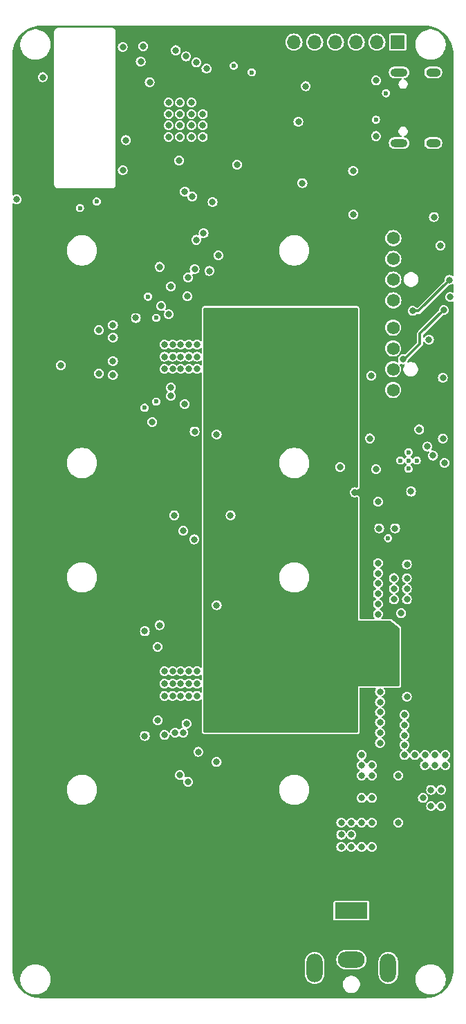
<source format=gbr>
%TF.GenerationSoftware,KiCad,Pcbnew,8.0.4*%
%TF.CreationDate,2024-09-12T18:41:13+02:00*%
%TF.ProjectId,BitForgeNano,42697446-6f72-4676-954e-616e6f2e6b69,rev?*%
%TF.SameCoordinates,Original*%
%TF.FileFunction,Copper,L3,Inr*%
%TF.FilePolarity,Positive*%
%FSLAX46Y46*%
G04 Gerber Fmt 4.6, Leading zero omitted, Abs format (unit mm)*
G04 Created by KiCad (PCBNEW 8.0.4) date 2024-09-12 18:41:13*
%MOMM*%
%LPD*%
G01*
G04 APERTURE LIST*
%TA.AperFunction,ComponentPad*%
%ADD10O,2.100000X1.000000*%
%TD*%
%TA.AperFunction,ComponentPad*%
%ADD11O,1.800000X1.000000*%
%TD*%
%TA.AperFunction,ComponentPad*%
%ADD12R,4.000000X2.000000*%
%TD*%
%TA.AperFunction,ComponentPad*%
%ADD13O,2.000000X3.500000*%
%TD*%
%TA.AperFunction,ComponentPad*%
%ADD14O,3.300000X2.000000*%
%TD*%
%TA.AperFunction,ComponentPad*%
%ADD15C,1.574800*%
%TD*%
%TA.AperFunction,ComponentPad*%
%ADD16R,1.700000X1.700000*%
%TD*%
%TA.AperFunction,ComponentPad*%
%ADD17O,1.700000X1.700000*%
%TD*%
%TA.AperFunction,ViaPad*%
%ADD18C,0.800000*%
%TD*%
%TA.AperFunction,ViaPad*%
%ADD19C,0.600000*%
%TD*%
%TA.AperFunction,Conductor*%
%ADD20C,0.350000*%
%TD*%
G04 APERTURE END LIST*
D10*
%TO.N,GND*%
%TO.C,J5*%
X92830000Y-60845000D03*
D11*
X97010000Y-60845000D03*
D10*
X92830000Y-52205000D03*
D11*
X97010000Y-52205000D03*
%TD*%
D12*
%TO.N,+5V*%
%TO.C,J1*%
X87000000Y-154800000D03*
D13*
%TO.N,GND*%
X82500000Y-161800000D03*
D14*
X87000000Y-160800000D03*
D13*
X91500000Y-161800000D03*
%TD*%
D15*
%TO.N,GND*%
%TO.C,J8*%
X92100000Y-83460000D03*
%TO.N,/5V*%
X92100000Y-86000000D03*
%TO.N,/Fan/FAN2_TACH*%
X92100000Y-88540000D03*
%TO.N,/Fan/FAN2_PWM*%
X92100000Y-91080000D03*
%TD*%
D16*
%TO.N,/5V*%
%TO.C,J7*%
X92660000Y-48500000D03*
D17*
%TO.N,GND*%
X90120000Y-48500000D03*
%TO.N,Net-(J7-Pin_3)*%
X87580000Y-48500000D03*
%TO.N,Net-(J7-Pin_4)*%
X85040000Y-48500000D03*
%TO.N,Net-(J7-Pin_5)*%
X82500000Y-48500000D03*
%TO.N,Net-(J7-Pin_6)*%
X79960000Y-48500000D03*
%TD*%
D15*
%TO.N,GND*%
%TO.C,J6*%
X92138851Y-72479400D03*
%TO.N,/5V*%
X92138851Y-75019400D03*
%TO.N,/Fan/FAN1_TACH*%
X92138851Y-77559400D03*
%TO.N,/Fan/FAN1_PWM*%
X92138851Y-80099400D03*
%TD*%
D18*
%TO.N,+5V*%
X85750000Y-144000000D03*
X85750000Y-145500000D03*
X85750000Y-147000000D03*
X89500000Y-144000000D03*
X88250000Y-144000000D03*
X87000000Y-144000000D03*
X87000000Y-145500000D03*
X87000000Y-147000000D03*
X88250000Y-147000000D03*
X89500000Y-147000000D03*
%TO.N,/5V*%
X88250000Y-135750000D03*
X88250000Y-137000000D03*
X89500000Y-137000000D03*
X89500000Y-138250000D03*
X88250000Y-138250000D03*
X89500000Y-141000000D03*
X88250000Y-141000000D03*
%TO.N,3V3*%
X94000000Y-141750000D03*
%TO.N,GND*%
X95750000Y-141000000D03*
X65100000Y-125500000D03*
X64600000Y-58700000D03*
X66000000Y-60100000D03*
X70500000Y-136600000D03*
X67800000Y-96142500D03*
X65100000Y-85500000D03*
D19*
X93000000Y-99700000D03*
D18*
X64100000Y-87000000D03*
X65100000Y-88500000D03*
X66100000Y-85500000D03*
X90250000Y-113500000D03*
X68100000Y-127000000D03*
X90250000Y-114750000D03*
D19*
X94000000Y-99700000D03*
D18*
X69600000Y-76500000D03*
X90500000Y-133000000D03*
X93800000Y-115400000D03*
X90500000Y-129250000D03*
X65100000Y-127000000D03*
X64100000Y-85500000D03*
X66100000Y-127000000D03*
X67400000Y-55900000D03*
X66400000Y-108300000D03*
X67100000Y-88500000D03*
X64100000Y-88500000D03*
X59400000Y-60500000D03*
X68800000Y-60100000D03*
X64600000Y-81800000D03*
X90250000Y-118500000D03*
X96500000Y-84900000D03*
X59000000Y-64200000D03*
X68100000Y-85500000D03*
X64900000Y-78400000D03*
X90500000Y-130500000D03*
X59000000Y-49100000D03*
X57800000Y-84650000D03*
X66100000Y-125500000D03*
X90000000Y-60000000D03*
X64600000Y-57300000D03*
X64100000Y-125500000D03*
X68100000Y-125500000D03*
X70700000Y-74600000D03*
X98000000Y-140000000D03*
X46000000Y-67750000D03*
X90250000Y-117250000D03*
X97900000Y-73400000D03*
X64600000Y-55900000D03*
D19*
X94000000Y-98700000D03*
D18*
X89250000Y-97000000D03*
X57800000Y-89250000D03*
X90500000Y-134250000D03*
X67100000Y-125500000D03*
X67100000Y-87000000D03*
X66100000Y-128500000D03*
X63700000Y-80800000D03*
X66000000Y-58700000D03*
X96750000Y-140000000D03*
X63500000Y-76000000D03*
X68800000Y-58700000D03*
X81000000Y-65750000D03*
X98200000Y-97000000D03*
X93800000Y-114100000D03*
X68100000Y-128500000D03*
X70500000Y-96500000D03*
X66100000Y-88500000D03*
X67100000Y-128500000D03*
X64100000Y-127000000D03*
X65100000Y-128500000D03*
X68250000Y-135350000D03*
X57800000Y-83150000D03*
X93800000Y-116700000D03*
X98000000Y-142000000D03*
X65100000Y-87000000D03*
X64600000Y-60100000D03*
X93800000Y-112400000D03*
X68100000Y-87000000D03*
X92200000Y-115400000D03*
X81400000Y-53900000D03*
X90500000Y-128000000D03*
X90500000Y-131750000D03*
X67400000Y-58700000D03*
X90250000Y-116000000D03*
X66000000Y-57300000D03*
X68800000Y-57300000D03*
X61200000Y-50900000D03*
X57800000Y-87550000D03*
X92200000Y-116700000D03*
X63500000Y-119850000D03*
X70000000Y-68100000D03*
X64100000Y-128500000D03*
X66000000Y-55900000D03*
X67400000Y-60100000D03*
X90250000Y-104750000D03*
X67400000Y-57300000D03*
X90000000Y-53200000D03*
X90250000Y-112250000D03*
X67100000Y-127000000D03*
D19*
X94000000Y-100700000D03*
X95000000Y-99700000D03*
D18*
X68100000Y-88500000D03*
X96750000Y-142000000D03*
X66100000Y-87000000D03*
X67100000Y-85500000D03*
X70500000Y-117400000D03*
X92200000Y-114100000D03*
X97100000Y-69900000D03*
%TO.N,/5V*%
X94750000Y-135750000D03*
X80500000Y-58250000D03*
X56075000Y-83750000D03*
X97250000Y-137000000D03*
X93500000Y-133325000D03*
X56075000Y-89050000D03*
X98500000Y-135750000D03*
X93500000Y-135750000D03*
X96000000Y-137000000D03*
X96000000Y-135750000D03*
X97250000Y-135750000D03*
X98500000Y-137000000D03*
X93500000Y-132075000D03*
X93500000Y-134500000D03*
X93500000Y-130825000D03*
%TO.N,VDD*%
X87250000Y-121325000D03*
X92250000Y-120575000D03*
X87250000Y-125825000D03*
X87250000Y-124325000D03*
X87200000Y-115900000D03*
X91250000Y-119825000D03*
X92250000Y-122075000D03*
X89250000Y-119825000D03*
X70600000Y-128500000D03*
X87250000Y-122825000D03*
X69600000Y-127000000D03*
X88250000Y-122075000D03*
X87200000Y-114650000D03*
X91250000Y-121325000D03*
X70600000Y-85500000D03*
X87250000Y-88500000D03*
X70600000Y-88500000D03*
X87200000Y-113400000D03*
X92250000Y-123575000D03*
X70600000Y-87000000D03*
X88250000Y-126825000D03*
X69600000Y-128500000D03*
X87250000Y-119810000D03*
X90250000Y-120575000D03*
X70600000Y-125500000D03*
X87250000Y-69600000D03*
X69600000Y-85500000D03*
X70600000Y-127000000D03*
X69600000Y-88500000D03*
X90250000Y-122075000D03*
X69600000Y-87000000D03*
X90250000Y-126825000D03*
X87200000Y-117150000D03*
X69600000Y-125500000D03*
X92250000Y-126825000D03*
X90250000Y-125075000D03*
X91250000Y-125825000D03*
X88250000Y-125075000D03*
X87200000Y-118400000D03*
X89250000Y-121325000D03*
X92250000Y-125075000D03*
X88250000Y-120575000D03*
X89250000Y-125825000D03*
D19*
%TO.N,/Domain/0V8*%
X63100000Y-92500000D03*
D18*
X63260000Y-122500000D03*
X60600000Y-82250000D03*
X63280000Y-131500000D03*
X62600000Y-95000000D03*
X51400000Y-88050000D03*
D19*
X63100000Y-82250000D03*
%TO.N,Net-(J5-CC1)*%
X90000000Y-58000000D03*
%TO.N,Net-(J5-CC2)*%
X91250000Y-54750000D03*
D18*
%TO.N,/ESP32/IO0*%
X49200000Y-52800000D03*
X62300000Y-53400000D03*
%TO.N,/Domain/1V2*%
X61700000Y-120600000D03*
X61700000Y-133400000D03*
X66583806Y-92800188D03*
D19*
X61670000Y-93250000D03*
X62100000Y-79650000D03*
D18*
%TO.N,/ESP32/PGOOD*%
X90000000Y-100775001D03*
X89419669Y-89330331D03*
%TO.N,Net-(U9-A1)*%
X68000000Y-72700000D03*
%TO.N,Net-(U3-RI)*%
X66000000Y-138200000D03*
%TO.N,Net-(U1-FB)*%
X95300000Y-95900000D03*
D19*
X91500000Y-109200000D03*
D18*
%TO.N,Net-(U1-CS+)*%
X96300000Y-98000000D03*
X92350000Y-108000000D03*
%TO.N,Net-(U1-CS-)*%
X97000000Y-99100000D03*
X90400000Y-108000000D03*
%TO.N,/Domain/I_RO*%
X67000000Y-77300000D03*
%TO.N,/Domain/CLKI*%
X66900000Y-79600000D03*
%TO.N,/TX*%
X66600000Y-66800000D03*
%TO.N,/RX*%
X67500000Y-67400000D03*
%TO.N,/RST*%
X65900000Y-63000000D03*
%TO.N,/Domain/I_CI*%
X67800000Y-76300000D03*
%TO.N,/Domain/I_NRSTI*%
X68900000Y-71900000D03*
%TO.N,/ESP32/VDD_SAMPLE_0*%
X61500000Y-49000000D03*
%TO.N,Net-(J7-Pin_6)*%
X65500000Y-49500000D03*
%TO.N,Net-(J7-Pin_4)*%
X68000000Y-51000000D03*
%TO.N,Net-(J7-Pin_3)*%
X69250000Y-51750000D03*
%TO.N,Net-(J7-Pin_5)*%
X66750000Y-50250000D03*
%TO.N,/Fan/FAN1_TACH*%
X99100000Y-79700000D03*
%TO.N,/Fan/FAN2_TACH*%
X98200000Y-89600000D03*
D19*
%TO.N,/SCL*%
X53750000Y-68800000D03*
D18*
X72200000Y-106400000D03*
X65300000Y-106400000D03*
X85600000Y-100500000D03*
X92750000Y-138250000D03*
D19*
X72600000Y-51400000D03*
%TO.N,/SDA*%
X55800000Y-68000000D03*
X74800000Y-52200000D03*
D18*
X92750000Y-144000000D03*
X67750000Y-109350000D03*
%TO.N,/PWR_EN*%
X73000000Y-63500000D03*
X87200000Y-64250000D03*
%TO.N,Net-(U3-CO)*%
X67000000Y-139000000D03*
%TO.N,Net-(U3-CLKO)*%
X66800000Y-131900000D03*
%TO.N,/Fan/PWM2*%
X93300000Y-87325000D03*
X98300000Y-81300000D03*
%TO.N,/Fan/PWM1*%
X94500000Y-81400000D03*
X99000000Y-77600000D03*
%TO.N,Net-(U3-BO)*%
X66400000Y-133000000D03*
%TO.N,Net-(U3-TEMP_N)*%
X65400000Y-133000000D03*
D19*
%TO.N,3V3*%
X71400000Y-53000000D03*
D18*
X82000000Y-62500000D03*
X48750000Y-58000000D03*
X97000000Y-87900000D03*
X97600000Y-77600000D03*
D19*
X60250000Y-63750000D03*
D18*
X67600000Y-108300000D03*
X87400000Y-103600000D03*
X69600000Y-75200000D03*
X80500000Y-61000000D03*
X47750000Y-68000000D03*
X79000000Y-62500000D03*
X80500000Y-62500000D03*
X82000000Y-61000000D03*
X99000000Y-71700000D03*
%TO.N,Net-(U3-TEMP_P)*%
X64100000Y-133300000D03*
%TO.N,Net-(U13-TEMP_N)*%
X64900000Y-91800000D03*
%TO.N,Net-(U13-TEMP_P)*%
X64900000Y-90800000D03*
%TO.N,unconnected-(U1-HG-Pad14)*%
X93800000Y-128600000D03*
X98400000Y-100000000D03*
%TO.N,unconnected-(U1-LG-Pad11)*%
X93100000Y-118400000D03*
X94300000Y-103500000D03*
%TD*%
D20*
%TO.N,/Fan/PWM2*%
X95400000Y-85400000D02*
X95400000Y-84200000D01*
X95400000Y-84200000D02*
X98300000Y-81300000D01*
X93475000Y-87325000D02*
X95400000Y-85400000D01*
X93300000Y-87325000D02*
X93475000Y-87325000D01*
%TO.N,/Fan/PWM1*%
X94500000Y-81400000D02*
X95200000Y-81400000D01*
X95200000Y-81400000D02*
X99000000Y-77600000D01*
%TD*%
%TA.AperFunction,Conductor*%
%TO.N,3V3*%
G36*
X95914419Y-46500519D02*
G01*
X95914423Y-46500521D01*
X95934111Y-46500521D01*
X95997567Y-46500521D01*
X96002424Y-46500640D01*
X96031046Y-46502046D01*
X96338175Y-46517134D01*
X96347817Y-46518084D01*
X96677915Y-46567050D01*
X96687421Y-46568940D01*
X97011143Y-46650029D01*
X97020414Y-46652842D01*
X97334623Y-46765267D01*
X97343592Y-46768982D01*
X97645259Y-46911662D01*
X97653819Y-46916238D01*
X97940007Y-47087773D01*
X97940044Y-47087795D01*
X97948122Y-47093193D01*
X98216144Y-47291973D01*
X98223654Y-47298136D01*
X98470914Y-47522240D01*
X98477764Y-47529089D01*
X98701880Y-47776365D01*
X98708034Y-47783864D01*
X98906822Y-48051901D01*
X98912219Y-48059979D01*
X99041766Y-48276117D01*
X99083769Y-48346194D01*
X99088346Y-48354757D01*
X99225802Y-48645384D01*
X99231023Y-48656423D01*
X99234741Y-48665399D01*
X99347159Y-48979592D01*
X99349979Y-48988889D01*
X99431057Y-49312578D01*
X99432953Y-49322107D01*
X99481916Y-49652199D01*
X99482868Y-49661868D01*
X99489793Y-49802838D01*
X99499381Y-49998033D01*
X99499500Y-50002869D01*
X99499500Y-77025613D01*
X99480593Y-77083804D01*
X99431093Y-77119768D01*
X99369907Y-77119768D01*
X99340234Y-77104156D01*
X99302838Y-77075462D01*
X99156766Y-77014957D01*
X99156758Y-77014955D01*
X99000001Y-76994318D01*
X98999999Y-76994318D01*
X98843241Y-77014955D01*
X98843233Y-77014957D01*
X98697161Y-77075462D01*
X98697160Y-77075462D01*
X98571723Y-77171713D01*
X98571713Y-77171723D01*
X98475462Y-77297160D01*
X98475462Y-77297161D01*
X98414957Y-77443233D01*
X98414955Y-77443241D01*
X98394318Y-77599999D01*
X98394318Y-77600001D01*
X98396629Y-77617556D01*
X98385478Y-77677716D01*
X98368480Y-77700481D01*
X95081465Y-80987497D01*
X95026948Y-81015274D01*
X94966516Y-81005703D01*
X94932921Y-80977763D01*
X94928286Y-80971723D01*
X94928285Y-80971722D01*
X94928282Y-80971718D01*
X94928277Y-80971714D01*
X94928276Y-80971713D01*
X94857104Y-80917101D01*
X94802841Y-80875464D01*
X94802840Y-80875463D01*
X94802838Y-80875462D01*
X94656766Y-80814957D01*
X94656758Y-80814955D01*
X94500001Y-80794318D01*
X94499999Y-80794318D01*
X94343241Y-80814955D01*
X94343233Y-80814957D01*
X94197161Y-80875462D01*
X94197160Y-80875462D01*
X94071723Y-80971713D01*
X94071713Y-80971723D01*
X93975462Y-81097160D01*
X93975462Y-81097161D01*
X93914957Y-81243233D01*
X93914955Y-81243241D01*
X93894318Y-81399999D01*
X93894318Y-81400000D01*
X93914955Y-81556758D01*
X93914957Y-81556766D01*
X93975462Y-81702838D01*
X93975462Y-81702839D01*
X94068844Y-81824537D01*
X94071718Y-81828282D01*
X94197159Y-81924536D01*
X94197160Y-81924536D01*
X94197161Y-81924537D01*
X94322920Y-81976628D01*
X94343238Y-81985044D01*
X94460809Y-82000522D01*
X94499999Y-82005682D01*
X94500000Y-82005682D01*
X94500001Y-82005682D01*
X94531352Y-82001554D01*
X94656762Y-81985044D01*
X94802841Y-81924536D01*
X94928282Y-81828282D01*
X94939061Y-81814233D01*
X94989485Y-81779577D01*
X95017604Y-81775500D01*
X95249436Y-81775500D01*
X95297186Y-81762705D01*
X95297187Y-81762705D01*
X95344934Y-81749911D01*
X95344933Y-81749911D01*
X95344938Y-81749910D01*
X95430562Y-81700475D01*
X95500475Y-81630562D01*
X98899518Y-78231517D01*
X98954033Y-78203742D01*
X98982438Y-78203370D01*
X99000000Y-78205682D01*
X99156762Y-78185044D01*
X99302841Y-78124536D01*
X99340233Y-78095843D01*
X99397909Y-78075420D01*
X99456574Y-78092798D01*
X99493822Y-78141339D01*
X99499500Y-78174386D01*
X99499500Y-79067337D01*
X99480593Y-79125528D01*
X99431093Y-79161492D01*
X99369907Y-79161492D01*
X99362615Y-79158801D01*
X99256767Y-79114957D01*
X99256758Y-79114955D01*
X99100001Y-79094318D01*
X99099999Y-79094318D01*
X98943241Y-79114955D01*
X98943233Y-79114957D01*
X98797161Y-79175462D01*
X98797160Y-79175462D01*
X98671723Y-79271713D01*
X98671713Y-79271723D01*
X98575462Y-79397160D01*
X98575462Y-79397161D01*
X98514957Y-79543233D01*
X98514955Y-79543241D01*
X98494318Y-79699999D01*
X98494318Y-79700000D01*
X98514955Y-79856758D01*
X98514957Y-79856766D01*
X98575462Y-80002838D01*
X98575462Y-80002839D01*
X98668844Y-80124537D01*
X98671718Y-80128282D01*
X98797159Y-80224536D01*
X98797160Y-80224536D01*
X98797161Y-80224537D01*
X98902974Y-80268366D01*
X98943238Y-80285044D01*
X99060809Y-80300522D01*
X99099999Y-80305682D01*
X99100000Y-80305682D01*
X99100001Y-80305682D01*
X99131352Y-80301554D01*
X99256762Y-80285044D01*
X99362615Y-80241197D01*
X99423611Y-80236397D01*
X99475780Y-80268366D01*
X99499195Y-80324894D01*
X99499500Y-80332662D01*
X99499500Y-161997554D01*
X99499381Y-162002413D01*
X99482882Y-162338150D01*
X99481929Y-162347818D01*
X99432963Y-162677894D01*
X99431068Y-162687423D01*
X99349983Y-163011119D01*
X99347163Y-163020416D01*
X99234740Y-163334608D01*
X99231022Y-163343584D01*
X99088345Y-163645244D01*
X99083765Y-163653812D01*
X98912209Y-163940033D01*
X98906811Y-163948111D01*
X98708026Y-164216139D01*
X98701863Y-164223648D01*
X98477769Y-164470899D01*
X98470899Y-164477769D01*
X98223648Y-164701863D01*
X98216139Y-164708026D01*
X97948111Y-164906811D01*
X97940033Y-164912209D01*
X97653812Y-165083765D01*
X97645244Y-165088345D01*
X97343584Y-165231022D01*
X97334608Y-165234740D01*
X97020416Y-165347163D01*
X97011119Y-165349983D01*
X96687423Y-165431068D01*
X96677894Y-165432963D01*
X96347818Y-165481929D01*
X96338150Y-165482882D01*
X96002412Y-165499381D01*
X95997555Y-165499500D01*
X95934100Y-165499501D01*
X95934098Y-165499501D01*
X49072449Y-165499529D01*
X49071981Y-165499500D01*
X49065892Y-165499500D01*
X49002436Y-165499500D01*
X48997578Y-165499381D01*
X48661838Y-165482887D01*
X48652170Y-165481934D01*
X48322096Y-165432972D01*
X48312567Y-165431077D01*
X47988868Y-165349995D01*
X47979571Y-165347175D01*
X47979537Y-165347163D01*
X47907144Y-165321260D01*
X47665378Y-165234754D01*
X47656402Y-165231036D01*
X47354741Y-165088361D01*
X47346173Y-165083781D01*
X47059950Y-164912226D01*
X47051872Y-164906828D01*
X46783849Y-164708048D01*
X46776339Y-164701885D01*
X46529083Y-164477786D01*
X46522218Y-164470921D01*
X46298114Y-164223660D01*
X46291951Y-164216150D01*
X46093171Y-163948127D01*
X46087773Y-163940049D01*
X46087763Y-163940033D01*
X45916216Y-163653823D01*
X45911638Y-163645258D01*
X45911631Y-163645244D01*
X45768961Y-163343594D01*
X45765245Y-163334621D01*
X45673682Y-163078721D01*
X46449500Y-163078721D01*
X46449500Y-163321300D01*
X46481161Y-163561792D01*
X46481161Y-163561797D01*
X46508157Y-163662546D01*
X46531724Y-163750500D01*
X46543944Y-163796103D01*
X46543948Y-163796116D01*
X46636772Y-164020215D01*
X46636774Y-164020219D01*
X46636776Y-164020223D01*
X46758064Y-164230300D01*
X46758066Y-164230303D01*
X46905729Y-164422742D01*
X46905731Y-164422744D01*
X46905735Y-164422749D01*
X47077262Y-164594276D01*
X47077266Y-164594279D01*
X47077268Y-164594281D01*
X47221756Y-164705150D01*
X47269711Y-164741947D01*
X47479788Y-164863235D01*
X47703900Y-164956065D01*
X47938211Y-165018849D01*
X48178712Y-165050511D01*
X48178713Y-165050511D01*
X48421287Y-165050511D01*
X48421288Y-165050511D01*
X48661789Y-165018849D01*
X48896100Y-164956065D01*
X49120212Y-164863235D01*
X49330289Y-164741947D01*
X49522738Y-164594276D01*
X49694265Y-164422749D01*
X49841936Y-164230300D01*
X49963224Y-164020223D01*
X50056054Y-163796111D01*
X50118838Y-163561800D01*
X50150500Y-163321299D01*
X50150500Y-163078723D01*
X50118838Y-162838222D01*
X50056054Y-162603911D01*
X49963224Y-162379799D01*
X49841936Y-162169722D01*
X49762273Y-162065903D01*
X49694270Y-161977279D01*
X49694268Y-161977277D01*
X49694265Y-161977273D01*
X49522738Y-161805746D01*
X49522733Y-161805742D01*
X49522731Y-161805740D01*
X49330292Y-161658077D01*
X49330289Y-161658075D01*
X49120212Y-161536787D01*
X49120208Y-161536785D01*
X49120204Y-161536783D01*
X48896105Y-161443959D01*
X48896104Y-161443958D01*
X48896100Y-161443957D01*
X48661789Y-161381173D01*
X48661786Y-161381172D01*
X48661784Y-161381172D01*
X48421289Y-161349511D01*
X48421288Y-161349511D01*
X48178712Y-161349511D01*
X48178710Y-161349511D01*
X47938218Y-161381172D01*
X47938213Y-161381172D01*
X47703907Y-161443955D01*
X47703894Y-161443959D01*
X47479795Y-161536783D01*
X47269707Y-161658077D01*
X47077268Y-161805740D01*
X46905729Y-161977279D01*
X46758066Y-162169718D01*
X46636772Y-162379806D01*
X46543948Y-162603905D01*
X46543944Y-162603918D01*
X46481161Y-162838224D01*
X46481161Y-162838229D01*
X46449500Y-163078721D01*
X45673682Y-163078721D01*
X45652820Y-163020415D01*
X45650008Y-163011144D01*
X45568919Y-162687421D01*
X45567029Y-162677915D01*
X45518063Y-162347815D01*
X45517113Y-162338175D01*
X45500626Y-162002584D01*
X45500508Y-161997807D01*
X45500508Y-160955515D01*
X81299500Y-160955515D01*
X81299500Y-162644484D01*
X81329058Y-162831113D01*
X81387453Y-163010832D01*
X81448347Y-163130345D01*
X81473240Y-163179199D01*
X81584310Y-163332073D01*
X81717927Y-163465690D01*
X81870801Y-163576760D01*
X82039168Y-163662547D01*
X82218882Y-163720940D01*
X82218883Y-163720940D01*
X82218886Y-163720941D01*
X82405516Y-163750500D01*
X82405519Y-163750500D01*
X82594484Y-163750500D01*
X82781113Y-163720941D01*
X82781114Y-163720940D01*
X82781118Y-163720940D01*
X82856238Y-163696532D01*
X85949500Y-163696532D01*
X85949500Y-163903467D01*
X85989869Y-164106418D01*
X86069058Y-164297597D01*
X86184020Y-164469651D01*
X86184023Y-164469655D01*
X86330345Y-164615977D01*
X86502402Y-164730941D01*
X86693580Y-164810130D01*
X86896535Y-164850500D01*
X86896536Y-164850500D01*
X87103464Y-164850500D01*
X87103465Y-164850500D01*
X87306420Y-164810130D01*
X87497598Y-164730941D01*
X87669655Y-164615977D01*
X87815977Y-164469655D01*
X87930941Y-164297598D01*
X88010130Y-164106420D01*
X88050500Y-163903465D01*
X88050500Y-163696535D01*
X88010130Y-163493580D01*
X87930941Y-163302402D01*
X87815977Y-163130345D01*
X87669655Y-162984023D01*
X87669651Y-162984020D01*
X87497597Y-162869058D01*
X87306418Y-162789869D01*
X87103467Y-162749500D01*
X87103465Y-162749500D01*
X86896535Y-162749500D01*
X86896532Y-162749500D01*
X86693581Y-162789869D01*
X86502402Y-162869058D01*
X86330348Y-162984020D01*
X86184020Y-163130348D01*
X86069058Y-163302402D01*
X85989869Y-163493581D01*
X85949500Y-163696532D01*
X82856238Y-163696532D01*
X82960832Y-163662547D01*
X83129199Y-163576760D01*
X83282073Y-163465690D01*
X83415690Y-163332073D01*
X83526760Y-163179199D01*
X83612547Y-163010832D01*
X83670940Y-162831118D01*
X83683867Y-162749500D01*
X83700500Y-162644484D01*
X83700500Y-160955515D01*
X83670941Y-160768886D01*
X83650352Y-160705519D01*
X83650351Y-160705515D01*
X85149500Y-160705515D01*
X85149500Y-160894484D01*
X85179058Y-161081113D01*
X85237453Y-161260832D01*
X85298769Y-161381173D01*
X85323240Y-161429199D01*
X85434310Y-161582073D01*
X85567927Y-161715690D01*
X85720801Y-161826760D01*
X85889168Y-161912547D01*
X86068882Y-161970940D01*
X86068883Y-161970940D01*
X86068886Y-161970941D01*
X86255516Y-162000500D01*
X86255519Y-162000500D01*
X87744484Y-162000500D01*
X87931113Y-161970941D01*
X87931114Y-161970940D01*
X87931118Y-161970940D01*
X88110832Y-161912547D01*
X88279199Y-161826760D01*
X88432073Y-161715690D01*
X88565690Y-161582073D01*
X88676760Y-161429199D01*
X88762547Y-161260832D01*
X88820940Y-161081118D01*
X88840833Y-160955519D01*
X88840834Y-160955515D01*
X90299500Y-160955515D01*
X90299500Y-162644484D01*
X90329058Y-162831113D01*
X90387453Y-163010832D01*
X90448347Y-163130345D01*
X90473240Y-163179199D01*
X90584310Y-163332073D01*
X90717927Y-163465690D01*
X90870801Y-163576760D01*
X91039168Y-163662547D01*
X91218882Y-163720940D01*
X91218883Y-163720940D01*
X91218886Y-163720941D01*
X91405516Y-163750500D01*
X91405519Y-163750500D01*
X91594484Y-163750500D01*
X91781113Y-163720941D01*
X91781114Y-163720940D01*
X91781118Y-163720940D01*
X91960832Y-163662547D01*
X92129199Y-163576760D01*
X92282073Y-163465690D01*
X92415690Y-163332073D01*
X92526760Y-163179199D01*
X92577956Y-163078721D01*
X94849500Y-163078721D01*
X94849500Y-163321300D01*
X94881161Y-163561792D01*
X94881161Y-163561797D01*
X94908157Y-163662546D01*
X94931724Y-163750500D01*
X94943944Y-163796103D01*
X94943948Y-163796116D01*
X95036772Y-164020215D01*
X95036774Y-164020219D01*
X95036776Y-164020223D01*
X95158064Y-164230300D01*
X95158066Y-164230303D01*
X95305729Y-164422742D01*
X95305731Y-164422744D01*
X95305735Y-164422749D01*
X95477262Y-164594276D01*
X95477266Y-164594279D01*
X95477268Y-164594281D01*
X95621756Y-164705150D01*
X95669711Y-164741947D01*
X95879788Y-164863235D01*
X96103900Y-164956065D01*
X96338211Y-165018849D01*
X96578712Y-165050511D01*
X96578713Y-165050511D01*
X96821287Y-165050511D01*
X96821288Y-165050511D01*
X97061789Y-165018849D01*
X97296100Y-164956065D01*
X97520212Y-164863235D01*
X97730289Y-164741947D01*
X97922738Y-164594276D01*
X98094265Y-164422749D01*
X98241936Y-164230300D01*
X98363224Y-164020223D01*
X98456054Y-163796111D01*
X98518838Y-163561800D01*
X98550500Y-163321299D01*
X98550500Y-163078723D01*
X98518838Y-162838222D01*
X98456054Y-162603911D01*
X98363224Y-162379799D01*
X98241936Y-162169722D01*
X98162273Y-162065903D01*
X98094270Y-161977279D01*
X98094268Y-161977277D01*
X98094265Y-161977273D01*
X97922738Y-161805746D01*
X97922733Y-161805742D01*
X97922731Y-161805740D01*
X97730292Y-161658077D01*
X97730289Y-161658075D01*
X97520212Y-161536787D01*
X97520208Y-161536785D01*
X97520204Y-161536783D01*
X97296105Y-161443959D01*
X97296104Y-161443958D01*
X97296100Y-161443957D01*
X97061789Y-161381173D01*
X97061786Y-161381172D01*
X97061784Y-161381172D01*
X96821289Y-161349511D01*
X96821288Y-161349511D01*
X96578712Y-161349511D01*
X96578710Y-161349511D01*
X96338218Y-161381172D01*
X96338213Y-161381172D01*
X96103907Y-161443955D01*
X96103894Y-161443959D01*
X95879795Y-161536783D01*
X95669707Y-161658077D01*
X95477268Y-161805740D01*
X95305729Y-161977279D01*
X95158066Y-162169718D01*
X95036772Y-162379806D01*
X94943948Y-162603905D01*
X94943944Y-162603918D01*
X94881161Y-162838224D01*
X94881161Y-162838229D01*
X94849500Y-163078721D01*
X92577956Y-163078721D01*
X92612547Y-163010832D01*
X92670940Y-162831118D01*
X92683867Y-162749500D01*
X92700500Y-162644484D01*
X92700500Y-160955515D01*
X92670941Y-160768886D01*
X92650352Y-160705519D01*
X92612547Y-160589168D01*
X92526760Y-160420801D01*
X92415690Y-160267927D01*
X92282073Y-160134310D01*
X92129199Y-160023240D01*
X92129198Y-160023239D01*
X92129196Y-160023238D01*
X91960832Y-159937453D01*
X91781113Y-159879058D01*
X91594484Y-159849500D01*
X91594481Y-159849500D01*
X91405519Y-159849500D01*
X91405516Y-159849500D01*
X91218886Y-159879058D01*
X91039167Y-159937453D01*
X90870803Y-160023238D01*
X90717928Y-160134309D01*
X90584309Y-160267928D01*
X90473238Y-160420803D01*
X90387453Y-160589167D01*
X90329058Y-160768886D01*
X90299500Y-160955515D01*
X88840834Y-160955515D01*
X88850500Y-160894484D01*
X88850500Y-160705515D01*
X88820941Y-160518886D01*
X88820940Y-160518882D01*
X88762547Y-160339168D01*
X88676760Y-160170801D01*
X88565690Y-160017927D01*
X88432073Y-159884310D01*
X88279199Y-159773240D01*
X88279198Y-159773239D01*
X88279196Y-159773238D01*
X88110832Y-159687453D01*
X87931113Y-159629058D01*
X87744484Y-159599500D01*
X87744481Y-159599500D01*
X86255519Y-159599500D01*
X86255516Y-159599500D01*
X86068886Y-159629058D01*
X85889167Y-159687453D01*
X85720803Y-159773238D01*
X85567928Y-159884309D01*
X85434309Y-160017928D01*
X85323238Y-160170803D01*
X85237453Y-160339167D01*
X85179058Y-160518886D01*
X85149500Y-160705515D01*
X83650351Y-160705515D01*
X83612547Y-160589168D01*
X83526760Y-160420801D01*
X83415690Y-160267927D01*
X83282073Y-160134310D01*
X83129199Y-160023240D01*
X83129198Y-160023239D01*
X83129196Y-160023238D01*
X82960832Y-159937453D01*
X82781113Y-159879058D01*
X82594484Y-159849500D01*
X82594481Y-159849500D01*
X82405519Y-159849500D01*
X82405516Y-159849500D01*
X82218886Y-159879058D01*
X82039167Y-159937453D01*
X81870803Y-160023238D01*
X81717928Y-160134309D01*
X81584309Y-160267928D01*
X81473238Y-160420803D01*
X81387453Y-160589167D01*
X81329058Y-160768886D01*
X81299500Y-160955515D01*
X45500508Y-160955515D01*
X45500507Y-153780253D01*
X84799500Y-153780253D01*
X84799500Y-155819746D01*
X84799501Y-155819758D01*
X84811132Y-155878227D01*
X84811133Y-155878231D01*
X84855448Y-155944552D01*
X84921769Y-155988867D01*
X84966231Y-155997711D01*
X84980241Y-156000498D01*
X84980246Y-156000498D01*
X84980252Y-156000500D01*
X84980253Y-156000500D01*
X89019747Y-156000500D01*
X89019748Y-156000500D01*
X89078231Y-155988867D01*
X89144552Y-155944552D01*
X89188867Y-155878231D01*
X89200500Y-155819748D01*
X89200500Y-153780252D01*
X89188867Y-153721769D01*
X89144552Y-153655448D01*
X89144548Y-153655445D01*
X89078233Y-153611134D01*
X89078231Y-153611133D01*
X89078228Y-153611132D01*
X89078227Y-153611132D01*
X89019758Y-153599501D01*
X89019748Y-153599500D01*
X84980252Y-153599500D01*
X84980251Y-153599500D01*
X84980241Y-153599501D01*
X84921772Y-153611132D01*
X84921766Y-153611134D01*
X84855451Y-153655445D01*
X84855445Y-153655451D01*
X84811134Y-153721766D01*
X84811132Y-153721772D01*
X84799501Y-153780241D01*
X84799500Y-153780253D01*
X45500507Y-153780253D01*
X45500506Y-146999999D01*
X85144318Y-146999999D01*
X85144318Y-147000000D01*
X85164955Y-147156758D01*
X85164957Y-147156766D01*
X85225462Y-147302838D01*
X85225462Y-147302839D01*
X85225464Y-147302841D01*
X85321718Y-147428282D01*
X85447159Y-147524536D01*
X85593238Y-147585044D01*
X85710809Y-147600522D01*
X85749999Y-147605682D01*
X85750000Y-147605682D01*
X85750001Y-147605682D01*
X85781352Y-147601554D01*
X85906762Y-147585044D01*
X86052841Y-147524536D01*
X86178282Y-147428282D01*
X86274536Y-147302841D01*
X86283536Y-147281114D01*
X86323272Y-147234588D01*
X86382767Y-147220304D01*
X86439295Y-147243718D01*
X86466464Y-147281114D01*
X86475462Y-147302838D01*
X86475462Y-147302839D01*
X86475464Y-147302841D01*
X86571718Y-147428282D01*
X86697159Y-147524536D01*
X86843238Y-147585044D01*
X86960809Y-147600522D01*
X86999999Y-147605682D01*
X87000000Y-147605682D01*
X87000001Y-147605682D01*
X87031352Y-147601554D01*
X87156762Y-147585044D01*
X87302841Y-147524536D01*
X87428282Y-147428282D01*
X87524536Y-147302841D01*
X87533536Y-147281114D01*
X87573272Y-147234588D01*
X87632767Y-147220304D01*
X87689295Y-147243718D01*
X87716464Y-147281114D01*
X87725462Y-147302838D01*
X87725462Y-147302839D01*
X87725464Y-147302841D01*
X87821718Y-147428282D01*
X87947159Y-147524536D01*
X88093238Y-147585044D01*
X88210809Y-147600522D01*
X88249999Y-147605682D01*
X88250000Y-147605682D01*
X88250001Y-147605682D01*
X88281352Y-147601554D01*
X88406762Y-147585044D01*
X88552841Y-147524536D01*
X88678282Y-147428282D01*
X88774536Y-147302841D01*
X88783536Y-147281114D01*
X88823272Y-147234588D01*
X88882767Y-147220304D01*
X88939295Y-147243718D01*
X88966464Y-147281114D01*
X88975462Y-147302838D01*
X88975462Y-147302839D01*
X88975464Y-147302841D01*
X89071718Y-147428282D01*
X89197159Y-147524536D01*
X89343238Y-147585044D01*
X89460809Y-147600522D01*
X89499999Y-147605682D01*
X89500000Y-147605682D01*
X89500001Y-147605682D01*
X89531352Y-147601554D01*
X89656762Y-147585044D01*
X89802841Y-147524536D01*
X89928282Y-147428282D01*
X90024536Y-147302841D01*
X90085044Y-147156762D01*
X90105682Y-147000000D01*
X90085044Y-146843238D01*
X90024537Y-146697161D01*
X90024537Y-146697160D01*
X89928286Y-146571723D01*
X89928285Y-146571722D01*
X89928282Y-146571718D01*
X89928277Y-146571714D01*
X89928276Y-146571713D01*
X89802838Y-146475462D01*
X89656766Y-146414957D01*
X89656758Y-146414955D01*
X89500001Y-146394318D01*
X89499999Y-146394318D01*
X89343241Y-146414955D01*
X89343233Y-146414957D01*
X89197161Y-146475462D01*
X89197160Y-146475462D01*
X89071723Y-146571713D01*
X89071713Y-146571723D01*
X88975463Y-146697160D01*
X88966464Y-146718886D01*
X88926727Y-146765412D01*
X88867232Y-146779695D01*
X88810704Y-146756280D01*
X88783536Y-146718886D01*
X88779304Y-146708672D01*
X88774536Y-146697159D01*
X88678282Y-146571718D01*
X88678277Y-146571714D01*
X88678276Y-146571713D01*
X88552838Y-146475462D01*
X88406766Y-146414957D01*
X88406758Y-146414955D01*
X88250001Y-146394318D01*
X88249999Y-146394318D01*
X88093241Y-146414955D01*
X88093233Y-146414957D01*
X87947161Y-146475462D01*
X87947160Y-146475462D01*
X87821723Y-146571713D01*
X87821713Y-146571723D01*
X87725463Y-146697160D01*
X87716464Y-146718886D01*
X87676727Y-146765412D01*
X87617232Y-146779695D01*
X87560704Y-146756280D01*
X87533536Y-146718886D01*
X87529304Y-146708672D01*
X87524536Y-146697159D01*
X87428282Y-146571718D01*
X87428277Y-146571714D01*
X87428276Y-146571713D01*
X87302838Y-146475462D01*
X87156766Y-146414957D01*
X87156758Y-146414955D01*
X87000001Y-146394318D01*
X86999999Y-146394318D01*
X86843241Y-146414955D01*
X86843233Y-146414957D01*
X86697161Y-146475462D01*
X86697160Y-146475462D01*
X86571723Y-146571713D01*
X86571713Y-146571723D01*
X86475463Y-146697160D01*
X86466464Y-146718886D01*
X86426727Y-146765412D01*
X86367232Y-146779695D01*
X86310704Y-146756280D01*
X86283536Y-146718886D01*
X86279304Y-146708672D01*
X86274536Y-146697159D01*
X86178282Y-146571718D01*
X86178277Y-146571714D01*
X86178276Y-146571713D01*
X86052838Y-146475462D01*
X85906766Y-146414957D01*
X85906758Y-146414955D01*
X85750001Y-146394318D01*
X85749999Y-146394318D01*
X85593241Y-146414955D01*
X85593233Y-146414957D01*
X85447161Y-146475462D01*
X85447160Y-146475462D01*
X85321723Y-146571713D01*
X85321713Y-146571723D01*
X85225462Y-146697160D01*
X85225462Y-146697161D01*
X85164957Y-146843233D01*
X85164955Y-146843241D01*
X85144318Y-146999999D01*
X45500506Y-146999999D01*
X45500506Y-145499999D01*
X85144318Y-145499999D01*
X85144318Y-145500000D01*
X85164955Y-145656758D01*
X85164957Y-145656766D01*
X85225462Y-145802838D01*
X85225462Y-145802839D01*
X85225464Y-145802841D01*
X85321718Y-145928282D01*
X85447159Y-146024536D01*
X85593238Y-146085044D01*
X85710809Y-146100522D01*
X85749999Y-146105682D01*
X85750000Y-146105682D01*
X85750001Y-146105682D01*
X85781352Y-146101554D01*
X85906762Y-146085044D01*
X86052841Y-146024536D01*
X86178282Y-145928282D01*
X86274536Y-145802841D01*
X86283536Y-145781114D01*
X86323272Y-145734588D01*
X86382767Y-145720304D01*
X86439295Y-145743718D01*
X86466464Y-145781114D01*
X86475462Y-145802838D01*
X86475462Y-145802839D01*
X86475464Y-145802841D01*
X86571718Y-145928282D01*
X86697159Y-146024536D01*
X86843238Y-146085044D01*
X86960809Y-146100522D01*
X86999999Y-146105682D01*
X87000000Y-146105682D01*
X87000001Y-146105682D01*
X87031352Y-146101554D01*
X87156762Y-146085044D01*
X87302841Y-146024536D01*
X87428282Y-145928282D01*
X87524536Y-145802841D01*
X87585044Y-145656762D01*
X87605682Y-145500000D01*
X87585044Y-145343238D01*
X87524537Y-145197161D01*
X87524537Y-145197160D01*
X87428286Y-145071723D01*
X87428285Y-145071722D01*
X87428282Y-145071718D01*
X87428277Y-145071714D01*
X87428276Y-145071713D01*
X87302838Y-144975462D01*
X87156766Y-144914957D01*
X87156758Y-144914955D01*
X87000001Y-144894318D01*
X86999999Y-144894318D01*
X86843241Y-144914955D01*
X86843233Y-144914957D01*
X86697161Y-144975462D01*
X86697160Y-144975462D01*
X86571723Y-145071713D01*
X86571713Y-145071723D01*
X86475463Y-145197160D01*
X86466464Y-145218886D01*
X86426727Y-145265412D01*
X86367232Y-145279695D01*
X86310704Y-145256280D01*
X86283536Y-145218886D01*
X86279304Y-145208672D01*
X86274536Y-145197159D01*
X86178282Y-145071718D01*
X86178277Y-145071714D01*
X86178276Y-145071713D01*
X86052838Y-144975462D01*
X85906766Y-144914957D01*
X85906758Y-144914955D01*
X85750001Y-144894318D01*
X85749999Y-144894318D01*
X85593241Y-144914955D01*
X85593233Y-144914957D01*
X85447161Y-144975462D01*
X85447160Y-144975462D01*
X85321723Y-145071713D01*
X85321713Y-145071723D01*
X85225462Y-145197160D01*
X85225462Y-145197161D01*
X85164957Y-145343233D01*
X85164955Y-145343241D01*
X85144318Y-145499999D01*
X45500506Y-145499999D01*
X45500506Y-143999999D01*
X85144318Y-143999999D01*
X85144318Y-144000000D01*
X85164955Y-144156758D01*
X85164957Y-144156766D01*
X85225462Y-144302838D01*
X85225462Y-144302839D01*
X85225464Y-144302841D01*
X85321718Y-144428282D01*
X85447159Y-144524536D01*
X85593238Y-144585044D01*
X85710809Y-144600522D01*
X85749999Y-144605682D01*
X85750000Y-144605682D01*
X85750001Y-144605682D01*
X85781352Y-144601554D01*
X85906762Y-144585044D01*
X86052841Y-144524536D01*
X86178282Y-144428282D01*
X86274536Y-144302841D01*
X86283536Y-144281114D01*
X86323272Y-144234588D01*
X86382767Y-144220304D01*
X86439295Y-144243718D01*
X86466464Y-144281114D01*
X86475462Y-144302838D01*
X86475462Y-144302839D01*
X86475464Y-144302841D01*
X86571718Y-144428282D01*
X86697159Y-144524536D01*
X86843238Y-144585044D01*
X86960809Y-144600522D01*
X86999999Y-144605682D01*
X87000000Y-144605682D01*
X87000001Y-144605682D01*
X87031352Y-144601554D01*
X87156762Y-144585044D01*
X87302841Y-144524536D01*
X87428282Y-144428282D01*
X87524536Y-144302841D01*
X87533536Y-144281114D01*
X87573272Y-144234588D01*
X87632767Y-144220304D01*
X87689295Y-144243718D01*
X87716464Y-144281114D01*
X87725462Y-144302838D01*
X87725462Y-144302839D01*
X87725464Y-144302841D01*
X87821718Y-144428282D01*
X87947159Y-144524536D01*
X88093238Y-144585044D01*
X88210809Y-144600522D01*
X88249999Y-144605682D01*
X88250000Y-144605682D01*
X88250001Y-144605682D01*
X88281352Y-144601554D01*
X88406762Y-144585044D01*
X88552841Y-144524536D01*
X88678282Y-144428282D01*
X88774536Y-144302841D01*
X88783536Y-144281114D01*
X88823272Y-144234588D01*
X88882767Y-144220304D01*
X88939295Y-144243718D01*
X88966464Y-144281114D01*
X88975462Y-144302838D01*
X88975462Y-144302839D01*
X88975464Y-144302841D01*
X89071718Y-144428282D01*
X89197159Y-144524536D01*
X89343238Y-144585044D01*
X89460809Y-144600522D01*
X89499999Y-144605682D01*
X89500000Y-144605682D01*
X89500001Y-144605682D01*
X89531352Y-144601554D01*
X89656762Y-144585044D01*
X89802841Y-144524536D01*
X89928282Y-144428282D01*
X90024536Y-144302841D01*
X90085044Y-144156762D01*
X90105682Y-144000000D01*
X90105682Y-143999999D01*
X92144318Y-143999999D01*
X92144318Y-144000000D01*
X92164955Y-144156758D01*
X92164957Y-144156766D01*
X92225462Y-144302838D01*
X92225462Y-144302839D01*
X92225464Y-144302841D01*
X92321718Y-144428282D01*
X92447159Y-144524536D01*
X92593238Y-144585044D01*
X92710809Y-144600522D01*
X92749999Y-144605682D01*
X92750000Y-144605682D01*
X92750001Y-144605682D01*
X92781352Y-144601554D01*
X92906762Y-144585044D01*
X93052841Y-144524536D01*
X93178282Y-144428282D01*
X93274536Y-144302841D01*
X93335044Y-144156762D01*
X93355682Y-144000000D01*
X93335044Y-143843238D01*
X93274537Y-143697161D01*
X93274537Y-143697160D01*
X93178286Y-143571723D01*
X93178285Y-143571722D01*
X93178282Y-143571718D01*
X93178277Y-143571714D01*
X93178276Y-143571713D01*
X93052838Y-143475462D01*
X92906766Y-143414957D01*
X92906758Y-143414955D01*
X92750001Y-143394318D01*
X92749999Y-143394318D01*
X92593241Y-143414955D01*
X92593233Y-143414957D01*
X92447161Y-143475462D01*
X92447160Y-143475462D01*
X92321723Y-143571713D01*
X92321713Y-143571723D01*
X92225462Y-143697160D01*
X92225462Y-143697161D01*
X92164957Y-143843233D01*
X92164955Y-143843241D01*
X92144318Y-143999999D01*
X90105682Y-143999999D01*
X90085044Y-143843238D01*
X90024537Y-143697161D01*
X90024537Y-143697160D01*
X89928286Y-143571723D01*
X89928285Y-143571722D01*
X89928282Y-143571718D01*
X89928277Y-143571714D01*
X89928276Y-143571713D01*
X89802838Y-143475462D01*
X89656766Y-143414957D01*
X89656758Y-143414955D01*
X89500001Y-143394318D01*
X89499999Y-143394318D01*
X89343241Y-143414955D01*
X89343233Y-143414957D01*
X89197161Y-143475462D01*
X89197160Y-143475462D01*
X89071723Y-143571713D01*
X89071713Y-143571723D01*
X88975463Y-143697160D01*
X88966464Y-143718886D01*
X88926727Y-143765412D01*
X88867232Y-143779695D01*
X88810704Y-143756280D01*
X88783536Y-143718886D01*
X88779304Y-143708672D01*
X88774536Y-143697159D01*
X88678282Y-143571718D01*
X88678277Y-143571714D01*
X88678276Y-143571713D01*
X88552838Y-143475462D01*
X88406766Y-143414957D01*
X88406758Y-143414955D01*
X88250001Y-143394318D01*
X88249999Y-143394318D01*
X88093241Y-143414955D01*
X88093233Y-143414957D01*
X87947161Y-143475462D01*
X87947160Y-143475462D01*
X87821723Y-143571713D01*
X87821713Y-143571723D01*
X87725463Y-143697160D01*
X87716464Y-143718886D01*
X87676727Y-143765412D01*
X87617232Y-143779695D01*
X87560704Y-143756280D01*
X87533536Y-143718886D01*
X87529304Y-143708672D01*
X87524536Y-143697159D01*
X87428282Y-143571718D01*
X87428277Y-143571714D01*
X87428276Y-143571713D01*
X87302838Y-143475462D01*
X87156766Y-143414957D01*
X87156758Y-143414955D01*
X87000001Y-143394318D01*
X86999999Y-143394318D01*
X86843241Y-143414955D01*
X86843233Y-143414957D01*
X86697161Y-143475462D01*
X86697160Y-143475462D01*
X86571723Y-143571713D01*
X86571713Y-143571723D01*
X86475463Y-143697160D01*
X86466464Y-143718886D01*
X86426727Y-143765412D01*
X86367232Y-143779695D01*
X86310704Y-143756280D01*
X86283536Y-143718886D01*
X86279304Y-143708672D01*
X86274536Y-143697159D01*
X86178282Y-143571718D01*
X86178277Y-143571714D01*
X86178276Y-143571713D01*
X86052838Y-143475462D01*
X85906766Y-143414957D01*
X85906758Y-143414955D01*
X85750001Y-143394318D01*
X85749999Y-143394318D01*
X85593241Y-143414955D01*
X85593233Y-143414957D01*
X85447161Y-143475462D01*
X85447160Y-143475462D01*
X85321723Y-143571713D01*
X85321713Y-143571723D01*
X85225462Y-143697160D01*
X85225462Y-143697161D01*
X85164957Y-143843233D01*
X85164955Y-143843241D01*
X85144318Y-143999999D01*
X45500506Y-143999999D01*
X45500506Y-141999999D01*
X96144318Y-141999999D01*
X96144318Y-142000000D01*
X96164955Y-142156758D01*
X96164957Y-142156766D01*
X96225462Y-142302838D01*
X96225462Y-142302839D01*
X96225464Y-142302841D01*
X96321718Y-142428282D01*
X96447159Y-142524536D01*
X96593238Y-142585044D01*
X96710809Y-142600522D01*
X96749999Y-142605682D01*
X96750000Y-142605682D01*
X96750001Y-142605682D01*
X96781352Y-142601554D01*
X96906762Y-142585044D01*
X97052841Y-142524536D01*
X97178282Y-142428282D01*
X97274536Y-142302841D01*
X97283536Y-142281114D01*
X97323272Y-142234588D01*
X97382767Y-142220304D01*
X97439295Y-142243718D01*
X97466464Y-142281114D01*
X97475462Y-142302838D01*
X97475462Y-142302839D01*
X97475464Y-142302841D01*
X97571718Y-142428282D01*
X97697159Y-142524536D01*
X97843238Y-142585044D01*
X97960809Y-142600522D01*
X97999999Y-142605682D01*
X98000000Y-142605682D01*
X98000001Y-142605682D01*
X98031352Y-142601554D01*
X98156762Y-142585044D01*
X98302841Y-142524536D01*
X98428282Y-142428282D01*
X98524536Y-142302841D01*
X98585044Y-142156762D01*
X98605682Y-142000000D01*
X98585044Y-141843238D01*
X98524537Y-141697161D01*
X98524537Y-141697160D01*
X98428286Y-141571723D01*
X98428285Y-141571722D01*
X98428282Y-141571718D01*
X98428277Y-141571714D01*
X98428276Y-141571713D01*
X98302838Y-141475462D01*
X98156766Y-141414957D01*
X98156758Y-141414955D01*
X98000001Y-141394318D01*
X97999999Y-141394318D01*
X97843241Y-141414955D01*
X97843233Y-141414957D01*
X97697161Y-141475462D01*
X97697160Y-141475462D01*
X97571723Y-141571713D01*
X97571713Y-141571723D01*
X97475463Y-141697160D01*
X97466464Y-141718886D01*
X97426727Y-141765412D01*
X97367232Y-141779695D01*
X97310704Y-141756280D01*
X97283536Y-141718886D01*
X97279304Y-141708672D01*
X97274536Y-141697159D01*
X97178282Y-141571718D01*
X97178277Y-141571714D01*
X97178276Y-141571713D01*
X97052838Y-141475462D01*
X96906766Y-141414957D01*
X96906758Y-141414955D01*
X96750001Y-141394318D01*
X96749999Y-141394318D01*
X96593241Y-141414955D01*
X96593233Y-141414957D01*
X96447161Y-141475462D01*
X96447160Y-141475462D01*
X96321723Y-141571713D01*
X96321713Y-141571723D01*
X96225462Y-141697160D01*
X96225462Y-141697161D01*
X96164957Y-141843233D01*
X96164955Y-141843241D01*
X96144318Y-141999999D01*
X45500506Y-141999999D01*
X45500506Y-139878710D01*
X52149500Y-139878710D01*
X52149500Y-140121289D01*
X52181161Y-140361781D01*
X52181161Y-140361786D01*
X52181162Y-140361789D01*
X52237411Y-140571713D01*
X52243944Y-140596092D01*
X52243948Y-140596105D01*
X52336772Y-140820204D01*
X52336774Y-140820208D01*
X52336776Y-140820212D01*
X52350072Y-140843241D01*
X52458066Y-141030292D01*
X52605729Y-141222731D01*
X52605731Y-141222733D01*
X52605735Y-141222738D01*
X52777262Y-141394265D01*
X52777266Y-141394268D01*
X52777268Y-141394270D01*
X52821599Y-141428286D01*
X52969711Y-141541936D01*
X53179788Y-141663224D01*
X53403900Y-141756054D01*
X53638211Y-141818838D01*
X53878712Y-141850500D01*
X53878713Y-141850500D01*
X54121287Y-141850500D01*
X54121288Y-141850500D01*
X54361789Y-141818838D01*
X54596100Y-141756054D01*
X54820212Y-141663224D01*
X55030289Y-141541936D01*
X55222738Y-141394265D01*
X55394265Y-141222738D01*
X55541936Y-141030289D01*
X55663224Y-140820212D01*
X55756054Y-140596100D01*
X55818838Y-140361789D01*
X55850500Y-140121288D01*
X55850500Y-139878712D01*
X55850500Y-139878710D01*
X78149500Y-139878710D01*
X78149500Y-140121289D01*
X78181161Y-140361781D01*
X78181161Y-140361786D01*
X78181162Y-140361789D01*
X78237411Y-140571713D01*
X78243944Y-140596092D01*
X78243948Y-140596105D01*
X78336772Y-140820204D01*
X78336774Y-140820208D01*
X78336776Y-140820212D01*
X78350072Y-140843241D01*
X78458066Y-141030292D01*
X78605729Y-141222731D01*
X78605731Y-141222733D01*
X78605735Y-141222738D01*
X78777262Y-141394265D01*
X78777266Y-141394268D01*
X78777268Y-141394270D01*
X78821599Y-141428286D01*
X78969711Y-141541936D01*
X79179788Y-141663224D01*
X79403900Y-141756054D01*
X79638211Y-141818838D01*
X79878712Y-141850500D01*
X79878713Y-141850500D01*
X80121287Y-141850500D01*
X80121288Y-141850500D01*
X80361789Y-141818838D01*
X80596100Y-141756054D01*
X80820212Y-141663224D01*
X81030289Y-141541936D01*
X81222738Y-141394265D01*
X81394265Y-141222738D01*
X81541936Y-141030289D01*
X81559424Y-140999999D01*
X87644318Y-140999999D01*
X87644318Y-141000000D01*
X87664955Y-141156758D01*
X87664957Y-141156766D01*
X87725462Y-141302838D01*
X87725462Y-141302839D01*
X87811493Y-141414957D01*
X87821718Y-141428282D01*
X87947159Y-141524536D01*
X88093238Y-141585044D01*
X88210809Y-141600522D01*
X88249999Y-141605682D01*
X88250000Y-141605682D01*
X88250001Y-141605682D01*
X88281352Y-141601554D01*
X88406762Y-141585044D01*
X88552841Y-141524536D01*
X88678282Y-141428282D01*
X88774536Y-141302841D01*
X88783536Y-141281114D01*
X88823272Y-141234588D01*
X88882767Y-141220304D01*
X88939295Y-141243718D01*
X88966464Y-141281114D01*
X88975462Y-141302838D01*
X88975462Y-141302839D01*
X89061493Y-141414957D01*
X89071718Y-141428282D01*
X89197159Y-141524536D01*
X89343238Y-141585044D01*
X89460809Y-141600522D01*
X89499999Y-141605682D01*
X89500000Y-141605682D01*
X89500001Y-141605682D01*
X89531352Y-141601554D01*
X89656762Y-141585044D01*
X89802841Y-141524536D01*
X89928282Y-141428282D01*
X90024536Y-141302841D01*
X90085044Y-141156762D01*
X90105682Y-141000000D01*
X90105682Y-140999999D01*
X95144318Y-140999999D01*
X95144318Y-141000000D01*
X95164955Y-141156758D01*
X95164957Y-141156766D01*
X95225462Y-141302838D01*
X95225462Y-141302839D01*
X95311493Y-141414957D01*
X95321718Y-141428282D01*
X95447159Y-141524536D01*
X95593238Y-141585044D01*
X95710809Y-141600522D01*
X95749999Y-141605682D01*
X95750000Y-141605682D01*
X95750001Y-141605682D01*
X95781352Y-141601554D01*
X95906762Y-141585044D01*
X96052841Y-141524536D01*
X96178282Y-141428282D01*
X96274536Y-141302841D01*
X96335044Y-141156762D01*
X96355682Y-141000000D01*
X96335044Y-140843238D01*
X96274537Y-140697161D01*
X96274537Y-140697160D01*
X96178286Y-140571723D01*
X96178285Y-140571722D01*
X96178282Y-140571718D01*
X96178277Y-140571714D01*
X96178276Y-140571713D01*
X96052838Y-140475462D01*
X95906766Y-140414957D01*
X95906758Y-140414955D01*
X95750001Y-140394318D01*
X95749999Y-140394318D01*
X95593241Y-140414955D01*
X95593233Y-140414957D01*
X95447161Y-140475462D01*
X95447160Y-140475462D01*
X95321723Y-140571713D01*
X95321713Y-140571723D01*
X95225462Y-140697160D01*
X95225462Y-140697161D01*
X95164957Y-140843233D01*
X95164955Y-140843241D01*
X95144318Y-140999999D01*
X90105682Y-140999999D01*
X90085044Y-140843238D01*
X90024537Y-140697161D01*
X90024537Y-140697160D01*
X89928286Y-140571723D01*
X89928285Y-140571722D01*
X89928282Y-140571718D01*
X89928277Y-140571714D01*
X89928276Y-140571713D01*
X89802838Y-140475462D01*
X89656766Y-140414957D01*
X89656758Y-140414955D01*
X89500001Y-140394318D01*
X89499999Y-140394318D01*
X89343241Y-140414955D01*
X89343233Y-140414957D01*
X89197161Y-140475462D01*
X89197160Y-140475462D01*
X89071723Y-140571713D01*
X89071713Y-140571723D01*
X88975463Y-140697160D01*
X88966464Y-140718886D01*
X88926727Y-140765412D01*
X88867232Y-140779695D01*
X88810704Y-140756280D01*
X88783536Y-140718886D01*
X88779304Y-140708672D01*
X88774536Y-140697159D01*
X88678282Y-140571718D01*
X88678277Y-140571714D01*
X88678276Y-140571713D01*
X88552838Y-140475462D01*
X88406766Y-140414957D01*
X88406758Y-140414955D01*
X88250001Y-140394318D01*
X88249999Y-140394318D01*
X88093241Y-140414955D01*
X88093233Y-140414957D01*
X87947161Y-140475462D01*
X87947160Y-140475462D01*
X87821723Y-140571713D01*
X87821713Y-140571723D01*
X87725462Y-140697160D01*
X87725462Y-140697161D01*
X87664957Y-140843233D01*
X87664955Y-140843241D01*
X87644318Y-140999999D01*
X81559424Y-140999999D01*
X81663224Y-140820212D01*
X81756054Y-140596100D01*
X81818838Y-140361789D01*
X81850500Y-140121288D01*
X81850500Y-139999999D01*
X96144318Y-139999999D01*
X96144318Y-140000000D01*
X96164955Y-140156758D01*
X96164957Y-140156766D01*
X96225462Y-140302838D01*
X96225462Y-140302839D01*
X96311493Y-140414957D01*
X96321718Y-140428282D01*
X96447159Y-140524536D01*
X96593238Y-140585044D01*
X96710809Y-140600522D01*
X96749999Y-140605682D01*
X96750000Y-140605682D01*
X96750001Y-140605682D01*
X96781352Y-140601554D01*
X96906762Y-140585044D01*
X97052841Y-140524536D01*
X97178282Y-140428282D01*
X97274536Y-140302841D01*
X97283536Y-140281114D01*
X97323272Y-140234588D01*
X97382767Y-140220304D01*
X97439295Y-140243718D01*
X97466464Y-140281114D01*
X97475462Y-140302838D01*
X97475462Y-140302839D01*
X97561493Y-140414957D01*
X97571718Y-140428282D01*
X97697159Y-140524536D01*
X97843238Y-140585044D01*
X97960809Y-140600522D01*
X97999999Y-140605682D01*
X98000000Y-140605682D01*
X98000001Y-140605682D01*
X98031352Y-140601554D01*
X98156762Y-140585044D01*
X98302841Y-140524536D01*
X98428282Y-140428282D01*
X98524536Y-140302841D01*
X98585044Y-140156762D01*
X98605682Y-140000000D01*
X98585044Y-139843238D01*
X98524537Y-139697161D01*
X98524537Y-139697160D01*
X98428286Y-139571723D01*
X98428285Y-139571722D01*
X98428282Y-139571718D01*
X98428277Y-139571714D01*
X98428276Y-139571713D01*
X98302838Y-139475462D01*
X98156766Y-139414957D01*
X98156758Y-139414955D01*
X98000001Y-139394318D01*
X97999999Y-139394318D01*
X97843241Y-139414955D01*
X97843233Y-139414957D01*
X97697161Y-139475462D01*
X97697160Y-139475462D01*
X97571723Y-139571713D01*
X97571713Y-139571723D01*
X97475463Y-139697160D01*
X97466464Y-139718886D01*
X97426727Y-139765412D01*
X97367232Y-139779695D01*
X97310704Y-139756280D01*
X97283536Y-139718886D01*
X97279304Y-139708672D01*
X97274536Y-139697159D01*
X97178282Y-139571718D01*
X97178277Y-139571714D01*
X97178276Y-139571713D01*
X97052838Y-139475462D01*
X96906766Y-139414957D01*
X96906758Y-139414955D01*
X96750001Y-139394318D01*
X96749999Y-139394318D01*
X96593241Y-139414955D01*
X96593233Y-139414957D01*
X96447161Y-139475462D01*
X96447160Y-139475462D01*
X96321723Y-139571713D01*
X96321713Y-139571723D01*
X96225462Y-139697160D01*
X96225462Y-139697161D01*
X96164957Y-139843233D01*
X96164955Y-139843241D01*
X96144318Y-139999999D01*
X81850500Y-139999999D01*
X81850500Y-139878712D01*
X81818838Y-139638211D01*
X81756054Y-139403900D01*
X81663224Y-139179788D01*
X81541936Y-138969711D01*
X81454439Y-138855682D01*
X81394270Y-138777268D01*
X81394268Y-138777266D01*
X81394265Y-138777262D01*
X81222738Y-138605735D01*
X81222733Y-138605731D01*
X81222731Y-138605729D01*
X81030292Y-138458066D01*
X81030289Y-138458064D01*
X80820212Y-138336776D01*
X80820208Y-138336774D01*
X80820204Y-138336772D01*
X80596105Y-138243948D01*
X80596104Y-138243947D01*
X80596100Y-138243946D01*
X80361789Y-138181162D01*
X80361786Y-138181161D01*
X80361784Y-138181161D01*
X80121289Y-138149500D01*
X80121288Y-138149500D01*
X79878712Y-138149500D01*
X79878710Y-138149500D01*
X79638218Y-138181161D01*
X79638213Y-138181161D01*
X79403907Y-138243944D01*
X79403894Y-138243948D01*
X79179795Y-138336772D01*
X78969707Y-138458066D01*
X78777268Y-138605729D01*
X78605729Y-138777268D01*
X78458066Y-138969707D01*
X78336772Y-139179795D01*
X78243948Y-139403894D01*
X78243944Y-139403907D01*
X78181161Y-139638213D01*
X78181161Y-139638218D01*
X78149500Y-139878710D01*
X55850500Y-139878710D01*
X55818838Y-139638211D01*
X55756054Y-139403900D01*
X55663224Y-139179788D01*
X55541936Y-138969711D01*
X55454439Y-138855682D01*
X55394270Y-138777268D01*
X55394268Y-138777266D01*
X55394265Y-138777262D01*
X55222738Y-138605735D01*
X55222733Y-138605731D01*
X55222731Y-138605729D01*
X55030292Y-138458066D01*
X55030289Y-138458064D01*
X54820212Y-138336776D01*
X54820208Y-138336774D01*
X54820204Y-138336772D01*
X54596105Y-138243948D01*
X54596104Y-138243947D01*
X54596100Y-138243946D01*
X54432089Y-138199999D01*
X65394318Y-138199999D01*
X65394318Y-138200000D01*
X65414955Y-138356758D01*
X65414957Y-138356766D01*
X65475462Y-138502838D01*
X65475462Y-138502839D01*
X65554417Y-138605735D01*
X65571718Y-138628282D01*
X65697159Y-138724536D01*
X65697160Y-138724536D01*
X65697161Y-138724537D01*
X65824465Y-138777268D01*
X65843238Y-138785044D01*
X65960809Y-138800522D01*
X65999999Y-138805682D01*
X66000000Y-138805682D01*
X66000001Y-138805682D01*
X66031352Y-138801554D01*
X66156762Y-138785044D01*
X66279532Y-138734190D01*
X66340527Y-138729390D01*
X66392696Y-138761359D01*
X66416111Y-138817887D01*
X66415569Y-138838577D01*
X66394318Y-138999999D01*
X66394318Y-139000000D01*
X66414955Y-139156758D01*
X66414957Y-139156766D01*
X66475462Y-139302838D01*
X66475462Y-139302839D01*
X66561493Y-139414957D01*
X66571718Y-139428282D01*
X66697159Y-139524536D01*
X66843238Y-139585044D01*
X66960809Y-139600522D01*
X66999999Y-139605682D01*
X67000000Y-139605682D01*
X67000001Y-139605682D01*
X67031352Y-139601554D01*
X67156762Y-139585044D01*
X67302841Y-139524536D01*
X67428282Y-139428282D01*
X67524536Y-139302841D01*
X67585044Y-139156762D01*
X67605682Y-139000000D01*
X67585044Y-138843238D01*
X67537887Y-138729390D01*
X67524537Y-138697161D01*
X67524537Y-138697160D01*
X67428286Y-138571723D01*
X67428285Y-138571722D01*
X67428282Y-138571718D01*
X67428277Y-138571714D01*
X67428276Y-138571713D01*
X67338517Y-138502839D01*
X67302841Y-138475464D01*
X67302840Y-138475463D01*
X67302838Y-138475462D01*
X67156766Y-138414957D01*
X67156758Y-138414955D01*
X67000001Y-138394318D01*
X66999999Y-138394318D01*
X66843241Y-138414955D01*
X66843232Y-138414957D01*
X66720468Y-138465808D01*
X66659471Y-138470609D01*
X66607302Y-138438639D01*
X66583888Y-138382111D01*
X66584430Y-138361422D01*
X66585045Y-138356758D01*
X66605682Y-138200000D01*
X66585044Y-138043238D01*
X66573518Y-138015412D01*
X66524537Y-137897161D01*
X66524537Y-137897160D01*
X66428286Y-137771723D01*
X66428285Y-137771722D01*
X66428282Y-137771718D01*
X66428277Y-137771714D01*
X66428276Y-137771713D01*
X66302838Y-137675462D01*
X66156766Y-137614957D01*
X66156758Y-137614955D01*
X66000001Y-137594318D01*
X65999999Y-137594318D01*
X65843241Y-137614955D01*
X65843233Y-137614957D01*
X65697161Y-137675462D01*
X65697160Y-137675462D01*
X65571723Y-137771713D01*
X65571713Y-137771723D01*
X65475462Y-137897160D01*
X65475462Y-137897161D01*
X65414957Y-138043233D01*
X65414955Y-138043241D01*
X65394318Y-138199999D01*
X54432089Y-138199999D01*
X54361789Y-138181162D01*
X54361786Y-138181161D01*
X54361784Y-138181161D01*
X54121289Y-138149500D01*
X54121288Y-138149500D01*
X53878712Y-138149500D01*
X53878710Y-138149500D01*
X53638218Y-138181161D01*
X53638213Y-138181161D01*
X53403907Y-138243944D01*
X53403894Y-138243948D01*
X53179795Y-138336772D01*
X52969707Y-138458066D01*
X52777268Y-138605729D01*
X52605729Y-138777268D01*
X52458066Y-138969707D01*
X52336772Y-139179795D01*
X52243948Y-139403894D01*
X52243944Y-139403907D01*
X52181161Y-139638213D01*
X52181161Y-139638218D01*
X52149500Y-139878710D01*
X45500506Y-139878710D01*
X45500506Y-136599999D01*
X69894318Y-136599999D01*
X69894318Y-136600000D01*
X69914955Y-136756758D01*
X69914957Y-136756766D01*
X69975462Y-136902838D01*
X69975462Y-136902839D01*
X70071713Y-137028276D01*
X70071718Y-137028282D01*
X70197159Y-137124536D01*
X70197160Y-137124536D01*
X70197161Y-137124537D01*
X70274959Y-137156762D01*
X70343238Y-137185044D01*
X70460809Y-137200522D01*
X70499999Y-137205682D01*
X70500000Y-137205682D01*
X70500001Y-137205682D01*
X70531352Y-137201554D01*
X70656762Y-137185044D01*
X70802841Y-137124536D01*
X70928282Y-137028282D01*
X71024536Y-136902841D01*
X71085044Y-136756762D01*
X71105682Y-136600000D01*
X71085044Y-136443238D01*
X71064781Y-136394318D01*
X71024537Y-136297161D01*
X71024537Y-136297160D01*
X70928286Y-136171723D01*
X70928285Y-136171722D01*
X70928282Y-136171718D01*
X70928277Y-136171714D01*
X70928276Y-136171713D01*
X70802838Y-136075462D01*
X70656766Y-136014957D01*
X70656758Y-136014955D01*
X70500001Y-135994318D01*
X70499999Y-135994318D01*
X70343241Y-136014955D01*
X70343233Y-136014957D01*
X70197161Y-136075462D01*
X70197160Y-136075462D01*
X70071723Y-136171713D01*
X70071713Y-136171723D01*
X69975462Y-136297160D01*
X69975462Y-136297161D01*
X69914957Y-136443233D01*
X69914955Y-136443241D01*
X69894318Y-136599999D01*
X45500506Y-136599999D01*
X45500506Y-135349999D01*
X67644318Y-135349999D01*
X67644318Y-135350000D01*
X67664955Y-135506758D01*
X67664957Y-135506766D01*
X67725462Y-135652838D01*
X67725462Y-135652839D01*
X67821713Y-135778276D01*
X67821718Y-135778282D01*
X67947159Y-135874536D01*
X67947160Y-135874536D01*
X67947161Y-135874537D01*
X68024959Y-135906762D01*
X68093238Y-135935044D01*
X68210809Y-135950522D01*
X68249999Y-135955682D01*
X68250000Y-135955682D01*
X68250001Y-135955682D01*
X68281352Y-135951554D01*
X68406762Y-135935044D01*
X68552841Y-135874536D01*
X68678282Y-135778282D01*
X68699984Y-135749999D01*
X87644318Y-135749999D01*
X87644318Y-135750000D01*
X87664955Y-135906758D01*
X87664957Y-135906766D01*
X87725462Y-136052838D01*
X87725462Y-136052839D01*
X87742823Y-136075464D01*
X87821718Y-136178282D01*
X87947159Y-136274536D01*
X87958672Y-136279304D01*
X87968886Y-136283536D01*
X88015412Y-136323273D01*
X88029695Y-136382768D01*
X88006280Y-136439296D01*
X87968886Y-136466464D01*
X87947160Y-136475463D01*
X87821723Y-136571713D01*
X87821713Y-136571723D01*
X87725462Y-136697160D01*
X87725462Y-136697161D01*
X87664957Y-136843233D01*
X87664955Y-136843241D01*
X87644318Y-136999999D01*
X87644318Y-137000000D01*
X87664955Y-137156758D01*
X87664957Y-137156766D01*
X87725462Y-137302838D01*
X87725462Y-137302839D01*
X87725464Y-137302841D01*
X87821718Y-137428282D01*
X87947159Y-137524536D01*
X87958672Y-137529304D01*
X87968886Y-137533536D01*
X88015412Y-137573273D01*
X88029695Y-137632768D01*
X88006280Y-137689296D01*
X87968886Y-137716464D01*
X87947160Y-137725463D01*
X87821723Y-137821713D01*
X87821713Y-137821723D01*
X87725462Y-137947160D01*
X87725462Y-137947161D01*
X87664957Y-138093233D01*
X87664955Y-138093241D01*
X87644318Y-138249999D01*
X87644318Y-138250000D01*
X87664955Y-138406758D01*
X87664957Y-138406766D01*
X87725462Y-138552838D01*
X87725462Y-138552839D01*
X87821713Y-138678276D01*
X87821718Y-138678282D01*
X87947159Y-138774536D01*
X87947160Y-138774536D01*
X87947161Y-138774537D01*
X88022352Y-138805682D01*
X88093238Y-138835044D01*
X88210809Y-138850522D01*
X88249999Y-138855682D01*
X88250000Y-138855682D01*
X88250001Y-138855682D01*
X88281352Y-138851554D01*
X88406762Y-138835044D01*
X88552841Y-138774536D01*
X88678282Y-138678282D01*
X88774536Y-138552841D01*
X88783536Y-138531114D01*
X88823272Y-138484588D01*
X88882767Y-138470304D01*
X88939295Y-138493718D01*
X88966464Y-138531114D01*
X88975462Y-138552838D01*
X88975462Y-138552839D01*
X89071713Y-138678276D01*
X89071718Y-138678282D01*
X89197159Y-138774536D01*
X89197160Y-138774536D01*
X89197161Y-138774537D01*
X89272352Y-138805682D01*
X89343238Y-138835044D01*
X89460809Y-138850522D01*
X89499999Y-138855682D01*
X89500000Y-138855682D01*
X89500001Y-138855682D01*
X89531352Y-138851554D01*
X89656762Y-138835044D01*
X89802841Y-138774536D01*
X89928282Y-138678282D01*
X90024536Y-138552841D01*
X90085044Y-138406762D01*
X90105682Y-138250000D01*
X90105682Y-138249999D01*
X92144318Y-138249999D01*
X92144318Y-138250000D01*
X92164955Y-138406758D01*
X92164957Y-138406766D01*
X92225462Y-138552838D01*
X92225462Y-138552839D01*
X92321713Y-138678276D01*
X92321718Y-138678282D01*
X92447159Y-138774536D01*
X92447160Y-138774536D01*
X92447161Y-138774537D01*
X92522352Y-138805682D01*
X92593238Y-138835044D01*
X92710809Y-138850522D01*
X92749999Y-138855682D01*
X92750000Y-138855682D01*
X92750001Y-138855682D01*
X92781352Y-138851554D01*
X92906762Y-138835044D01*
X93052841Y-138774536D01*
X93178282Y-138678282D01*
X93274536Y-138552841D01*
X93335044Y-138406762D01*
X93355682Y-138250000D01*
X93335044Y-138093238D01*
X93274537Y-137947161D01*
X93274537Y-137947160D01*
X93178286Y-137821723D01*
X93178285Y-137821722D01*
X93178282Y-137821718D01*
X93178277Y-137821714D01*
X93178276Y-137821713D01*
X93052838Y-137725462D01*
X92906766Y-137664957D01*
X92906758Y-137664955D01*
X92750001Y-137644318D01*
X92749999Y-137644318D01*
X92593241Y-137664955D01*
X92593233Y-137664957D01*
X92447161Y-137725462D01*
X92447160Y-137725462D01*
X92321723Y-137821713D01*
X92321713Y-137821723D01*
X92225462Y-137947160D01*
X92225462Y-137947161D01*
X92164957Y-138093233D01*
X92164955Y-138093241D01*
X92144318Y-138249999D01*
X90105682Y-138249999D01*
X90085044Y-138093238D01*
X90024537Y-137947161D01*
X90024537Y-137947160D01*
X89928286Y-137821723D01*
X89928285Y-137821722D01*
X89928282Y-137821718D01*
X89928277Y-137821714D01*
X89928276Y-137821713D01*
X89802838Y-137725462D01*
X89781114Y-137716464D01*
X89734588Y-137676728D01*
X89720304Y-137617233D01*
X89743718Y-137560705D01*
X89781114Y-137533536D01*
X89794198Y-137528115D01*
X89802841Y-137524536D01*
X89928282Y-137428282D01*
X90024536Y-137302841D01*
X90085044Y-137156762D01*
X90105682Y-137000000D01*
X90085044Y-136843238D01*
X90049226Y-136756766D01*
X90024537Y-136697161D01*
X90024537Y-136697160D01*
X89928286Y-136571723D01*
X89928285Y-136571722D01*
X89928282Y-136571718D01*
X89928277Y-136571714D01*
X89928276Y-136571713D01*
X89802838Y-136475462D01*
X89656766Y-136414957D01*
X89656758Y-136414955D01*
X89500001Y-136394318D01*
X89499999Y-136394318D01*
X89343241Y-136414955D01*
X89343233Y-136414957D01*
X89197161Y-136475462D01*
X89197160Y-136475462D01*
X89071723Y-136571713D01*
X89071713Y-136571723D01*
X88975463Y-136697160D01*
X88966464Y-136718886D01*
X88926727Y-136765412D01*
X88867232Y-136779695D01*
X88810704Y-136756280D01*
X88783536Y-136718886D01*
X88779304Y-136708672D01*
X88774536Y-136697159D01*
X88678282Y-136571718D01*
X88678277Y-136571714D01*
X88678276Y-136571713D01*
X88552838Y-136475462D01*
X88531114Y-136466464D01*
X88484588Y-136426728D01*
X88470304Y-136367233D01*
X88493718Y-136310705D01*
X88531114Y-136283536D01*
X88544198Y-136278115D01*
X88552841Y-136274536D01*
X88678282Y-136178282D01*
X88774536Y-136052841D01*
X88835044Y-135906762D01*
X88855682Y-135750000D01*
X88835044Y-135593238D01*
X88799226Y-135506766D01*
X88774537Y-135447161D01*
X88774537Y-135447160D01*
X88678286Y-135321723D01*
X88678285Y-135321722D01*
X88678282Y-135321718D01*
X88678277Y-135321714D01*
X88678276Y-135321713D01*
X88552838Y-135225462D01*
X88406766Y-135164957D01*
X88406758Y-135164955D01*
X88250001Y-135144318D01*
X88249999Y-135144318D01*
X88093241Y-135164955D01*
X88093233Y-135164957D01*
X87947161Y-135225462D01*
X87947160Y-135225462D01*
X87821723Y-135321713D01*
X87821713Y-135321723D01*
X87725462Y-135447160D01*
X87725462Y-135447161D01*
X87664957Y-135593233D01*
X87664955Y-135593241D01*
X87644318Y-135749999D01*
X68699984Y-135749999D01*
X68774536Y-135652841D01*
X68835044Y-135506762D01*
X68855682Y-135350000D01*
X68835044Y-135193238D01*
X68814781Y-135144318D01*
X68774537Y-135047161D01*
X68774537Y-135047160D01*
X68678286Y-134921723D01*
X68678285Y-134921722D01*
X68678282Y-134921718D01*
X68678277Y-134921714D01*
X68678276Y-134921713D01*
X68552838Y-134825462D01*
X68406766Y-134764957D01*
X68406758Y-134764955D01*
X68250001Y-134744318D01*
X68249999Y-134744318D01*
X68093241Y-134764955D01*
X68093233Y-134764957D01*
X67947161Y-134825462D01*
X67947160Y-134825462D01*
X67821723Y-134921713D01*
X67821713Y-134921723D01*
X67725462Y-135047160D01*
X67725462Y-135047161D01*
X67664957Y-135193233D01*
X67664955Y-135193241D01*
X67644318Y-135349999D01*
X45500506Y-135349999D01*
X45500506Y-133399999D01*
X61094318Y-133399999D01*
X61094318Y-133400000D01*
X61114955Y-133556758D01*
X61114957Y-133556766D01*
X61175462Y-133702838D01*
X61175462Y-133702839D01*
X61268844Y-133824537D01*
X61271718Y-133828282D01*
X61397159Y-133924536D01*
X61397160Y-133924536D01*
X61397161Y-133924537D01*
X61451778Y-133947160D01*
X61543238Y-133985044D01*
X61660809Y-134000522D01*
X61699999Y-134005682D01*
X61700000Y-134005682D01*
X61700001Y-134005682D01*
X61731352Y-134001554D01*
X61856762Y-133985044D01*
X62002841Y-133924536D01*
X62128282Y-133828282D01*
X62224536Y-133702841D01*
X62285044Y-133556762D01*
X62305682Y-133400000D01*
X62292517Y-133299999D01*
X63494318Y-133299999D01*
X63494318Y-133300000D01*
X63514955Y-133456758D01*
X63514957Y-133456766D01*
X63575462Y-133602838D01*
X63575462Y-133602839D01*
X63671713Y-133728276D01*
X63671718Y-133728282D01*
X63797159Y-133824536D01*
X63797160Y-133824536D01*
X63797161Y-133824537D01*
X63941640Y-133884382D01*
X63943238Y-133885044D01*
X64060809Y-133900522D01*
X64099999Y-133905682D01*
X64100000Y-133905682D01*
X64100001Y-133905682D01*
X64131352Y-133901554D01*
X64256762Y-133885044D01*
X64402841Y-133824536D01*
X64528282Y-133728282D01*
X64624536Y-133602841D01*
X64685044Y-133456762D01*
X64699030Y-133350525D01*
X64725371Y-133295301D01*
X64779142Y-133266106D01*
X64839803Y-133274092D01*
X64875725Y-133303181D01*
X64950016Y-133400000D01*
X64971718Y-133428282D01*
X65097159Y-133524536D01*
X65097160Y-133524536D01*
X65097161Y-133524537D01*
X65214820Y-133573273D01*
X65243238Y-133585044D01*
X65360809Y-133600522D01*
X65399999Y-133605682D01*
X65400000Y-133605682D01*
X65400001Y-133605682D01*
X65431352Y-133601554D01*
X65556762Y-133585044D01*
X65702841Y-133524536D01*
X65828282Y-133428282D01*
X65828288Y-133428273D01*
X65829996Y-133426567D01*
X65831547Y-133425776D01*
X65833430Y-133424332D01*
X65833697Y-133424680D01*
X65884513Y-133398790D01*
X65944945Y-133408361D01*
X65970004Y-133426567D01*
X65971713Y-133428276D01*
X65971718Y-133428282D01*
X66097159Y-133524536D01*
X66097160Y-133524536D01*
X66097161Y-133524537D01*
X66214820Y-133573273D01*
X66243238Y-133585044D01*
X66360809Y-133600522D01*
X66399999Y-133605682D01*
X66400000Y-133605682D01*
X66400001Y-133605682D01*
X66431352Y-133601554D01*
X66556762Y-133585044D01*
X66702841Y-133524536D01*
X66828282Y-133428282D01*
X66924536Y-133302841D01*
X66985044Y-133156762D01*
X67005682Y-133000000D01*
X67003229Y-132981371D01*
X66996980Y-132933904D01*
X66985044Y-132843238D01*
X66973329Y-132814955D01*
X66924537Y-132697161D01*
X66924536Y-132697160D01*
X66924536Y-132697159D01*
X66884049Y-132644396D01*
X66863626Y-132586722D01*
X66881003Y-132528056D01*
X66929545Y-132490809D01*
X66949663Y-132485978D01*
X66956762Y-132485044D01*
X67102841Y-132424536D01*
X67228282Y-132328282D01*
X67324536Y-132202841D01*
X67385044Y-132056762D01*
X67405682Y-131900000D01*
X67385044Y-131743238D01*
X67349226Y-131656766D01*
X67324537Y-131597161D01*
X67324537Y-131597160D01*
X67228286Y-131471723D01*
X67228285Y-131471722D01*
X67228282Y-131471718D01*
X67228277Y-131471714D01*
X67228276Y-131471713D01*
X67102838Y-131375462D01*
X66956766Y-131314957D01*
X66956758Y-131314955D01*
X66800001Y-131294318D01*
X66799999Y-131294318D01*
X66643241Y-131314955D01*
X66643233Y-131314957D01*
X66497161Y-131375462D01*
X66497160Y-131375462D01*
X66371723Y-131471713D01*
X66371713Y-131471723D01*
X66275462Y-131597160D01*
X66275462Y-131597161D01*
X66214957Y-131743233D01*
X66214955Y-131743241D01*
X66194318Y-131899999D01*
X66194318Y-131900000D01*
X66214955Y-132056758D01*
X66214957Y-132056766D01*
X66275462Y-132202838D01*
X66275462Y-132202839D01*
X66315949Y-132255602D01*
X66336373Y-132313278D01*
X66318995Y-132371943D01*
X66270454Y-132409191D01*
X66250333Y-132414021D01*
X66243238Y-132414956D01*
X66243237Y-132414956D01*
X66243233Y-132414957D01*
X66097161Y-132475462D01*
X66097160Y-132475462D01*
X65971715Y-132571719D01*
X65969998Y-132573437D01*
X65968449Y-132574225D01*
X65966570Y-132575668D01*
X65966302Y-132575319D01*
X65915479Y-132601210D01*
X65855048Y-132591634D01*
X65830002Y-132573437D01*
X65828284Y-132571719D01*
X65722839Y-132490809D01*
X65702841Y-132475464D01*
X65702840Y-132475463D01*
X65702838Y-132475462D01*
X65556766Y-132414957D01*
X65556758Y-132414955D01*
X65400001Y-132394318D01*
X65399999Y-132394318D01*
X65243241Y-132414955D01*
X65243233Y-132414957D01*
X65097161Y-132475462D01*
X65097160Y-132475462D01*
X64971723Y-132571713D01*
X64971713Y-132571723D01*
X64875462Y-132697160D01*
X64875462Y-132697161D01*
X64814957Y-132843233D01*
X64814955Y-132843240D01*
X64800969Y-132949474D01*
X64774627Y-133004699D01*
X64720856Y-133033893D01*
X64660195Y-133025907D01*
X64624274Y-132996818D01*
X64605010Y-132971713D01*
X64531563Y-132875994D01*
X64528286Y-132871723D01*
X64528285Y-132871722D01*
X64528282Y-132871718D01*
X64528277Y-132871714D01*
X64528276Y-132871713D01*
X64427412Y-132794318D01*
X64402841Y-132775464D01*
X64402840Y-132775463D01*
X64402838Y-132775462D01*
X64256766Y-132714957D01*
X64256758Y-132714955D01*
X64100001Y-132694318D01*
X64099999Y-132694318D01*
X63943241Y-132714955D01*
X63943233Y-132714957D01*
X63797161Y-132775462D01*
X63797160Y-132775462D01*
X63671723Y-132871713D01*
X63671713Y-132871723D01*
X63575462Y-132997160D01*
X63575462Y-132997161D01*
X63514957Y-133143233D01*
X63514955Y-133143241D01*
X63494318Y-133299999D01*
X62292517Y-133299999D01*
X62285044Y-133243238D01*
X62267467Y-133200803D01*
X62224537Y-133097161D01*
X62224537Y-133097160D01*
X62128286Y-132971723D01*
X62128285Y-132971722D01*
X62128282Y-132971718D01*
X62128277Y-132971714D01*
X62128276Y-132971713D01*
X62030533Y-132896713D01*
X62002841Y-132875464D01*
X62002840Y-132875463D01*
X62002838Y-132875462D01*
X61856766Y-132814957D01*
X61856758Y-132814955D01*
X61700001Y-132794318D01*
X61699999Y-132794318D01*
X61543241Y-132814955D01*
X61543233Y-132814957D01*
X61397161Y-132875462D01*
X61397160Y-132875462D01*
X61271723Y-132971713D01*
X61271713Y-132971723D01*
X61175462Y-133097160D01*
X61175462Y-133097161D01*
X61114957Y-133243233D01*
X61114955Y-133243241D01*
X61094318Y-133399999D01*
X45500506Y-133399999D01*
X45500506Y-131499999D01*
X62674318Y-131499999D01*
X62674318Y-131500000D01*
X62694955Y-131656758D01*
X62694957Y-131656766D01*
X62755462Y-131802838D01*
X62755462Y-131802839D01*
X62835202Y-131906758D01*
X62851718Y-131928282D01*
X62977159Y-132024536D01*
X62977160Y-132024536D01*
X62977161Y-132024537D01*
X63123233Y-132085042D01*
X63123238Y-132085044D01*
X63240809Y-132100522D01*
X63279999Y-132105682D01*
X63280000Y-132105682D01*
X63280001Y-132105682D01*
X63311352Y-132101554D01*
X63436762Y-132085044D01*
X63582841Y-132024536D01*
X63708282Y-131928282D01*
X63804536Y-131802841D01*
X63865044Y-131656762D01*
X63885682Y-131500000D01*
X63865044Y-131343238D01*
X63827783Y-131253282D01*
X63804537Y-131197161D01*
X63804537Y-131197160D01*
X63708286Y-131071723D01*
X63708285Y-131071722D01*
X63708282Y-131071718D01*
X63708277Y-131071714D01*
X63708276Y-131071713D01*
X63591054Y-130981766D01*
X63582841Y-130975464D01*
X63582840Y-130975463D01*
X63582838Y-130975462D01*
X63436766Y-130914957D01*
X63436758Y-130914955D01*
X63280001Y-130894318D01*
X63279999Y-130894318D01*
X63123241Y-130914955D01*
X63123233Y-130914957D01*
X62977161Y-130975462D01*
X62977160Y-130975462D01*
X62851723Y-131071713D01*
X62851713Y-131071723D01*
X62755462Y-131197160D01*
X62755462Y-131197161D01*
X62694957Y-131343233D01*
X62694955Y-131343241D01*
X62674318Y-131499999D01*
X45500506Y-131499999D01*
X45500505Y-122499999D01*
X62654318Y-122499999D01*
X62654318Y-122500000D01*
X62674955Y-122656758D01*
X62674957Y-122656766D01*
X62735462Y-122802838D01*
X62735462Y-122802839D01*
X62735464Y-122802841D01*
X62831718Y-122928282D01*
X62957159Y-123024536D01*
X63103238Y-123085044D01*
X63220809Y-123100522D01*
X63259999Y-123105682D01*
X63260000Y-123105682D01*
X63260001Y-123105682D01*
X63291352Y-123101554D01*
X63416762Y-123085044D01*
X63562841Y-123024536D01*
X63688282Y-122928282D01*
X63784536Y-122802841D01*
X63845044Y-122656762D01*
X63865682Y-122500000D01*
X63845044Y-122343238D01*
X63784537Y-122197161D01*
X63784537Y-122197160D01*
X63688286Y-122071723D01*
X63688285Y-122071722D01*
X63688282Y-122071718D01*
X63688277Y-122071714D01*
X63688276Y-122071713D01*
X63562838Y-121975462D01*
X63416766Y-121914957D01*
X63416758Y-121914955D01*
X63260001Y-121894318D01*
X63259999Y-121894318D01*
X63103241Y-121914955D01*
X63103233Y-121914957D01*
X62957161Y-121975462D01*
X62957160Y-121975462D01*
X62831723Y-122071713D01*
X62831713Y-122071723D01*
X62735462Y-122197160D01*
X62735462Y-122197161D01*
X62674957Y-122343233D01*
X62674955Y-122343241D01*
X62654318Y-122499999D01*
X45500505Y-122499999D01*
X45500505Y-120599999D01*
X61094318Y-120599999D01*
X61094318Y-120600000D01*
X61114955Y-120756758D01*
X61114957Y-120756766D01*
X61175462Y-120902838D01*
X61175462Y-120902839D01*
X61175464Y-120902841D01*
X61271718Y-121028282D01*
X61397159Y-121124536D01*
X61543238Y-121185044D01*
X61660809Y-121200522D01*
X61699999Y-121205682D01*
X61700000Y-121205682D01*
X61700001Y-121205682D01*
X61731352Y-121201554D01*
X61856762Y-121185044D01*
X62002841Y-121124536D01*
X62128282Y-121028282D01*
X62224536Y-120902841D01*
X62285044Y-120756762D01*
X62305682Y-120600000D01*
X62285044Y-120443238D01*
X62224537Y-120297161D01*
X62224537Y-120297160D01*
X62128286Y-120171723D01*
X62128285Y-120171722D01*
X62128282Y-120171718D01*
X62128277Y-120171714D01*
X62128276Y-120171713D01*
X62002838Y-120075462D01*
X61856766Y-120014957D01*
X61856758Y-120014955D01*
X61700001Y-119994318D01*
X61699999Y-119994318D01*
X61543241Y-120014955D01*
X61543233Y-120014957D01*
X61397161Y-120075462D01*
X61397160Y-120075462D01*
X61271723Y-120171713D01*
X61271713Y-120171723D01*
X61175462Y-120297160D01*
X61175462Y-120297161D01*
X61114957Y-120443233D01*
X61114955Y-120443241D01*
X61094318Y-120599999D01*
X45500505Y-120599999D01*
X45500505Y-119849999D01*
X62894318Y-119849999D01*
X62894318Y-119850000D01*
X62914955Y-120006758D01*
X62914957Y-120006766D01*
X62975462Y-120152838D01*
X62975462Y-120152839D01*
X63059224Y-120262000D01*
X63071718Y-120278282D01*
X63197159Y-120374536D01*
X63343238Y-120435044D01*
X63460809Y-120450522D01*
X63499999Y-120455682D01*
X63500000Y-120455682D01*
X63500001Y-120455682D01*
X63531352Y-120451554D01*
X63656762Y-120435044D01*
X63802841Y-120374536D01*
X63928282Y-120278282D01*
X64024536Y-120152841D01*
X64085044Y-120006762D01*
X64105682Y-119850000D01*
X64085044Y-119693238D01*
X64024537Y-119547161D01*
X64024537Y-119547160D01*
X63928286Y-119421723D01*
X63928285Y-119421722D01*
X63928282Y-119421718D01*
X63928277Y-119421714D01*
X63928276Y-119421713D01*
X63802838Y-119325462D01*
X63656766Y-119264957D01*
X63656758Y-119264955D01*
X63500001Y-119244318D01*
X63499999Y-119244318D01*
X63343241Y-119264955D01*
X63343233Y-119264957D01*
X63197161Y-119325462D01*
X63197160Y-119325462D01*
X63071723Y-119421713D01*
X63071713Y-119421723D01*
X62975462Y-119547160D01*
X62975462Y-119547161D01*
X62914957Y-119693233D01*
X62914955Y-119693241D01*
X62894318Y-119849999D01*
X45500505Y-119849999D01*
X45500504Y-113878710D01*
X52149500Y-113878710D01*
X52149500Y-114121289D01*
X52181161Y-114361781D01*
X52181161Y-114361786D01*
X52243944Y-114596092D01*
X52243948Y-114596105D01*
X52336772Y-114820204D01*
X52336774Y-114820208D01*
X52336776Y-114820212D01*
X52386746Y-114906762D01*
X52458066Y-115030292D01*
X52605729Y-115222731D01*
X52605731Y-115222733D01*
X52605735Y-115222738D01*
X52777262Y-115394265D01*
X52777266Y-115394268D01*
X52777268Y-115394270D01*
X52883083Y-115475464D01*
X52969711Y-115541936D01*
X53179788Y-115663224D01*
X53403900Y-115756054D01*
X53638211Y-115818838D01*
X53878712Y-115850500D01*
X53878713Y-115850500D01*
X54121287Y-115850500D01*
X54121288Y-115850500D01*
X54361789Y-115818838D01*
X54596100Y-115756054D01*
X54820212Y-115663224D01*
X55030289Y-115541936D01*
X55222738Y-115394265D01*
X55394265Y-115222738D01*
X55541936Y-115030289D01*
X55663224Y-114820212D01*
X55756054Y-114596100D01*
X55818838Y-114361789D01*
X55850500Y-114121288D01*
X55850500Y-113878712D01*
X55818838Y-113638211D01*
X55756054Y-113403900D01*
X55663224Y-113179788D01*
X55541936Y-112969711D01*
X55541933Y-112969707D01*
X55394270Y-112777268D01*
X55394268Y-112777266D01*
X55394265Y-112777262D01*
X55222738Y-112605735D01*
X55222733Y-112605731D01*
X55222731Y-112605729D01*
X55030292Y-112458066D01*
X54941424Y-112406758D01*
X54820212Y-112336776D01*
X54820208Y-112336774D01*
X54820204Y-112336772D01*
X54596105Y-112243948D01*
X54596104Y-112243947D01*
X54596100Y-112243946D01*
X54361789Y-112181162D01*
X54361786Y-112181161D01*
X54361784Y-112181161D01*
X54121289Y-112149500D01*
X54121288Y-112149500D01*
X53878712Y-112149500D01*
X53878710Y-112149500D01*
X53638218Y-112181161D01*
X53638213Y-112181161D01*
X53403907Y-112243944D01*
X53403894Y-112243948D01*
X53179795Y-112336772D01*
X52969707Y-112458066D01*
X52777268Y-112605729D01*
X52605729Y-112777268D01*
X52458066Y-112969707D01*
X52336772Y-113179795D01*
X52243948Y-113403894D01*
X52243944Y-113403907D01*
X52181161Y-113638213D01*
X52181161Y-113638218D01*
X52149500Y-113878710D01*
X45500504Y-113878710D01*
X45500503Y-109349999D01*
X67144318Y-109349999D01*
X67144318Y-109350000D01*
X67164955Y-109506758D01*
X67164957Y-109506766D01*
X67225462Y-109652838D01*
X67225462Y-109652839D01*
X67321713Y-109778276D01*
X67321718Y-109778282D01*
X67447159Y-109874536D01*
X67593238Y-109935044D01*
X67710809Y-109950522D01*
X67749999Y-109955682D01*
X67750000Y-109955682D01*
X67750001Y-109955682D01*
X67781352Y-109951554D01*
X67906762Y-109935044D01*
X68052841Y-109874536D01*
X68178282Y-109778282D01*
X68274536Y-109652841D01*
X68335044Y-109506762D01*
X68355682Y-109350000D01*
X68335044Y-109193238D01*
X68274537Y-109047161D01*
X68274537Y-109047160D01*
X68178286Y-108921723D01*
X68178285Y-108921722D01*
X68178282Y-108921718D01*
X68178277Y-108921714D01*
X68178276Y-108921713D01*
X68052838Y-108825462D01*
X67906766Y-108764957D01*
X67906758Y-108764955D01*
X67750001Y-108744318D01*
X67749999Y-108744318D01*
X67593241Y-108764955D01*
X67593233Y-108764957D01*
X67447161Y-108825462D01*
X67447160Y-108825462D01*
X67321723Y-108921713D01*
X67321713Y-108921723D01*
X67225462Y-109047160D01*
X67225462Y-109047161D01*
X67164957Y-109193233D01*
X67164955Y-109193241D01*
X67144318Y-109349999D01*
X45500503Y-109349999D01*
X45500503Y-108299999D01*
X65794318Y-108299999D01*
X65794318Y-108300000D01*
X65814955Y-108456758D01*
X65814957Y-108456766D01*
X65875462Y-108602838D01*
X65875462Y-108602839D01*
X65971713Y-108728276D01*
X65971718Y-108728282D01*
X66097159Y-108824536D01*
X66097160Y-108824536D01*
X66097161Y-108824537D01*
X66099399Y-108825464D01*
X66243238Y-108885044D01*
X66360809Y-108900522D01*
X66399999Y-108905682D01*
X66400000Y-108905682D01*
X66400001Y-108905682D01*
X66431352Y-108901554D01*
X66556762Y-108885044D01*
X66702841Y-108824536D01*
X66828282Y-108728282D01*
X66924536Y-108602841D01*
X66985044Y-108456762D01*
X67005682Y-108300000D01*
X66985044Y-108143238D01*
X66925713Y-108000000D01*
X66924537Y-107997161D01*
X66924537Y-107997160D01*
X66828286Y-107871723D01*
X66828285Y-107871722D01*
X66828282Y-107871718D01*
X66828277Y-107871714D01*
X66828276Y-107871713D01*
X66702838Y-107775462D01*
X66556766Y-107714957D01*
X66556758Y-107714955D01*
X66400001Y-107694318D01*
X66399999Y-107694318D01*
X66243241Y-107714955D01*
X66243233Y-107714957D01*
X66097161Y-107775462D01*
X66097160Y-107775462D01*
X65971723Y-107871713D01*
X65971713Y-107871723D01*
X65875462Y-107997160D01*
X65875462Y-107997161D01*
X65814957Y-108143233D01*
X65814955Y-108143241D01*
X65794318Y-108299999D01*
X45500503Y-108299999D01*
X45500503Y-106399999D01*
X64694318Y-106399999D01*
X64694318Y-106400000D01*
X64714955Y-106556758D01*
X64714957Y-106556766D01*
X64775462Y-106702838D01*
X64775462Y-106702839D01*
X64775464Y-106702841D01*
X64871718Y-106828282D01*
X64997159Y-106924536D01*
X65143238Y-106985044D01*
X65260809Y-107000522D01*
X65299999Y-107005682D01*
X65300000Y-107005682D01*
X65300001Y-107005682D01*
X65331352Y-107001554D01*
X65456762Y-106985044D01*
X65602841Y-106924536D01*
X65728282Y-106828282D01*
X65824536Y-106702841D01*
X65885044Y-106556762D01*
X65905682Y-106400000D01*
X65885044Y-106243238D01*
X65824537Y-106097161D01*
X65824537Y-106097160D01*
X65728286Y-105971723D01*
X65728285Y-105971722D01*
X65728282Y-105971718D01*
X65728277Y-105971714D01*
X65728276Y-105971713D01*
X65602838Y-105875462D01*
X65456766Y-105814957D01*
X65456758Y-105814955D01*
X65300001Y-105794318D01*
X65299999Y-105794318D01*
X65143241Y-105814955D01*
X65143233Y-105814957D01*
X64997161Y-105875462D01*
X64997160Y-105875462D01*
X64871723Y-105971713D01*
X64871713Y-105971723D01*
X64775462Y-106097160D01*
X64775462Y-106097161D01*
X64714957Y-106243233D01*
X64714955Y-106243241D01*
X64694318Y-106399999D01*
X45500503Y-106399999D01*
X45500503Y-99878710D01*
X52149500Y-99878710D01*
X52149500Y-100121289D01*
X52181161Y-100361781D01*
X52181161Y-100361786D01*
X52243944Y-100596092D01*
X52243948Y-100596105D01*
X52336772Y-100820204D01*
X52336774Y-100820208D01*
X52336776Y-100820212D01*
X52425204Y-100973373D01*
X52458066Y-101030292D01*
X52605729Y-101222731D01*
X52605731Y-101222733D01*
X52605735Y-101222738D01*
X52777262Y-101394265D01*
X52777266Y-101394268D01*
X52777268Y-101394270D01*
X52969707Y-101541933D01*
X52969711Y-101541936D01*
X53179788Y-101663224D01*
X53403900Y-101756054D01*
X53638211Y-101818838D01*
X53878712Y-101850500D01*
X53878713Y-101850500D01*
X54121287Y-101850500D01*
X54121288Y-101850500D01*
X54361789Y-101818838D01*
X54596100Y-101756054D01*
X54820212Y-101663224D01*
X55030289Y-101541936D01*
X55222738Y-101394265D01*
X55394265Y-101222738D01*
X55541936Y-101030289D01*
X55663224Y-100820212D01*
X55756054Y-100596100D01*
X55818838Y-100361789D01*
X55850500Y-100121288D01*
X55850500Y-99878712D01*
X55818838Y-99638211D01*
X55756054Y-99403900D01*
X55663224Y-99179788D01*
X55541936Y-98969711D01*
X55409534Y-98797161D01*
X55394270Y-98777268D01*
X55394268Y-98777266D01*
X55394265Y-98777262D01*
X55222738Y-98605735D01*
X55222733Y-98605731D01*
X55222731Y-98605729D01*
X55030292Y-98458066D01*
X55024637Y-98454801D01*
X54820212Y-98336776D01*
X54820208Y-98336774D01*
X54820204Y-98336772D01*
X54596105Y-98243948D01*
X54596104Y-98243947D01*
X54596100Y-98243946D01*
X54361789Y-98181162D01*
X54361786Y-98181161D01*
X54361784Y-98181161D01*
X54121289Y-98149500D01*
X54121288Y-98149500D01*
X53878712Y-98149500D01*
X53878710Y-98149500D01*
X53638218Y-98181161D01*
X53638213Y-98181161D01*
X53403907Y-98243944D01*
X53403894Y-98243948D01*
X53179795Y-98336772D01*
X52969707Y-98458066D01*
X52777268Y-98605729D01*
X52605729Y-98777268D01*
X52458066Y-98969707D01*
X52336772Y-99179795D01*
X52243948Y-99403894D01*
X52243944Y-99403907D01*
X52181161Y-99638213D01*
X52181161Y-99638218D01*
X52149500Y-99878710D01*
X45500503Y-99878710D01*
X45500502Y-96142499D01*
X67194318Y-96142499D01*
X67194318Y-96142500D01*
X67214955Y-96299258D01*
X67214957Y-96299266D01*
X67275462Y-96445338D01*
X67275462Y-96445339D01*
X67321765Y-96505682D01*
X67371718Y-96570782D01*
X67497159Y-96667036D01*
X67497160Y-96667036D01*
X67497161Y-96667037D01*
X67569887Y-96697161D01*
X67643238Y-96727544D01*
X67760809Y-96743022D01*
X67799999Y-96748182D01*
X67800000Y-96748182D01*
X67800001Y-96748182D01*
X67831352Y-96744054D01*
X67956762Y-96727544D01*
X68102841Y-96667036D01*
X68228282Y-96570782D01*
X68324536Y-96445341D01*
X68385044Y-96299262D01*
X68405682Y-96142500D01*
X68385044Y-95985738D01*
X68324537Y-95839661D01*
X68324537Y-95839660D01*
X68228286Y-95714223D01*
X68228285Y-95714222D01*
X68228282Y-95714218D01*
X68228277Y-95714214D01*
X68228276Y-95714213D01*
X68102838Y-95617962D01*
X67956766Y-95557457D01*
X67956758Y-95557455D01*
X67800001Y-95536818D01*
X67799999Y-95536818D01*
X67643241Y-95557455D01*
X67643233Y-95557457D01*
X67497161Y-95617962D01*
X67497160Y-95617962D01*
X67371723Y-95714213D01*
X67371713Y-95714223D01*
X67275462Y-95839660D01*
X67275462Y-95839661D01*
X67214957Y-95985733D01*
X67214955Y-95985741D01*
X67194318Y-96142499D01*
X45500502Y-96142499D01*
X45500502Y-94999999D01*
X61994318Y-94999999D01*
X61994318Y-95000000D01*
X62014955Y-95156758D01*
X62014957Y-95156766D01*
X62075462Y-95302838D01*
X62075462Y-95302839D01*
X62131189Y-95375464D01*
X62171718Y-95428282D01*
X62297159Y-95524536D01*
X62443238Y-95585044D01*
X62560809Y-95600522D01*
X62599999Y-95605682D01*
X62600000Y-95605682D01*
X62600001Y-95605682D01*
X62631352Y-95601554D01*
X62756762Y-95585044D01*
X62902841Y-95524536D01*
X63028282Y-95428282D01*
X63124536Y-95302841D01*
X63185044Y-95156762D01*
X63205682Y-95000000D01*
X63185044Y-94843238D01*
X63124537Y-94697161D01*
X63124537Y-94697160D01*
X63028286Y-94571723D01*
X63028285Y-94571722D01*
X63028282Y-94571718D01*
X63028277Y-94571714D01*
X63028276Y-94571713D01*
X62902838Y-94475462D01*
X62756766Y-94414957D01*
X62756758Y-94414955D01*
X62600001Y-94394318D01*
X62599999Y-94394318D01*
X62443241Y-94414955D01*
X62443233Y-94414957D01*
X62297161Y-94475462D01*
X62297160Y-94475462D01*
X62171723Y-94571713D01*
X62171713Y-94571723D01*
X62075462Y-94697160D01*
X62075462Y-94697161D01*
X62014957Y-94843233D01*
X62014955Y-94843241D01*
X61994318Y-94999999D01*
X45500502Y-94999999D01*
X45500502Y-93249997D01*
X61164353Y-93249997D01*
X61164353Y-93250002D01*
X61184834Y-93392456D01*
X61244622Y-93523371D01*
X61244623Y-93523373D01*
X61338872Y-93632143D01*
X61338873Y-93632144D01*
X61459942Y-93709950D01*
X61459947Y-93709953D01*
X61566403Y-93741211D01*
X61598035Y-93750499D01*
X61598036Y-93750499D01*
X61598039Y-93750500D01*
X61598041Y-93750500D01*
X61741959Y-93750500D01*
X61741961Y-93750500D01*
X61880053Y-93709953D01*
X62001128Y-93632143D01*
X62095377Y-93523373D01*
X62155165Y-93392457D01*
X62175647Y-93250000D01*
X62172551Y-93228470D01*
X62155165Y-93107543D01*
X62095377Y-92976627D01*
X62001128Y-92867857D01*
X62001127Y-92867856D01*
X62001126Y-92867855D01*
X61880057Y-92790049D01*
X61880054Y-92790047D01*
X61880053Y-92790047D01*
X61880050Y-92790046D01*
X61741964Y-92749500D01*
X61741961Y-92749500D01*
X61598039Y-92749500D01*
X61598035Y-92749500D01*
X61459949Y-92790046D01*
X61459942Y-92790049D01*
X61338873Y-92867855D01*
X61244622Y-92976628D01*
X61184834Y-93107543D01*
X61164353Y-93249997D01*
X45500502Y-93249997D01*
X45500502Y-92499997D01*
X62594353Y-92499997D01*
X62594353Y-92500002D01*
X62614834Y-92642456D01*
X62663720Y-92749500D01*
X62674623Y-92773373D01*
X62756493Y-92867857D01*
X62768873Y-92882144D01*
X62885268Y-92956946D01*
X62889947Y-92959953D01*
X62996403Y-92991211D01*
X63028035Y-93000499D01*
X63028036Y-93000499D01*
X63028039Y-93000500D01*
X63028041Y-93000500D01*
X63171959Y-93000500D01*
X63171961Y-93000500D01*
X63310053Y-92959953D01*
X63431128Y-92882143D01*
X63502143Y-92800187D01*
X65978124Y-92800187D01*
X65978124Y-92800188D01*
X65998761Y-92956946D01*
X65998763Y-92956954D01*
X66059268Y-93103026D01*
X66059268Y-93103027D01*
X66155519Y-93228464D01*
X66155524Y-93228470D01*
X66280965Y-93324724D01*
X66427044Y-93385232D01*
X66544615Y-93400710D01*
X66583805Y-93405870D01*
X66583806Y-93405870D01*
X66583807Y-93405870D01*
X66615158Y-93401742D01*
X66740568Y-93385232D01*
X66886647Y-93324724D01*
X67012088Y-93228470D01*
X67108342Y-93103029D01*
X67168850Y-92956950D01*
X67189488Y-92800188D01*
X67185957Y-92773371D01*
X67168850Y-92643429D01*
X67168850Y-92643426D01*
X67108343Y-92497349D01*
X67108343Y-92497348D01*
X67012092Y-92371911D01*
X67012091Y-92371910D01*
X67012088Y-92371906D01*
X67012083Y-92371902D01*
X67012082Y-92371901D01*
X66886644Y-92275650D01*
X66740572Y-92215145D01*
X66740564Y-92215143D01*
X66583807Y-92194506D01*
X66583805Y-92194506D01*
X66427047Y-92215143D01*
X66427039Y-92215145D01*
X66280967Y-92275650D01*
X66280966Y-92275650D01*
X66155529Y-92371901D01*
X66155519Y-92371911D01*
X66059268Y-92497348D01*
X66059268Y-92497349D01*
X65998763Y-92643421D01*
X65998761Y-92643429D01*
X65978124Y-92800187D01*
X63502143Y-92800187D01*
X63525377Y-92773373D01*
X63585165Y-92642457D01*
X63605647Y-92500000D01*
X63585165Y-92357543D01*
X63525377Y-92226627D01*
X63431128Y-92117857D01*
X63431127Y-92117856D01*
X63431126Y-92117855D01*
X63310057Y-92040049D01*
X63310054Y-92040047D01*
X63310053Y-92040047D01*
X63310050Y-92040046D01*
X63171964Y-91999500D01*
X63171961Y-91999500D01*
X63028039Y-91999500D01*
X63028035Y-91999500D01*
X62889949Y-92040046D01*
X62889942Y-92040049D01*
X62768873Y-92117855D01*
X62674622Y-92226628D01*
X62614834Y-92357543D01*
X62594353Y-92499997D01*
X45500502Y-92499997D01*
X45500502Y-90799999D01*
X64294318Y-90799999D01*
X64294318Y-90800000D01*
X64314955Y-90956758D01*
X64314957Y-90956766D01*
X64375462Y-91102838D01*
X64375462Y-91102839D01*
X64471719Y-91228284D01*
X64473437Y-91230002D01*
X64474225Y-91231550D01*
X64475668Y-91233430D01*
X64475319Y-91233697D01*
X64501210Y-91284521D01*
X64491634Y-91344952D01*
X64473437Y-91369998D01*
X64471719Y-91371715D01*
X64375462Y-91497160D01*
X64375462Y-91497161D01*
X64314957Y-91643233D01*
X64314955Y-91643241D01*
X64294318Y-91799999D01*
X64294318Y-91800000D01*
X64314955Y-91956758D01*
X64314957Y-91956766D01*
X64375462Y-92102838D01*
X64375462Y-92102839D01*
X64471713Y-92228276D01*
X64471718Y-92228282D01*
X64597159Y-92324536D01*
X64743238Y-92385044D01*
X64860809Y-92400522D01*
X64899999Y-92405682D01*
X64900000Y-92405682D01*
X64900001Y-92405682D01*
X64931352Y-92401554D01*
X65056762Y-92385044D01*
X65202841Y-92324536D01*
X65328282Y-92228282D01*
X65424536Y-92102841D01*
X65485044Y-91956762D01*
X65505682Y-91800000D01*
X65485044Y-91643238D01*
X65424537Y-91497161D01*
X65424537Y-91497160D01*
X65328286Y-91371723D01*
X65328285Y-91371722D01*
X65328282Y-91371718D01*
X65328277Y-91371714D01*
X65326567Y-91370004D01*
X65325776Y-91368452D01*
X65324332Y-91366570D01*
X65324680Y-91366302D01*
X65298790Y-91315487D01*
X65308361Y-91255055D01*
X65326567Y-91229996D01*
X65328273Y-91228288D01*
X65328282Y-91228282D01*
X65424536Y-91102841D01*
X65485044Y-90956762D01*
X65505682Y-90800000D01*
X65485044Y-90643238D01*
X65437517Y-90528497D01*
X65424537Y-90497161D01*
X65424537Y-90497160D01*
X65328286Y-90371723D01*
X65328285Y-90371722D01*
X65328282Y-90371718D01*
X65328277Y-90371714D01*
X65328276Y-90371713D01*
X65202838Y-90275462D01*
X65056766Y-90214957D01*
X65056758Y-90214955D01*
X64900001Y-90194318D01*
X64899999Y-90194318D01*
X64743241Y-90214955D01*
X64743233Y-90214957D01*
X64597161Y-90275462D01*
X64597160Y-90275462D01*
X64471723Y-90371713D01*
X64471713Y-90371723D01*
X64375462Y-90497160D01*
X64375462Y-90497161D01*
X64314957Y-90643233D01*
X64314955Y-90643241D01*
X64294318Y-90799999D01*
X45500502Y-90799999D01*
X45500502Y-89049999D01*
X55469318Y-89049999D01*
X55469318Y-89050000D01*
X55489955Y-89206758D01*
X55489957Y-89206766D01*
X55550462Y-89352838D01*
X55550462Y-89352839D01*
X55646713Y-89478276D01*
X55646718Y-89478282D01*
X55646722Y-89478285D01*
X55646723Y-89478286D01*
X55658201Y-89487093D01*
X55772159Y-89574536D01*
X55772160Y-89574536D01*
X55772161Y-89574537D01*
X55918233Y-89635042D01*
X55918238Y-89635044D01*
X56035809Y-89650522D01*
X56074999Y-89655682D01*
X56075000Y-89655682D01*
X56075001Y-89655682D01*
X56106352Y-89651554D01*
X56231762Y-89635044D01*
X56377841Y-89574536D01*
X56503282Y-89478282D01*
X56599536Y-89352841D01*
X56642135Y-89249999D01*
X57194318Y-89249999D01*
X57194318Y-89250000D01*
X57214955Y-89406758D01*
X57214957Y-89406766D01*
X57275462Y-89552838D01*
X57275462Y-89552839D01*
X57338540Y-89635044D01*
X57371718Y-89678282D01*
X57497159Y-89774536D01*
X57643238Y-89835044D01*
X57760809Y-89850522D01*
X57799999Y-89855682D01*
X57800000Y-89855682D01*
X57800001Y-89855682D01*
X57831352Y-89851554D01*
X57956762Y-89835044D01*
X58102841Y-89774536D01*
X58228282Y-89678282D01*
X58324536Y-89552841D01*
X58385044Y-89406762D01*
X58405682Y-89250000D01*
X58385044Y-89093238D01*
X58352619Y-89014957D01*
X58324537Y-88947161D01*
X58324537Y-88947160D01*
X58228286Y-88821723D01*
X58228285Y-88821722D01*
X58228282Y-88821718D01*
X58228277Y-88821714D01*
X58228276Y-88821713D01*
X58131116Y-88747160D01*
X58102841Y-88725464D01*
X58102840Y-88725463D01*
X58102838Y-88725462D01*
X57956766Y-88664957D01*
X57956758Y-88664955D01*
X57800001Y-88644318D01*
X57799999Y-88644318D01*
X57643241Y-88664955D01*
X57643233Y-88664957D01*
X57497161Y-88725462D01*
X57497160Y-88725462D01*
X57371723Y-88821713D01*
X57371713Y-88821723D01*
X57275462Y-88947160D01*
X57275462Y-88947161D01*
X57214957Y-89093233D01*
X57214955Y-89093241D01*
X57194318Y-89249999D01*
X56642135Y-89249999D01*
X56660044Y-89206762D01*
X56680682Y-89050000D01*
X56660044Y-88893238D01*
X56635845Y-88834817D01*
X56599537Y-88747161D01*
X56599537Y-88747160D01*
X56503286Y-88621723D01*
X56503285Y-88621722D01*
X56503282Y-88621718D01*
X56503277Y-88621714D01*
X56503276Y-88621713D01*
X56396790Y-88540004D01*
X56377841Y-88525464D01*
X56377840Y-88525463D01*
X56377838Y-88525462D01*
X56231766Y-88464957D01*
X56231758Y-88464955D01*
X56075001Y-88444318D01*
X56074999Y-88444318D01*
X55918241Y-88464955D01*
X55918233Y-88464957D01*
X55772161Y-88525462D01*
X55772160Y-88525462D01*
X55646723Y-88621713D01*
X55646713Y-88621723D01*
X55550462Y-88747160D01*
X55550462Y-88747161D01*
X55489957Y-88893233D01*
X55489955Y-88893241D01*
X55469318Y-89049999D01*
X45500502Y-89049999D01*
X45500502Y-88049999D01*
X50794318Y-88049999D01*
X50794318Y-88050000D01*
X50814955Y-88206758D01*
X50814957Y-88206766D01*
X50875462Y-88352838D01*
X50875462Y-88352839D01*
X50961493Y-88464957D01*
X50971718Y-88478282D01*
X51097159Y-88574536D01*
X51097160Y-88574536D01*
X51097161Y-88574537D01*
X51211054Y-88621713D01*
X51243238Y-88635044D01*
X51360809Y-88650522D01*
X51399999Y-88655682D01*
X51400000Y-88655682D01*
X51400001Y-88655682D01*
X51431352Y-88651554D01*
X51556762Y-88635044D01*
X51702841Y-88574536D01*
X51828282Y-88478282D01*
X51924536Y-88352841D01*
X51985044Y-88206762D01*
X52005682Y-88050000D01*
X52003573Y-88033984D01*
X51995587Y-87973322D01*
X51985044Y-87893238D01*
X51924537Y-87747161D01*
X51924537Y-87747160D01*
X51828286Y-87621723D01*
X51828285Y-87621722D01*
X51828282Y-87621718D01*
X51828277Y-87621714D01*
X51828276Y-87621713D01*
X51734816Y-87549999D01*
X57194318Y-87549999D01*
X57194318Y-87550000D01*
X57214955Y-87706758D01*
X57214957Y-87706766D01*
X57275462Y-87852838D01*
X57275462Y-87852839D01*
X57371713Y-87978276D01*
X57371718Y-87978282D01*
X57371722Y-87978285D01*
X57371723Y-87978286D01*
X57385030Y-87988497D01*
X57497159Y-88074536D01*
X57497160Y-88074536D01*
X57497161Y-88074537D01*
X57643233Y-88135042D01*
X57643238Y-88135044D01*
X57760809Y-88150522D01*
X57799999Y-88155682D01*
X57800000Y-88155682D01*
X57800001Y-88155682D01*
X57831352Y-88151554D01*
X57956762Y-88135044D01*
X58102841Y-88074536D01*
X58228282Y-87978282D01*
X58324536Y-87852841D01*
X58385044Y-87706762D01*
X58405682Y-87550000D01*
X58385044Y-87393238D01*
X58356779Y-87325000D01*
X58324537Y-87247161D01*
X58324537Y-87247160D01*
X58228286Y-87121723D01*
X58228285Y-87121722D01*
X58228282Y-87121718D01*
X58228277Y-87121714D01*
X58228276Y-87121713D01*
X58102838Y-87025462D01*
X57956766Y-86964957D01*
X57956758Y-86964955D01*
X57800001Y-86944318D01*
X57799999Y-86944318D01*
X57643241Y-86964955D01*
X57643233Y-86964957D01*
X57497161Y-87025462D01*
X57497160Y-87025462D01*
X57371723Y-87121713D01*
X57371713Y-87121723D01*
X57275462Y-87247160D01*
X57275462Y-87247161D01*
X57214957Y-87393233D01*
X57214955Y-87393241D01*
X57194318Y-87549999D01*
X51734816Y-87549999D01*
X51702838Y-87525462D01*
X51556766Y-87464957D01*
X51556758Y-87464955D01*
X51400001Y-87444318D01*
X51399999Y-87444318D01*
X51243241Y-87464955D01*
X51243233Y-87464957D01*
X51097161Y-87525462D01*
X51097160Y-87525462D01*
X50971723Y-87621713D01*
X50971713Y-87621723D01*
X50875462Y-87747160D01*
X50875462Y-87747161D01*
X50814957Y-87893233D01*
X50814955Y-87893241D01*
X50794318Y-88049999D01*
X45500502Y-88049999D01*
X45500502Y-85499999D01*
X63494318Y-85499999D01*
X63494318Y-85500000D01*
X63514955Y-85656758D01*
X63514957Y-85656766D01*
X63575462Y-85802838D01*
X63575462Y-85802839D01*
X63670402Y-85926567D01*
X63671718Y-85928282D01*
X63797159Y-86024536D01*
X63943238Y-86085044D01*
X64060809Y-86100522D01*
X64099999Y-86105682D01*
X64100000Y-86105682D01*
X64100001Y-86105682D01*
X64131352Y-86101554D01*
X64256762Y-86085044D01*
X64402841Y-86024536D01*
X64528282Y-85928282D01*
X64528288Y-85928273D01*
X64529996Y-85926567D01*
X64531547Y-85925776D01*
X64533430Y-85924332D01*
X64533697Y-85924680D01*
X64584513Y-85898790D01*
X64644945Y-85908361D01*
X64670004Y-85926567D01*
X64671713Y-85928276D01*
X64671718Y-85928282D01*
X64797159Y-86024536D01*
X64943238Y-86085044D01*
X65060809Y-86100522D01*
X65099999Y-86105682D01*
X65100000Y-86105682D01*
X65100001Y-86105682D01*
X65131352Y-86101554D01*
X65256762Y-86085044D01*
X65402841Y-86024536D01*
X65528282Y-85928282D01*
X65528288Y-85928273D01*
X65529996Y-85926567D01*
X65531547Y-85925776D01*
X65533430Y-85924332D01*
X65533697Y-85924680D01*
X65584513Y-85898790D01*
X65644945Y-85908361D01*
X65670004Y-85926567D01*
X65671713Y-85928276D01*
X65671718Y-85928282D01*
X65797159Y-86024536D01*
X65943238Y-86085044D01*
X66060809Y-86100522D01*
X66099999Y-86105682D01*
X66100000Y-86105682D01*
X66100001Y-86105682D01*
X66131352Y-86101554D01*
X66256762Y-86085044D01*
X66402841Y-86024536D01*
X66528282Y-85928282D01*
X66528288Y-85928273D01*
X66529996Y-85926567D01*
X66531547Y-85925776D01*
X66533430Y-85924332D01*
X66533697Y-85924680D01*
X66584513Y-85898790D01*
X66644945Y-85908361D01*
X66670004Y-85926567D01*
X66671713Y-85928276D01*
X66671718Y-85928282D01*
X66797159Y-86024536D01*
X66943238Y-86085044D01*
X67060809Y-86100522D01*
X67099999Y-86105682D01*
X67100000Y-86105682D01*
X67100001Y-86105682D01*
X67131352Y-86101554D01*
X67256762Y-86085044D01*
X67402841Y-86024536D01*
X67528282Y-85928282D01*
X67528288Y-85928273D01*
X67529996Y-85926567D01*
X67531547Y-85925776D01*
X67533430Y-85924332D01*
X67533697Y-85924680D01*
X67584513Y-85898790D01*
X67644945Y-85908361D01*
X67670004Y-85926567D01*
X67671713Y-85928276D01*
X67671718Y-85928282D01*
X67797159Y-86024536D01*
X67943238Y-86085044D01*
X68060809Y-86100522D01*
X68099999Y-86105682D01*
X68100000Y-86105682D01*
X68100001Y-86105682D01*
X68131352Y-86101554D01*
X68256762Y-86085044D01*
X68402841Y-86024536D01*
X68528282Y-85928282D01*
X68528281Y-85928282D01*
X68533430Y-85924332D01*
X68534915Y-85926267D01*
X68580013Y-85903290D01*
X68640445Y-85912861D01*
X68683710Y-85956126D01*
X68694500Y-86001071D01*
X68694500Y-86498929D01*
X68675593Y-86557120D01*
X68626093Y-86593084D01*
X68564907Y-86593084D01*
X68534407Y-86574393D01*
X68533430Y-86575668D01*
X68402838Y-86475462D01*
X68256766Y-86414957D01*
X68256758Y-86414955D01*
X68100001Y-86394318D01*
X68099999Y-86394318D01*
X67943241Y-86414955D01*
X67943233Y-86414957D01*
X67797161Y-86475462D01*
X67797160Y-86475462D01*
X67671715Y-86571719D01*
X67669998Y-86573437D01*
X67668449Y-86574225D01*
X67666570Y-86575668D01*
X67666302Y-86575319D01*
X67615479Y-86601210D01*
X67555048Y-86591634D01*
X67530002Y-86573437D01*
X67528284Y-86571719D01*
X67402838Y-86475462D01*
X67256766Y-86414957D01*
X67256758Y-86414955D01*
X67100001Y-86394318D01*
X67099999Y-86394318D01*
X66943241Y-86414955D01*
X66943233Y-86414957D01*
X66797161Y-86475462D01*
X66797160Y-86475462D01*
X66671715Y-86571719D01*
X66669998Y-86573437D01*
X66668449Y-86574225D01*
X66666570Y-86575668D01*
X66666302Y-86575319D01*
X66615479Y-86601210D01*
X66555048Y-86591634D01*
X66530002Y-86573437D01*
X66528284Y-86571719D01*
X66402838Y-86475462D01*
X66256766Y-86414957D01*
X66256758Y-86414955D01*
X66100001Y-86394318D01*
X66099999Y-86394318D01*
X65943241Y-86414955D01*
X65943233Y-86414957D01*
X65797161Y-86475462D01*
X65797160Y-86475462D01*
X65671715Y-86571719D01*
X65669998Y-86573437D01*
X65668449Y-86574225D01*
X65666570Y-86575668D01*
X65666302Y-86575319D01*
X65615479Y-86601210D01*
X65555048Y-86591634D01*
X65530002Y-86573437D01*
X65528284Y-86571719D01*
X65402838Y-86475462D01*
X65256766Y-86414957D01*
X65256758Y-86414955D01*
X65100001Y-86394318D01*
X65099999Y-86394318D01*
X64943241Y-86414955D01*
X64943233Y-86414957D01*
X64797161Y-86475462D01*
X64797160Y-86475462D01*
X64671715Y-86571719D01*
X64669998Y-86573437D01*
X64668449Y-86574225D01*
X64666570Y-86575668D01*
X64666302Y-86575319D01*
X64615479Y-86601210D01*
X64555048Y-86591634D01*
X64530002Y-86573437D01*
X64528284Y-86571719D01*
X64402838Y-86475462D01*
X64256766Y-86414957D01*
X64256758Y-86414955D01*
X64100001Y-86394318D01*
X64099999Y-86394318D01*
X63943241Y-86414955D01*
X63943233Y-86414957D01*
X63797161Y-86475462D01*
X63797160Y-86475462D01*
X63671723Y-86571713D01*
X63671713Y-86571723D01*
X63575462Y-86697160D01*
X63575462Y-86697161D01*
X63514957Y-86843233D01*
X63514955Y-86843241D01*
X63494318Y-86999999D01*
X63494318Y-87000000D01*
X63514955Y-87156758D01*
X63514957Y-87156766D01*
X63575462Y-87302838D01*
X63575462Y-87302839D01*
X63670402Y-87426567D01*
X63671718Y-87428282D01*
X63797159Y-87524536D01*
X63797160Y-87524536D01*
X63797161Y-87524537D01*
X63898213Y-87566394D01*
X63943238Y-87585044D01*
X64060809Y-87600522D01*
X64099999Y-87605682D01*
X64100000Y-87605682D01*
X64100001Y-87605682D01*
X64131352Y-87601554D01*
X64256762Y-87585044D01*
X64402841Y-87524536D01*
X64528282Y-87428282D01*
X64528288Y-87428273D01*
X64529996Y-87426567D01*
X64531547Y-87425776D01*
X64533430Y-87424332D01*
X64533697Y-87424680D01*
X64584513Y-87398790D01*
X64644945Y-87408361D01*
X64670004Y-87426567D01*
X64671713Y-87428276D01*
X64671718Y-87428282D01*
X64797159Y-87524536D01*
X64797160Y-87524536D01*
X64797161Y-87524537D01*
X64898213Y-87566394D01*
X64943238Y-87585044D01*
X65060809Y-87600522D01*
X65099999Y-87605682D01*
X65100000Y-87605682D01*
X65100001Y-87605682D01*
X65131352Y-87601554D01*
X65256762Y-87585044D01*
X65402841Y-87524536D01*
X65528282Y-87428282D01*
X65528288Y-87428273D01*
X65529996Y-87426567D01*
X65531547Y-87425776D01*
X65533430Y-87424332D01*
X65533697Y-87424680D01*
X65584513Y-87398790D01*
X65644945Y-87408361D01*
X65670004Y-87426567D01*
X65671713Y-87428276D01*
X65671718Y-87428282D01*
X65797159Y-87524536D01*
X65797160Y-87524536D01*
X65797161Y-87524537D01*
X65898213Y-87566394D01*
X65943238Y-87585044D01*
X66060809Y-87600522D01*
X66099999Y-87605682D01*
X66100000Y-87605682D01*
X66100001Y-87605682D01*
X66131352Y-87601554D01*
X66256762Y-87585044D01*
X66402841Y-87524536D01*
X66528282Y-87428282D01*
X66528288Y-87428273D01*
X66529996Y-87426567D01*
X66531547Y-87425776D01*
X66533430Y-87424332D01*
X66533697Y-87424680D01*
X66584513Y-87398790D01*
X66644945Y-87408361D01*
X66670004Y-87426567D01*
X66671713Y-87428276D01*
X66671718Y-87428282D01*
X66797159Y-87524536D01*
X66797160Y-87524536D01*
X66797161Y-87524537D01*
X66898213Y-87566394D01*
X66943238Y-87585044D01*
X67060809Y-87600522D01*
X67099999Y-87605682D01*
X67100000Y-87605682D01*
X67100001Y-87605682D01*
X67131352Y-87601554D01*
X67256762Y-87585044D01*
X67402841Y-87524536D01*
X67528282Y-87428282D01*
X67528288Y-87428273D01*
X67529996Y-87426567D01*
X67531547Y-87425776D01*
X67533430Y-87424332D01*
X67533697Y-87424680D01*
X67584513Y-87398790D01*
X67644945Y-87408361D01*
X67670004Y-87426567D01*
X67671713Y-87428276D01*
X67671718Y-87428282D01*
X67797159Y-87524536D01*
X67797160Y-87524536D01*
X67797161Y-87524537D01*
X67898213Y-87566394D01*
X67943238Y-87585044D01*
X68060809Y-87600522D01*
X68099999Y-87605682D01*
X68100000Y-87605682D01*
X68100001Y-87605682D01*
X68131352Y-87601554D01*
X68256762Y-87585044D01*
X68402841Y-87524536D01*
X68528282Y-87428282D01*
X68528281Y-87428282D01*
X68533430Y-87424332D01*
X68534915Y-87426267D01*
X68580013Y-87403290D01*
X68640445Y-87412861D01*
X68683710Y-87456126D01*
X68694500Y-87501071D01*
X68694500Y-87998929D01*
X68675593Y-88057120D01*
X68626093Y-88093084D01*
X68564907Y-88093084D01*
X68534407Y-88074393D01*
X68533430Y-88075668D01*
X68419822Y-87988494D01*
X68402841Y-87975464D01*
X68402840Y-87975463D01*
X68402838Y-87975462D01*
X68256766Y-87914957D01*
X68256758Y-87914955D01*
X68100001Y-87894318D01*
X68099999Y-87894318D01*
X67943241Y-87914955D01*
X67943233Y-87914957D01*
X67797161Y-87975462D01*
X67797160Y-87975462D01*
X67671715Y-88071719D01*
X67669998Y-88073437D01*
X67668449Y-88074225D01*
X67666570Y-88075668D01*
X67666302Y-88075319D01*
X67615479Y-88101210D01*
X67555048Y-88091634D01*
X67530002Y-88073437D01*
X67528284Y-88071719D01*
X67419822Y-87988494D01*
X67402841Y-87975464D01*
X67402840Y-87975463D01*
X67402838Y-87975462D01*
X67256766Y-87914957D01*
X67256758Y-87914955D01*
X67100001Y-87894318D01*
X67099999Y-87894318D01*
X66943241Y-87914955D01*
X66943233Y-87914957D01*
X66797161Y-87975462D01*
X66797160Y-87975462D01*
X66671715Y-88071719D01*
X66669998Y-88073437D01*
X66668449Y-88074225D01*
X66666570Y-88075668D01*
X66666302Y-88075319D01*
X66615479Y-88101210D01*
X66555048Y-88091634D01*
X66530002Y-88073437D01*
X66528284Y-88071719D01*
X66419822Y-87988494D01*
X66402841Y-87975464D01*
X66402840Y-87975463D01*
X66402838Y-87975462D01*
X66256766Y-87914957D01*
X66256758Y-87914955D01*
X66100001Y-87894318D01*
X66099999Y-87894318D01*
X65943241Y-87914955D01*
X65943233Y-87914957D01*
X65797161Y-87975462D01*
X65797160Y-87975462D01*
X65671715Y-88071719D01*
X65669998Y-88073437D01*
X65668449Y-88074225D01*
X65666570Y-88075668D01*
X65666302Y-88075319D01*
X65615479Y-88101210D01*
X65555048Y-88091634D01*
X65530002Y-88073437D01*
X65528284Y-88071719D01*
X65419822Y-87988494D01*
X65402841Y-87975464D01*
X65402840Y-87975463D01*
X65402838Y-87975462D01*
X65256766Y-87914957D01*
X65256758Y-87914955D01*
X65100001Y-87894318D01*
X65099999Y-87894318D01*
X64943241Y-87914955D01*
X64943233Y-87914957D01*
X64797161Y-87975462D01*
X64797160Y-87975462D01*
X64671715Y-88071719D01*
X64669998Y-88073437D01*
X64668449Y-88074225D01*
X64666570Y-88075668D01*
X64666302Y-88075319D01*
X64615479Y-88101210D01*
X64555048Y-88091634D01*
X64530002Y-88073437D01*
X64528284Y-88071719D01*
X64419822Y-87988494D01*
X64402841Y-87975464D01*
X64402840Y-87975463D01*
X64402838Y-87975462D01*
X64256766Y-87914957D01*
X64256758Y-87914955D01*
X64100001Y-87894318D01*
X64099999Y-87894318D01*
X63943241Y-87914955D01*
X63943233Y-87914957D01*
X63797161Y-87975462D01*
X63797160Y-87975462D01*
X63671723Y-88071713D01*
X63671713Y-88071723D01*
X63575462Y-88197160D01*
X63575462Y-88197161D01*
X63514957Y-88343233D01*
X63514955Y-88343241D01*
X63494318Y-88499999D01*
X63494318Y-88500000D01*
X63514955Y-88656758D01*
X63514957Y-88656766D01*
X63575462Y-88802838D01*
X63575462Y-88802839D01*
X63670402Y-88926567D01*
X63671718Y-88928282D01*
X63797159Y-89024536D01*
X63797160Y-89024536D01*
X63797161Y-89024537D01*
X63804293Y-89027491D01*
X63943238Y-89085044D01*
X64060809Y-89100522D01*
X64099999Y-89105682D01*
X64100000Y-89105682D01*
X64100001Y-89105682D01*
X64131352Y-89101554D01*
X64256762Y-89085044D01*
X64402841Y-89024536D01*
X64528282Y-88928282D01*
X64528288Y-88928273D01*
X64529996Y-88926567D01*
X64531547Y-88925776D01*
X64533430Y-88924332D01*
X64533697Y-88924680D01*
X64584513Y-88898790D01*
X64644945Y-88908361D01*
X64670004Y-88926567D01*
X64671713Y-88928276D01*
X64671718Y-88928282D01*
X64797159Y-89024536D01*
X64797160Y-89024536D01*
X64797161Y-89024537D01*
X64804293Y-89027491D01*
X64943238Y-89085044D01*
X65060809Y-89100522D01*
X65099999Y-89105682D01*
X65100000Y-89105682D01*
X65100001Y-89105682D01*
X65131352Y-89101554D01*
X65256762Y-89085044D01*
X65402841Y-89024536D01*
X65528282Y-88928282D01*
X65528288Y-88928273D01*
X65529996Y-88926567D01*
X65531547Y-88925776D01*
X65533430Y-88924332D01*
X65533697Y-88924680D01*
X65584513Y-88898790D01*
X65644945Y-88908361D01*
X65670004Y-88926567D01*
X65671713Y-88928276D01*
X65671718Y-88928282D01*
X65797159Y-89024536D01*
X65797160Y-89024536D01*
X65797161Y-89024537D01*
X65804293Y-89027491D01*
X65943238Y-89085044D01*
X66060809Y-89100522D01*
X66099999Y-89105682D01*
X66100000Y-89105682D01*
X66100001Y-89105682D01*
X66131352Y-89101554D01*
X66256762Y-89085044D01*
X66402841Y-89024536D01*
X66528282Y-88928282D01*
X66528288Y-88928273D01*
X66529996Y-88926567D01*
X66531547Y-88925776D01*
X66533430Y-88924332D01*
X66533697Y-88924680D01*
X66584513Y-88898790D01*
X66644945Y-88908361D01*
X66670004Y-88926567D01*
X66671713Y-88928276D01*
X66671718Y-88928282D01*
X66797159Y-89024536D01*
X66797160Y-89024536D01*
X66797161Y-89024537D01*
X66804293Y-89027491D01*
X66943238Y-89085044D01*
X67060809Y-89100522D01*
X67099999Y-89105682D01*
X67100000Y-89105682D01*
X67100001Y-89105682D01*
X67131352Y-89101554D01*
X67256762Y-89085044D01*
X67402841Y-89024536D01*
X67528282Y-88928282D01*
X67528288Y-88928273D01*
X67529996Y-88926567D01*
X67531547Y-88925776D01*
X67533430Y-88924332D01*
X67533697Y-88924680D01*
X67584513Y-88898790D01*
X67644945Y-88908361D01*
X67670004Y-88926567D01*
X67671713Y-88928276D01*
X67671718Y-88928282D01*
X67797159Y-89024536D01*
X67797160Y-89024536D01*
X67797161Y-89024537D01*
X67804293Y-89027491D01*
X67943238Y-89085044D01*
X68060809Y-89100522D01*
X68099999Y-89105682D01*
X68100000Y-89105682D01*
X68100001Y-89105682D01*
X68131352Y-89101554D01*
X68256762Y-89085044D01*
X68402841Y-89024536D01*
X68528282Y-88928282D01*
X68528281Y-88928282D01*
X68533430Y-88924332D01*
X68534915Y-88926267D01*
X68580013Y-88903290D01*
X68640445Y-88912861D01*
X68683710Y-88956126D01*
X68694500Y-89001071D01*
X68694500Y-124998929D01*
X68675593Y-125057120D01*
X68626093Y-125093084D01*
X68564907Y-125093084D01*
X68534407Y-125074393D01*
X68533430Y-125075668D01*
X68402838Y-124975462D01*
X68256766Y-124914957D01*
X68256758Y-124914955D01*
X68100001Y-124894318D01*
X68099999Y-124894318D01*
X67943241Y-124914955D01*
X67943233Y-124914957D01*
X67797161Y-124975462D01*
X67797160Y-124975462D01*
X67671715Y-125071719D01*
X67669998Y-125073437D01*
X67668449Y-125074225D01*
X67666570Y-125075668D01*
X67666302Y-125075319D01*
X67615479Y-125101210D01*
X67555048Y-125091634D01*
X67530002Y-125073437D01*
X67528284Y-125071719D01*
X67402838Y-124975462D01*
X67256766Y-124914957D01*
X67256758Y-124914955D01*
X67100001Y-124894318D01*
X67099999Y-124894318D01*
X66943241Y-124914955D01*
X66943233Y-124914957D01*
X66797161Y-124975462D01*
X66797160Y-124975462D01*
X66671715Y-125071719D01*
X66669998Y-125073437D01*
X66668449Y-125074225D01*
X66666570Y-125075668D01*
X66666302Y-125075319D01*
X66615479Y-125101210D01*
X66555048Y-125091634D01*
X66530002Y-125073437D01*
X66528284Y-125071719D01*
X66402838Y-124975462D01*
X66256766Y-124914957D01*
X66256758Y-124914955D01*
X66100001Y-124894318D01*
X66099999Y-124894318D01*
X65943241Y-124914955D01*
X65943233Y-124914957D01*
X65797161Y-124975462D01*
X65797160Y-124975462D01*
X65671715Y-125071719D01*
X65669998Y-125073437D01*
X65668449Y-125074225D01*
X65666570Y-125075668D01*
X65666302Y-125075319D01*
X65615479Y-125101210D01*
X65555048Y-125091634D01*
X65530002Y-125073437D01*
X65528284Y-125071719D01*
X65402838Y-124975462D01*
X65256766Y-124914957D01*
X65256758Y-124914955D01*
X65100001Y-124894318D01*
X65099999Y-124894318D01*
X64943241Y-124914955D01*
X64943233Y-124914957D01*
X64797161Y-124975462D01*
X64797160Y-124975462D01*
X64671715Y-125071719D01*
X64669998Y-125073437D01*
X64668449Y-125074225D01*
X64666570Y-125075668D01*
X64666302Y-125075319D01*
X64615479Y-125101210D01*
X64555048Y-125091634D01*
X64530002Y-125073437D01*
X64528284Y-125071719D01*
X64402838Y-124975462D01*
X64256766Y-124914957D01*
X64256758Y-124914955D01*
X64100001Y-124894318D01*
X64099999Y-124894318D01*
X63943241Y-124914955D01*
X63943233Y-124914957D01*
X63797161Y-124975462D01*
X63797160Y-124975462D01*
X63671723Y-125071713D01*
X63671713Y-125071723D01*
X63575462Y-125197160D01*
X63575462Y-125197161D01*
X63514957Y-125343233D01*
X63514955Y-125343241D01*
X63494318Y-125499999D01*
X63494318Y-125500000D01*
X63514955Y-125656758D01*
X63514957Y-125656766D01*
X63575462Y-125802838D01*
X63575462Y-125802839D01*
X63670402Y-125926567D01*
X63671718Y-125928282D01*
X63797159Y-126024536D01*
X63943238Y-126085044D01*
X64060809Y-126100522D01*
X64099999Y-126105682D01*
X64100000Y-126105682D01*
X64100001Y-126105682D01*
X64131352Y-126101554D01*
X64256762Y-126085044D01*
X64402841Y-126024536D01*
X64528282Y-125928282D01*
X64528288Y-125928273D01*
X64529996Y-125926567D01*
X64531547Y-125925776D01*
X64533430Y-125924332D01*
X64533697Y-125924680D01*
X64584513Y-125898790D01*
X64644945Y-125908361D01*
X64670004Y-125926567D01*
X64671713Y-125928276D01*
X64671718Y-125928282D01*
X64797159Y-126024536D01*
X64943238Y-126085044D01*
X65060809Y-126100522D01*
X65099999Y-126105682D01*
X65100000Y-126105682D01*
X65100001Y-126105682D01*
X65131352Y-126101554D01*
X65256762Y-126085044D01*
X65402841Y-126024536D01*
X65528282Y-125928282D01*
X65528288Y-125928273D01*
X65529996Y-125926567D01*
X65531547Y-125925776D01*
X65533430Y-125924332D01*
X65533697Y-125924680D01*
X65584513Y-125898790D01*
X65644945Y-125908361D01*
X65670004Y-125926567D01*
X65671713Y-125928276D01*
X65671718Y-125928282D01*
X65797159Y-126024536D01*
X65943238Y-126085044D01*
X66060809Y-126100522D01*
X66099999Y-126105682D01*
X66100000Y-126105682D01*
X66100001Y-126105682D01*
X66131352Y-126101554D01*
X66256762Y-126085044D01*
X66402841Y-126024536D01*
X66528282Y-125928282D01*
X66528288Y-125928273D01*
X66529996Y-125926567D01*
X66531547Y-125925776D01*
X66533430Y-125924332D01*
X66533697Y-125924680D01*
X66584513Y-125898790D01*
X66644945Y-125908361D01*
X66670004Y-125926567D01*
X66671713Y-125928276D01*
X66671718Y-125928282D01*
X66797159Y-126024536D01*
X66943238Y-126085044D01*
X67060809Y-126100522D01*
X67099999Y-126105682D01*
X67100000Y-126105682D01*
X67100001Y-126105682D01*
X67131352Y-126101554D01*
X67256762Y-126085044D01*
X67402841Y-126024536D01*
X67528282Y-125928282D01*
X67528288Y-125928273D01*
X67529996Y-125926567D01*
X67531547Y-125925776D01*
X67533430Y-125924332D01*
X67533697Y-125924680D01*
X67584513Y-125898790D01*
X67644945Y-125908361D01*
X67670004Y-125926567D01*
X67671713Y-125928276D01*
X67671718Y-125928282D01*
X67797159Y-126024536D01*
X67943238Y-126085044D01*
X68060809Y-126100522D01*
X68099999Y-126105682D01*
X68100000Y-126105682D01*
X68100001Y-126105682D01*
X68131352Y-126101554D01*
X68256762Y-126085044D01*
X68402841Y-126024536D01*
X68528282Y-125928282D01*
X68528281Y-125928282D01*
X68533430Y-125924332D01*
X68534915Y-125926267D01*
X68580013Y-125903290D01*
X68640445Y-125912861D01*
X68683710Y-125956126D01*
X68694500Y-126001071D01*
X68694500Y-126498929D01*
X68675593Y-126557120D01*
X68626093Y-126593084D01*
X68564907Y-126593084D01*
X68534407Y-126574393D01*
X68533430Y-126575668D01*
X68402838Y-126475462D01*
X68256766Y-126414957D01*
X68256758Y-126414955D01*
X68100001Y-126394318D01*
X68099999Y-126394318D01*
X67943241Y-126414955D01*
X67943233Y-126414957D01*
X67797161Y-126475462D01*
X67797160Y-126475462D01*
X67671715Y-126571719D01*
X67669998Y-126573437D01*
X67668449Y-126574225D01*
X67666570Y-126575668D01*
X67666302Y-126575319D01*
X67615479Y-126601210D01*
X67555048Y-126591634D01*
X67530002Y-126573437D01*
X67528284Y-126571719D01*
X67402838Y-126475462D01*
X67256766Y-126414957D01*
X67256758Y-126414955D01*
X67100001Y-126394318D01*
X67099999Y-126394318D01*
X66943241Y-126414955D01*
X66943233Y-126414957D01*
X66797161Y-126475462D01*
X66797160Y-126475462D01*
X66671715Y-126571719D01*
X66669998Y-126573437D01*
X66668449Y-126574225D01*
X66666570Y-126575668D01*
X66666302Y-126575319D01*
X66615479Y-126601210D01*
X66555048Y-126591634D01*
X66530002Y-126573437D01*
X66528284Y-126571719D01*
X66402838Y-126475462D01*
X66256766Y-126414957D01*
X66256758Y-126414955D01*
X66100001Y-126394318D01*
X66099999Y-126394318D01*
X65943241Y-126414955D01*
X65943233Y-126414957D01*
X65797161Y-126475462D01*
X65797160Y-126475462D01*
X65671715Y-126571719D01*
X65669998Y-126573437D01*
X65668449Y-126574225D01*
X65666570Y-126575668D01*
X65666302Y-126575319D01*
X65615479Y-126601210D01*
X65555048Y-126591634D01*
X65530002Y-126573437D01*
X65528284Y-126571719D01*
X65402838Y-126475462D01*
X65256766Y-126414957D01*
X65256758Y-126414955D01*
X65100001Y-126394318D01*
X65099999Y-126394318D01*
X64943241Y-126414955D01*
X64943233Y-126414957D01*
X64797161Y-126475462D01*
X64797160Y-126475462D01*
X64671715Y-126571719D01*
X64669998Y-126573437D01*
X64668449Y-126574225D01*
X64666570Y-126575668D01*
X64666302Y-126575319D01*
X64615479Y-126601210D01*
X64555048Y-126591634D01*
X64530002Y-126573437D01*
X64528284Y-126571719D01*
X64402838Y-126475462D01*
X64256766Y-126414957D01*
X64256758Y-126414955D01*
X64100001Y-126394318D01*
X64099999Y-126394318D01*
X63943241Y-126414955D01*
X63943233Y-126414957D01*
X63797161Y-126475462D01*
X63797160Y-126475462D01*
X63671723Y-126571713D01*
X63671713Y-126571723D01*
X63575462Y-126697160D01*
X63575462Y-126697161D01*
X63514957Y-126843233D01*
X63514955Y-126843241D01*
X63494318Y-126999999D01*
X63494318Y-127000000D01*
X63514955Y-127156758D01*
X63514957Y-127156766D01*
X63575462Y-127302838D01*
X63575462Y-127302839D01*
X63670402Y-127426567D01*
X63671718Y-127428282D01*
X63797159Y-127524536D01*
X63797160Y-127524536D01*
X63797161Y-127524537D01*
X63854832Y-127548425D01*
X63943238Y-127585044D01*
X64060809Y-127600522D01*
X64099999Y-127605682D01*
X64100000Y-127605682D01*
X64100001Y-127605682D01*
X64131352Y-127601554D01*
X64256762Y-127585044D01*
X64402841Y-127524536D01*
X64528282Y-127428282D01*
X64528288Y-127428273D01*
X64529996Y-127426567D01*
X64531547Y-127425776D01*
X64533430Y-127424332D01*
X64533697Y-127424680D01*
X64584513Y-127398790D01*
X64644945Y-127408361D01*
X64670004Y-127426567D01*
X64671713Y-127428276D01*
X64671718Y-127428282D01*
X64797159Y-127524536D01*
X64797160Y-127524536D01*
X64797161Y-127524537D01*
X64854832Y-127548425D01*
X64943238Y-127585044D01*
X65060809Y-127600522D01*
X65099999Y-127605682D01*
X65100000Y-127605682D01*
X65100001Y-127605682D01*
X65131352Y-127601554D01*
X65256762Y-127585044D01*
X65402841Y-127524536D01*
X65528282Y-127428282D01*
X65528288Y-127428273D01*
X65529996Y-127426567D01*
X65531547Y-127425776D01*
X65533430Y-127424332D01*
X65533697Y-127424680D01*
X65584513Y-127398790D01*
X65644945Y-127408361D01*
X65670004Y-127426567D01*
X65671713Y-127428276D01*
X65671718Y-127428282D01*
X65797159Y-127524536D01*
X65797160Y-127524536D01*
X65797161Y-127524537D01*
X65854832Y-127548425D01*
X65943238Y-127585044D01*
X66060809Y-127600522D01*
X66099999Y-127605682D01*
X66100000Y-127605682D01*
X66100001Y-127605682D01*
X66131352Y-127601554D01*
X66256762Y-127585044D01*
X66402841Y-127524536D01*
X66528282Y-127428282D01*
X66528288Y-127428273D01*
X66529996Y-127426567D01*
X66531547Y-127425776D01*
X66533430Y-127424332D01*
X66533697Y-127424680D01*
X66584513Y-127398790D01*
X66644945Y-127408361D01*
X66670004Y-127426567D01*
X66671713Y-127428276D01*
X66671718Y-127428282D01*
X66797159Y-127524536D01*
X66797160Y-127524536D01*
X66797161Y-127524537D01*
X66854832Y-127548425D01*
X66943238Y-127585044D01*
X67060809Y-127600522D01*
X67099999Y-127605682D01*
X67100000Y-127605682D01*
X67100001Y-127605682D01*
X67131352Y-127601554D01*
X67256762Y-127585044D01*
X67402841Y-127524536D01*
X67528282Y-127428282D01*
X67528288Y-127428273D01*
X67529996Y-127426567D01*
X67531547Y-127425776D01*
X67533430Y-127424332D01*
X67533697Y-127424680D01*
X67584513Y-127398790D01*
X67644945Y-127408361D01*
X67670004Y-127426567D01*
X67671713Y-127428276D01*
X67671718Y-127428282D01*
X67797159Y-127524536D01*
X67797160Y-127524536D01*
X67797161Y-127524537D01*
X67854832Y-127548425D01*
X67943238Y-127585044D01*
X68060809Y-127600522D01*
X68099999Y-127605682D01*
X68100000Y-127605682D01*
X68100001Y-127605682D01*
X68131352Y-127601554D01*
X68256762Y-127585044D01*
X68402841Y-127524536D01*
X68528282Y-127428282D01*
X68528281Y-127428282D01*
X68533430Y-127424332D01*
X68534915Y-127426267D01*
X68580013Y-127403290D01*
X68640445Y-127412861D01*
X68683710Y-127456126D01*
X68694500Y-127501071D01*
X68694500Y-127998929D01*
X68675593Y-128057120D01*
X68626093Y-128093084D01*
X68564907Y-128093084D01*
X68534407Y-128074393D01*
X68533430Y-128075668D01*
X68434817Y-128000000D01*
X68402841Y-127975464D01*
X68402840Y-127975463D01*
X68402838Y-127975462D01*
X68256766Y-127914957D01*
X68256758Y-127914955D01*
X68100001Y-127894318D01*
X68099999Y-127894318D01*
X67943241Y-127914955D01*
X67943233Y-127914957D01*
X67797161Y-127975462D01*
X67797160Y-127975462D01*
X67671715Y-128071719D01*
X67669998Y-128073437D01*
X67668449Y-128074225D01*
X67666570Y-128075668D01*
X67666302Y-128075319D01*
X67615479Y-128101210D01*
X67555048Y-128091634D01*
X67530002Y-128073437D01*
X67528284Y-128071719D01*
X67402838Y-127975462D01*
X67256766Y-127914957D01*
X67256758Y-127914955D01*
X67100001Y-127894318D01*
X67099999Y-127894318D01*
X66943241Y-127914955D01*
X66943233Y-127914957D01*
X66797161Y-127975462D01*
X66797160Y-127975462D01*
X66671715Y-128071719D01*
X66669998Y-128073437D01*
X66668449Y-128074225D01*
X66666570Y-128075668D01*
X66666302Y-128075319D01*
X66615479Y-128101210D01*
X66555048Y-128091634D01*
X66530002Y-128073437D01*
X66528284Y-128071719D01*
X66402838Y-127975462D01*
X66256766Y-127914957D01*
X66256758Y-127914955D01*
X66100001Y-127894318D01*
X66099999Y-127894318D01*
X65943241Y-127914955D01*
X65943233Y-127914957D01*
X65797161Y-127975462D01*
X65797160Y-127975462D01*
X65671715Y-128071719D01*
X65669998Y-128073437D01*
X65668449Y-128074225D01*
X65666570Y-128075668D01*
X65666302Y-128075319D01*
X65615479Y-128101210D01*
X65555048Y-128091634D01*
X65530002Y-128073437D01*
X65528284Y-128071719D01*
X65402838Y-127975462D01*
X65256766Y-127914957D01*
X65256758Y-127914955D01*
X65100001Y-127894318D01*
X65099999Y-127894318D01*
X64943241Y-127914955D01*
X64943233Y-127914957D01*
X64797161Y-127975462D01*
X64797160Y-127975462D01*
X64671715Y-128071719D01*
X64669998Y-128073437D01*
X64668449Y-128074225D01*
X64666570Y-128075668D01*
X64666302Y-128075319D01*
X64615479Y-128101210D01*
X64555048Y-128091634D01*
X64530002Y-128073437D01*
X64528284Y-128071719D01*
X64402838Y-127975462D01*
X64256766Y-127914957D01*
X64256758Y-127914955D01*
X64100001Y-127894318D01*
X64099999Y-127894318D01*
X63943241Y-127914955D01*
X63943233Y-127914957D01*
X63797161Y-127975462D01*
X63797160Y-127975462D01*
X63671723Y-128071713D01*
X63671713Y-128071723D01*
X63575462Y-128197160D01*
X63575462Y-128197161D01*
X63514957Y-128343233D01*
X63514955Y-128343241D01*
X63494318Y-128499999D01*
X63494318Y-128500000D01*
X63514955Y-128656758D01*
X63514957Y-128656766D01*
X63575462Y-128802838D01*
X63575462Y-128802839D01*
X63670402Y-128926567D01*
X63671718Y-128928282D01*
X63797159Y-129024536D01*
X63797160Y-129024536D01*
X63797161Y-129024537D01*
X63806212Y-129028286D01*
X63943238Y-129085044D01*
X64060809Y-129100522D01*
X64099999Y-129105682D01*
X64100000Y-129105682D01*
X64100001Y-129105682D01*
X64131352Y-129101554D01*
X64256762Y-129085044D01*
X64402841Y-129024536D01*
X64528282Y-128928282D01*
X64528288Y-128928273D01*
X64529996Y-128926567D01*
X64531547Y-128925776D01*
X64533430Y-128924332D01*
X64533697Y-128924680D01*
X64584513Y-128898790D01*
X64644945Y-128908361D01*
X64670004Y-128926567D01*
X64671713Y-128928276D01*
X64671718Y-128928282D01*
X64797159Y-129024536D01*
X64797160Y-129024536D01*
X64797161Y-129024537D01*
X64806212Y-129028286D01*
X64943238Y-129085044D01*
X65060809Y-129100522D01*
X65099999Y-129105682D01*
X65100000Y-129105682D01*
X65100001Y-129105682D01*
X65131352Y-129101554D01*
X65256762Y-129085044D01*
X65402841Y-129024536D01*
X65528282Y-128928282D01*
X65528288Y-128928273D01*
X65529996Y-128926567D01*
X65531547Y-128925776D01*
X65533430Y-128924332D01*
X65533697Y-128924680D01*
X65584513Y-128898790D01*
X65644945Y-128908361D01*
X65670004Y-128926567D01*
X65671713Y-128928276D01*
X65671718Y-128928282D01*
X65797159Y-129024536D01*
X65797160Y-129024536D01*
X65797161Y-129024537D01*
X65806212Y-129028286D01*
X65943238Y-129085044D01*
X66060809Y-129100522D01*
X66099999Y-129105682D01*
X66100000Y-129105682D01*
X66100001Y-129105682D01*
X66131352Y-129101554D01*
X66256762Y-129085044D01*
X66402841Y-129024536D01*
X66528282Y-128928282D01*
X66528288Y-128928273D01*
X66529996Y-128926567D01*
X66531547Y-128925776D01*
X66533430Y-128924332D01*
X66533697Y-128924680D01*
X66584513Y-128898790D01*
X66644945Y-128908361D01*
X66670004Y-128926567D01*
X66671713Y-128928276D01*
X66671718Y-128928282D01*
X66797159Y-129024536D01*
X66797160Y-129024536D01*
X66797161Y-129024537D01*
X66806212Y-129028286D01*
X66943238Y-129085044D01*
X67060809Y-129100522D01*
X67099999Y-129105682D01*
X67100000Y-129105682D01*
X67100001Y-129105682D01*
X67131352Y-129101554D01*
X67256762Y-129085044D01*
X67402841Y-129024536D01*
X67528282Y-128928282D01*
X67528288Y-128928273D01*
X67529996Y-128926567D01*
X67531547Y-128925776D01*
X67533430Y-128924332D01*
X67533697Y-128924680D01*
X67584513Y-128898790D01*
X67644945Y-128908361D01*
X67670004Y-128926567D01*
X67671713Y-128928276D01*
X67671718Y-128928282D01*
X67797159Y-129024536D01*
X67797160Y-129024536D01*
X67797161Y-129024537D01*
X67806212Y-129028286D01*
X67943238Y-129085044D01*
X68060809Y-129100522D01*
X68099999Y-129105682D01*
X68100000Y-129105682D01*
X68100001Y-129105682D01*
X68131352Y-129101554D01*
X68256762Y-129085044D01*
X68402841Y-129024536D01*
X68528282Y-128928282D01*
X68528281Y-128928282D01*
X68533430Y-128924332D01*
X68534915Y-128926267D01*
X68580013Y-128903290D01*
X68640445Y-128912861D01*
X68683710Y-128956126D01*
X68694500Y-129001071D01*
X68694500Y-132876000D01*
X68696727Y-132896713D01*
X68699197Y-132919685D01*
X68710404Y-132971199D01*
X68712889Y-132981371D01*
X68712889Y-132981372D01*
X68712890Y-132981373D01*
X68755900Y-133062085D01*
X68801655Y-133114889D01*
X68801667Y-133114901D01*
X68819247Y-133132844D01*
X68819249Y-133132846D01*
X68899058Y-133177488D01*
X68899062Y-133177490D01*
X68940294Y-133189597D01*
X68966102Y-133197175D01*
X69024000Y-133205500D01*
X69024001Y-133205500D01*
X87675995Y-133205500D01*
X87676000Y-133205500D01*
X87719684Y-133200803D01*
X87771195Y-133189597D01*
X87781373Y-133187110D01*
X87862085Y-133144100D01*
X87914889Y-133098345D01*
X87932843Y-133080754D01*
X87932844Y-133080751D01*
X87932846Y-133080750D01*
X87977488Y-133000941D01*
X87977490Y-133000937D01*
X87997173Y-132933904D01*
X87997175Y-132933898D01*
X88005500Y-132876000D01*
X88005500Y-127604500D01*
X88024407Y-127546309D01*
X88073907Y-127510345D01*
X88104500Y-127505500D01*
X89921777Y-127505500D01*
X89979968Y-127524407D01*
X90015932Y-127573907D01*
X90015932Y-127635093D01*
X90000319Y-127664767D01*
X89975462Y-127697160D01*
X89975462Y-127697161D01*
X89914957Y-127843233D01*
X89914955Y-127843241D01*
X89894318Y-127999999D01*
X89894318Y-128000000D01*
X89914955Y-128156758D01*
X89914957Y-128156766D01*
X89975462Y-128302838D01*
X89975462Y-128302839D01*
X90071713Y-128428276D01*
X90071718Y-128428282D01*
X90197159Y-128524536D01*
X90208672Y-128529304D01*
X90218886Y-128533536D01*
X90265412Y-128573273D01*
X90279695Y-128632768D01*
X90256280Y-128689296D01*
X90218886Y-128716464D01*
X90197160Y-128725463D01*
X90071723Y-128821713D01*
X90071713Y-128821723D01*
X89975462Y-128947160D01*
X89975462Y-128947161D01*
X89914957Y-129093233D01*
X89914955Y-129093241D01*
X89894318Y-129249999D01*
X89894318Y-129250000D01*
X89914955Y-129406758D01*
X89914957Y-129406766D01*
X89975462Y-129552838D01*
X89975462Y-129552839D01*
X89975464Y-129552841D01*
X90071718Y-129678282D01*
X90197159Y-129774536D01*
X90208672Y-129779304D01*
X90218886Y-129783536D01*
X90265412Y-129823273D01*
X90279695Y-129882768D01*
X90256280Y-129939296D01*
X90218886Y-129966464D01*
X90197160Y-129975463D01*
X90071723Y-130071713D01*
X90071713Y-130071723D01*
X89975462Y-130197160D01*
X89975462Y-130197161D01*
X89914957Y-130343233D01*
X89914955Y-130343241D01*
X89894318Y-130499999D01*
X89894318Y-130500000D01*
X89914955Y-130656758D01*
X89914957Y-130656766D01*
X89975462Y-130802838D01*
X89975462Y-130802839D01*
X90061493Y-130914957D01*
X90071718Y-130928282D01*
X90197159Y-131024536D01*
X90208672Y-131029304D01*
X90218886Y-131033536D01*
X90265412Y-131073273D01*
X90279695Y-131132768D01*
X90256280Y-131189296D01*
X90218886Y-131216464D01*
X90197160Y-131225463D01*
X90071723Y-131321713D01*
X90071713Y-131321723D01*
X89975462Y-131447160D01*
X89975462Y-131447161D01*
X89914957Y-131593233D01*
X89914955Y-131593241D01*
X89894318Y-131749999D01*
X89894318Y-131750000D01*
X89914955Y-131906758D01*
X89914957Y-131906766D01*
X89975462Y-132052838D01*
X89975462Y-132052839D01*
X90000174Y-132085044D01*
X90071718Y-132178282D01*
X90197159Y-132274536D01*
X90208672Y-132279304D01*
X90218886Y-132283536D01*
X90265412Y-132323273D01*
X90279695Y-132382768D01*
X90256280Y-132439296D01*
X90218886Y-132466464D01*
X90197160Y-132475463D01*
X90071723Y-132571713D01*
X90071713Y-132571723D01*
X89975462Y-132697160D01*
X89975462Y-132697161D01*
X89914957Y-132843233D01*
X89914955Y-132843241D01*
X89894318Y-132999999D01*
X89894318Y-133000000D01*
X89914955Y-133156758D01*
X89914957Y-133156766D01*
X89975462Y-133302838D01*
X89975462Y-133302839D01*
X90056432Y-133408361D01*
X90071718Y-133428282D01*
X90197159Y-133524536D01*
X90208672Y-133529304D01*
X90218886Y-133533536D01*
X90265412Y-133573273D01*
X90279695Y-133632768D01*
X90256280Y-133689296D01*
X90218886Y-133716464D01*
X90197160Y-133725463D01*
X90071723Y-133821713D01*
X90071713Y-133821723D01*
X89975462Y-133947160D01*
X89975462Y-133947161D01*
X89914957Y-134093233D01*
X89914955Y-134093241D01*
X89894318Y-134249999D01*
X89894318Y-134250000D01*
X89914955Y-134406758D01*
X89914957Y-134406766D01*
X89975462Y-134552838D01*
X89975462Y-134552839D01*
X89975464Y-134552841D01*
X90071718Y-134678282D01*
X90197159Y-134774536D01*
X90343238Y-134835044D01*
X90460809Y-134850522D01*
X90499999Y-134855682D01*
X90500000Y-134855682D01*
X90500001Y-134855682D01*
X90531352Y-134851554D01*
X90656762Y-134835044D01*
X90802841Y-134774536D01*
X90928282Y-134678282D01*
X91024536Y-134552841D01*
X91085044Y-134406762D01*
X91105682Y-134250000D01*
X91085044Y-134093238D01*
X91076130Y-134071718D01*
X91024537Y-133947161D01*
X91024537Y-133947160D01*
X90928286Y-133821723D01*
X90928285Y-133821722D01*
X90928282Y-133821718D01*
X90928277Y-133821714D01*
X90928276Y-133821713D01*
X90839086Y-133753276D01*
X90802841Y-133725464D01*
X90802840Y-133725463D01*
X90802838Y-133725462D01*
X90781114Y-133716464D01*
X90734588Y-133676728D01*
X90720304Y-133617233D01*
X90743718Y-133560705D01*
X90781114Y-133533536D01*
X90794198Y-133528115D01*
X90802841Y-133524536D01*
X90928282Y-133428282D01*
X91024536Y-133302841D01*
X91085044Y-133156762D01*
X91105682Y-133000000D01*
X91103229Y-132981371D01*
X91096980Y-132933904D01*
X91085044Y-132843238D01*
X91073329Y-132814955D01*
X91024537Y-132697161D01*
X91024537Y-132697160D01*
X90928286Y-132571723D01*
X90928285Y-132571722D01*
X90928282Y-132571718D01*
X90928277Y-132571714D01*
X90928276Y-132571713D01*
X90822839Y-132490809D01*
X90802841Y-132475464D01*
X90802840Y-132475463D01*
X90802838Y-132475462D01*
X90781114Y-132466464D01*
X90734588Y-132426728D01*
X90720304Y-132367233D01*
X90743718Y-132310705D01*
X90781114Y-132283536D01*
X90794198Y-132278115D01*
X90802841Y-132274536D01*
X90928282Y-132178282D01*
X91024536Y-132052841D01*
X91085044Y-131906762D01*
X91105682Y-131750000D01*
X91085044Y-131593238D01*
X91085042Y-131593233D01*
X91024537Y-131447161D01*
X91024537Y-131447160D01*
X90928286Y-131321723D01*
X90928285Y-131321722D01*
X90928282Y-131321718D01*
X90928277Y-131321714D01*
X90928276Y-131321713D01*
X90802838Y-131225462D01*
X90781114Y-131216464D01*
X90734588Y-131176728D01*
X90720304Y-131117233D01*
X90743718Y-131060705D01*
X90781114Y-131033536D01*
X90794198Y-131028115D01*
X90802841Y-131024536D01*
X90928282Y-130928282D01*
X91007534Y-130824999D01*
X92894318Y-130824999D01*
X92894318Y-130825000D01*
X92914955Y-130981758D01*
X92914957Y-130981766D01*
X92975462Y-131127838D01*
X92975462Y-131127839D01*
X93071713Y-131253276D01*
X93071718Y-131253282D01*
X93197159Y-131349536D01*
X93208672Y-131354304D01*
X93218886Y-131358536D01*
X93265412Y-131398273D01*
X93279695Y-131457768D01*
X93256280Y-131514296D01*
X93218886Y-131541464D01*
X93197160Y-131550463D01*
X93071723Y-131646713D01*
X93071713Y-131646723D01*
X92975462Y-131772160D01*
X92975462Y-131772161D01*
X92914957Y-131918233D01*
X92914955Y-131918241D01*
X92894318Y-132074999D01*
X92894318Y-132075000D01*
X92914955Y-132231758D01*
X92914957Y-132231766D01*
X92975462Y-132377838D01*
X92975462Y-132377839D01*
X93062147Y-132490809D01*
X93071718Y-132503282D01*
X93197159Y-132599536D01*
X93208672Y-132604304D01*
X93218886Y-132608536D01*
X93265412Y-132648273D01*
X93279695Y-132707768D01*
X93256280Y-132764296D01*
X93218886Y-132791464D01*
X93197160Y-132800463D01*
X93071723Y-132896713D01*
X93071713Y-132896723D01*
X92975462Y-133022160D01*
X92975462Y-133022161D01*
X92914957Y-133168233D01*
X92914955Y-133168241D01*
X92894318Y-133324999D01*
X92894318Y-133325000D01*
X92914955Y-133481758D01*
X92914957Y-133481766D01*
X92975462Y-133627838D01*
X92975462Y-133627839D01*
X93052538Y-133728286D01*
X93071718Y-133753282D01*
X93071722Y-133753285D01*
X93071723Y-133753286D01*
X93176857Y-133833958D01*
X93211513Y-133884382D01*
X93209912Y-133945547D01*
X93176857Y-133991042D01*
X93071723Y-134071713D01*
X93071713Y-134071723D01*
X92975462Y-134197160D01*
X92975462Y-134197161D01*
X92914957Y-134343233D01*
X92914955Y-134343241D01*
X92894318Y-134499999D01*
X92894318Y-134500000D01*
X92914955Y-134656758D01*
X92914957Y-134656766D01*
X92975462Y-134802838D01*
X92975462Y-134802839D01*
X93000174Y-134835044D01*
X93071718Y-134928282D01*
X93197159Y-135024536D01*
X93208672Y-135029304D01*
X93218886Y-135033536D01*
X93265412Y-135073273D01*
X93279695Y-135132768D01*
X93256280Y-135189296D01*
X93218886Y-135216464D01*
X93197160Y-135225463D01*
X93071723Y-135321713D01*
X93071713Y-135321723D01*
X92975462Y-135447160D01*
X92975462Y-135447161D01*
X92914957Y-135593233D01*
X92914955Y-135593241D01*
X92894318Y-135749999D01*
X92894318Y-135750000D01*
X92914955Y-135906758D01*
X92914957Y-135906766D01*
X92975462Y-136052838D01*
X92975462Y-136052839D01*
X92992823Y-136075464D01*
X93071718Y-136178282D01*
X93197159Y-136274536D01*
X93197160Y-136274536D01*
X93197161Y-136274537D01*
X93314820Y-136323273D01*
X93343238Y-136335044D01*
X93460809Y-136350522D01*
X93499999Y-136355682D01*
X93500000Y-136355682D01*
X93500001Y-136355682D01*
X93531352Y-136351554D01*
X93656762Y-136335044D01*
X93802841Y-136274536D01*
X93928282Y-136178282D01*
X94024536Y-136052841D01*
X94033536Y-136031114D01*
X94073272Y-135984588D01*
X94132767Y-135970304D01*
X94189295Y-135993718D01*
X94216464Y-136031114D01*
X94225462Y-136052838D01*
X94225462Y-136052839D01*
X94242823Y-136075464D01*
X94321718Y-136178282D01*
X94447159Y-136274536D01*
X94447160Y-136274536D01*
X94447161Y-136274537D01*
X94564820Y-136323273D01*
X94593238Y-136335044D01*
X94710809Y-136350522D01*
X94749999Y-136355682D01*
X94750000Y-136355682D01*
X94750001Y-136355682D01*
X94781352Y-136351554D01*
X94906762Y-136335044D01*
X95052841Y-136274536D01*
X95178282Y-136178282D01*
X95274536Y-136052841D01*
X95283536Y-136031114D01*
X95323272Y-135984588D01*
X95382767Y-135970304D01*
X95439295Y-135993718D01*
X95466464Y-136031114D01*
X95475462Y-136052838D01*
X95475462Y-136052839D01*
X95492823Y-136075464D01*
X95571718Y-136178282D01*
X95697159Y-136274536D01*
X95708672Y-136279304D01*
X95718886Y-136283536D01*
X95765412Y-136323273D01*
X95779695Y-136382768D01*
X95756280Y-136439296D01*
X95718886Y-136466464D01*
X95697160Y-136475463D01*
X95571723Y-136571713D01*
X95571713Y-136571723D01*
X95475462Y-136697160D01*
X95475462Y-136697161D01*
X95414957Y-136843233D01*
X95414955Y-136843241D01*
X95394318Y-136999999D01*
X95394318Y-137000000D01*
X95414955Y-137156758D01*
X95414957Y-137156766D01*
X95475462Y-137302838D01*
X95475462Y-137302839D01*
X95475464Y-137302841D01*
X95571718Y-137428282D01*
X95697159Y-137524536D01*
X95697160Y-137524536D01*
X95697161Y-137524537D01*
X95814820Y-137573273D01*
X95843238Y-137585044D01*
X95960809Y-137600522D01*
X95999999Y-137605682D01*
X96000000Y-137605682D01*
X96000001Y-137605682D01*
X96031352Y-137601554D01*
X96156762Y-137585044D01*
X96302841Y-137524536D01*
X96428282Y-137428282D01*
X96524536Y-137302841D01*
X96533536Y-137281114D01*
X96573272Y-137234588D01*
X96632767Y-137220304D01*
X96689295Y-137243718D01*
X96716464Y-137281114D01*
X96725462Y-137302838D01*
X96725462Y-137302839D01*
X96725464Y-137302841D01*
X96821718Y-137428282D01*
X96947159Y-137524536D01*
X96947160Y-137524536D01*
X96947161Y-137524537D01*
X97064820Y-137573273D01*
X97093238Y-137585044D01*
X97210809Y-137600522D01*
X97249999Y-137605682D01*
X97250000Y-137605682D01*
X97250001Y-137605682D01*
X97281352Y-137601554D01*
X97406762Y-137585044D01*
X97552841Y-137524536D01*
X97678282Y-137428282D01*
X97774536Y-137302841D01*
X97783536Y-137281114D01*
X97823272Y-137234588D01*
X97882767Y-137220304D01*
X97939295Y-137243718D01*
X97966464Y-137281114D01*
X97975462Y-137302838D01*
X97975462Y-137302839D01*
X97975464Y-137302841D01*
X98071718Y-137428282D01*
X98197159Y-137524536D01*
X98197160Y-137524536D01*
X98197161Y-137524537D01*
X98314820Y-137573273D01*
X98343238Y-137585044D01*
X98460809Y-137600522D01*
X98499999Y-137605682D01*
X98500000Y-137605682D01*
X98500001Y-137605682D01*
X98531352Y-137601554D01*
X98656762Y-137585044D01*
X98802841Y-137524536D01*
X98928282Y-137428282D01*
X99024536Y-137302841D01*
X99085044Y-137156762D01*
X99105682Y-137000000D01*
X99085044Y-136843238D01*
X99049226Y-136756766D01*
X99024537Y-136697161D01*
X99024537Y-136697160D01*
X98928286Y-136571723D01*
X98928285Y-136571722D01*
X98928282Y-136571718D01*
X98928277Y-136571714D01*
X98928276Y-136571713D01*
X98802838Y-136475462D01*
X98781114Y-136466464D01*
X98734588Y-136426728D01*
X98720304Y-136367233D01*
X98743718Y-136310705D01*
X98781114Y-136283536D01*
X98794198Y-136278115D01*
X98802841Y-136274536D01*
X98928282Y-136178282D01*
X99024536Y-136052841D01*
X99085044Y-135906762D01*
X99105682Y-135750000D01*
X99085044Y-135593238D01*
X99049226Y-135506766D01*
X99024537Y-135447161D01*
X99024537Y-135447160D01*
X98928286Y-135321723D01*
X98928285Y-135321722D01*
X98928282Y-135321718D01*
X98928277Y-135321714D01*
X98928276Y-135321713D01*
X98802838Y-135225462D01*
X98656766Y-135164957D01*
X98656758Y-135164955D01*
X98500001Y-135144318D01*
X98499999Y-135144318D01*
X98343241Y-135164955D01*
X98343233Y-135164957D01*
X98197161Y-135225462D01*
X98197160Y-135225462D01*
X98071723Y-135321713D01*
X98071713Y-135321723D01*
X97975463Y-135447160D01*
X97966464Y-135468886D01*
X97926727Y-135515412D01*
X97867232Y-135529695D01*
X97810704Y-135506280D01*
X97783536Y-135468886D01*
X97779304Y-135458672D01*
X97774536Y-135447159D01*
X97678282Y-135321718D01*
X97678277Y-135321714D01*
X97678276Y-135321713D01*
X97552838Y-135225462D01*
X97406766Y-135164957D01*
X97406758Y-135164955D01*
X97250001Y-135144318D01*
X97249999Y-135144318D01*
X97093241Y-135164955D01*
X97093233Y-135164957D01*
X96947161Y-135225462D01*
X96947160Y-135225462D01*
X96821723Y-135321713D01*
X96821713Y-135321723D01*
X96725463Y-135447160D01*
X96716464Y-135468886D01*
X96676727Y-135515412D01*
X96617232Y-135529695D01*
X96560704Y-135506280D01*
X96533536Y-135468886D01*
X96529304Y-135458672D01*
X96524536Y-135447159D01*
X96428282Y-135321718D01*
X96428277Y-135321714D01*
X96428276Y-135321713D01*
X96302838Y-135225462D01*
X96156766Y-135164957D01*
X96156758Y-135164955D01*
X96000001Y-135144318D01*
X95999999Y-135144318D01*
X95843241Y-135164955D01*
X95843233Y-135164957D01*
X95697161Y-135225462D01*
X95697160Y-135225462D01*
X95571723Y-135321713D01*
X95571713Y-135321723D01*
X95475463Y-135447160D01*
X95466464Y-135468886D01*
X95426727Y-135515412D01*
X95367232Y-135529695D01*
X95310704Y-135506280D01*
X95283536Y-135468886D01*
X95279304Y-135458672D01*
X95274536Y-135447159D01*
X95178282Y-135321718D01*
X95178277Y-135321714D01*
X95178276Y-135321713D01*
X95052838Y-135225462D01*
X94906766Y-135164957D01*
X94906758Y-135164955D01*
X94750001Y-135144318D01*
X94749999Y-135144318D01*
X94593241Y-135164955D01*
X94593233Y-135164957D01*
X94447161Y-135225462D01*
X94447160Y-135225462D01*
X94321723Y-135321713D01*
X94321713Y-135321723D01*
X94225463Y-135447160D01*
X94216464Y-135468886D01*
X94176727Y-135515412D01*
X94117232Y-135529695D01*
X94060704Y-135506280D01*
X94033536Y-135468886D01*
X94029304Y-135458672D01*
X94024536Y-135447159D01*
X93928282Y-135321718D01*
X93928277Y-135321714D01*
X93928276Y-135321713D01*
X93802838Y-135225462D01*
X93781114Y-135216464D01*
X93734588Y-135176728D01*
X93720304Y-135117233D01*
X93743718Y-135060705D01*
X93781114Y-135033536D01*
X93794198Y-135028115D01*
X93802841Y-135024536D01*
X93928282Y-134928282D01*
X94024536Y-134802841D01*
X94085044Y-134656762D01*
X94105682Y-134500000D01*
X94085044Y-134343238D01*
X94085042Y-134343233D01*
X94024537Y-134197161D01*
X94024537Y-134197160D01*
X93928286Y-134071723D01*
X93928285Y-134071722D01*
X93928282Y-134071718D01*
X93928275Y-134071713D01*
X93903775Y-134052913D01*
X93823141Y-133991040D01*
X93788486Y-133940618D01*
X93790087Y-133879454D01*
X93823141Y-133833959D01*
X93928282Y-133753282D01*
X94024536Y-133627841D01*
X94085044Y-133481762D01*
X94105682Y-133325000D01*
X94102809Y-133303181D01*
X94094917Y-133243233D01*
X94085044Y-133168238D01*
X94080292Y-133156766D01*
X94024537Y-133022161D01*
X94024537Y-133022160D01*
X93928286Y-132896723D01*
X93928285Y-132896722D01*
X93928282Y-132896718D01*
X93928277Y-132896714D01*
X93928276Y-132896713D01*
X93857104Y-132842101D01*
X93802841Y-132800464D01*
X93802840Y-132800463D01*
X93802838Y-132800462D01*
X93781114Y-132791464D01*
X93734588Y-132751728D01*
X93720304Y-132692233D01*
X93743718Y-132635705D01*
X93781114Y-132608536D01*
X93794198Y-132603115D01*
X93802841Y-132599536D01*
X93928282Y-132503282D01*
X94024536Y-132377841D01*
X94085044Y-132231762D01*
X94105682Y-132075000D01*
X94103281Y-132056766D01*
X94099038Y-132024536D01*
X94085044Y-131918238D01*
X94080292Y-131906766D01*
X94024537Y-131772161D01*
X94024537Y-131772160D01*
X93928286Y-131646723D01*
X93928285Y-131646722D01*
X93928282Y-131646718D01*
X93928277Y-131646714D01*
X93928276Y-131646713D01*
X93802838Y-131550462D01*
X93781114Y-131541464D01*
X93734588Y-131501728D01*
X93720304Y-131442233D01*
X93743718Y-131385705D01*
X93781114Y-131358536D01*
X93794198Y-131353115D01*
X93802841Y-131349536D01*
X93928282Y-131253282D01*
X94024536Y-131127841D01*
X94085044Y-130981762D01*
X94105682Y-130825000D01*
X94102764Y-130802839D01*
X94085044Y-130668241D01*
X94085044Y-130668238D01*
X94080292Y-130656766D01*
X94024537Y-130522161D01*
X94024537Y-130522160D01*
X93928286Y-130396723D01*
X93928285Y-130396722D01*
X93928282Y-130396718D01*
X93928277Y-130396714D01*
X93928276Y-130396713D01*
X93802838Y-130300462D01*
X93656766Y-130239957D01*
X93656758Y-130239955D01*
X93500001Y-130219318D01*
X93499999Y-130219318D01*
X93343241Y-130239955D01*
X93343233Y-130239957D01*
X93197161Y-130300462D01*
X93197160Y-130300462D01*
X93071723Y-130396713D01*
X93071713Y-130396723D01*
X92975462Y-130522160D01*
X92975462Y-130522161D01*
X92914957Y-130668233D01*
X92914955Y-130668241D01*
X92894318Y-130824999D01*
X91007534Y-130824999D01*
X91024536Y-130802841D01*
X91085044Y-130656762D01*
X91105682Y-130500000D01*
X91085044Y-130343238D01*
X91085042Y-130343233D01*
X91024537Y-130197161D01*
X91024537Y-130197160D01*
X90928286Y-130071723D01*
X90928285Y-130071722D01*
X90928282Y-130071718D01*
X90928277Y-130071714D01*
X90928276Y-130071713D01*
X90802838Y-129975462D01*
X90781114Y-129966464D01*
X90734588Y-129926728D01*
X90720304Y-129867233D01*
X90743718Y-129810705D01*
X90781114Y-129783536D01*
X90794198Y-129778115D01*
X90802841Y-129774536D01*
X90928282Y-129678282D01*
X91024536Y-129552841D01*
X91085044Y-129406762D01*
X91105682Y-129250000D01*
X91085044Y-129093238D01*
X91024537Y-128947161D01*
X91024537Y-128947160D01*
X90928286Y-128821723D01*
X90928285Y-128821722D01*
X90928282Y-128821718D01*
X90928277Y-128821714D01*
X90928276Y-128821713D01*
X90802838Y-128725462D01*
X90781114Y-128716464D01*
X90734588Y-128676728D01*
X90720304Y-128617233D01*
X90727442Y-128599999D01*
X93194318Y-128599999D01*
X93194318Y-128600000D01*
X93214955Y-128756758D01*
X93214957Y-128756766D01*
X93275462Y-128902838D01*
X93275462Y-128902839D01*
X93368844Y-129024537D01*
X93371718Y-129028282D01*
X93497159Y-129124536D01*
X93643238Y-129185044D01*
X93760809Y-129200522D01*
X93799999Y-129205682D01*
X93800000Y-129205682D01*
X93800001Y-129205682D01*
X93831352Y-129201554D01*
X93956762Y-129185044D01*
X94102841Y-129124536D01*
X94228282Y-129028282D01*
X94324536Y-128902841D01*
X94385044Y-128756762D01*
X94405682Y-128600000D01*
X94385044Y-128443238D01*
X94324537Y-128297161D01*
X94324537Y-128297160D01*
X94228286Y-128171723D01*
X94228285Y-128171722D01*
X94228282Y-128171718D01*
X94228277Y-128171714D01*
X94228276Y-128171713D01*
X94123914Y-128091634D01*
X94102841Y-128075464D01*
X94102840Y-128075463D01*
X94102838Y-128075462D01*
X93956766Y-128014957D01*
X93956758Y-128014955D01*
X93800001Y-127994318D01*
X93799999Y-127994318D01*
X93643241Y-128014955D01*
X93643233Y-128014957D01*
X93497161Y-128075462D01*
X93497160Y-128075462D01*
X93371723Y-128171713D01*
X93371713Y-128171723D01*
X93275462Y-128297160D01*
X93275462Y-128297161D01*
X93214957Y-128443233D01*
X93214955Y-128443241D01*
X93194318Y-128599999D01*
X90727442Y-128599999D01*
X90743718Y-128560705D01*
X90781114Y-128533536D01*
X90794198Y-128528115D01*
X90802841Y-128524536D01*
X90928282Y-128428282D01*
X91024536Y-128302841D01*
X91085044Y-128156762D01*
X91105682Y-128000000D01*
X91085044Y-127843238D01*
X91024537Y-127697161D01*
X91024537Y-127697160D01*
X90999681Y-127664767D01*
X90979257Y-127607091D01*
X90996635Y-127548425D01*
X91045177Y-127511178D01*
X91078223Y-127505500D01*
X92775995Y-127505500D01*
X92776000Y-127505500D01*
X92819684Y-127500803D01*
X92871195Y-127489597D01*
X92881373Y-127487110D01*
X92962085Y-127444100D01*
X93014889Y-127398345D01*
X93032843Y-127380754D01*
X93032844Y-127380751D01*
X93032846Y-127380750D01*
X93077488Y-127300941D01*
X93077490Y-127300937D01*
X93097173Y-127233904D01*
X93097175Y-127233898D01*
X93105500Y-127176000D01*
X93105500Y-120262000D01*
X93102251Y-120225605D01*
X93094472Y-120182376D01*
X93093909Y-120179375D01*
X93093908Y-120179374D01*
X93093908Y-120179371D01*
X93056843Y-120095767D01*
X93015024Y-120039799D01*
X93015022Y-120039796D01*
X92973700Y-119998400D01*
X92968257Y-119994318D01*
X91856367Y-119160400D01*
X91850315Y-119156030D01*
X91842978Y-119150932D01*
X91842975Y-119150930D01*
X91842974Y-119150929D01*
X91842972Y-119150928D01*
X91783604Y-119122510D01*
X91716571Y-119102826D01*
X91716562Y-119102824D01*
X91670351Y-119096180D01*
X91658667Y-119094500D01*
X91658666Y-119094500D01*
X90751071Y-119094500D01*
X90692880Y-119075593D01*
X90656916Y-119026093D01*
X90656916Y-118964907D01*
X90675606Y-118934407D01*
X90674332Y-118933430D01*
X90755019Y-118828276D01*
X90774536Y-118802841D01*
X90835044Y-118656762D01*
X90855682Y-118500000D01*
X90842517Y-118399999D01*
X92494318Y-118399999D01*
X92494318Y-118400000D01*
X92514955Y-118556758D01*
X92514957Y-118556766D01*
X92575462Y-118702838D01*
X92575462Y-118702839D01*
X92575464Y-118702841D01*
X92671718Y-118828282D01*
X92797159Y-118924536D01*
X92797160Y-118924536D01*
X92797161Y-118924537D01*
X92822216Y-118934915D01*
X92943238Y-118985044D01*
X93060809Y-119000522D01*
X93099999Y-119005682D01*
X93100000Y-119005682D01*
X93100001Y-119005682D01*
X93131352Y-119001554D01*
X93256762Y-118985044D01*
X93402841Y-118924536D01*
X93528282Y-118828282D01*
X93624536Y-118702841D01*
X93685044Y-118556762D01*
X93705682Y-118400000D01*
X93685044Y-118243238D01*
X93665958Y-118197160D01*
X93624537Y-118097161D01*
X93624537Y-118097160D01*
X93528286Y-117971723D01*
X93528285Y-117971722D01*
X93528282Y-117971718D01*
X93528277Y-117971714D01*
X93528276Y-117971713D01*
X93427412Y-117894318D01*
X93402841Y-117875464D01*
X93402840Y-117875463D01*
X93402838Y-117875462D01*
X93256766Y-117814957D01*
X93256758Y-117814955D01*
X93100001Y-117794318D01*
X93099999Y-117794318D01*
X92943241Y-117814955D01*
X92943233Y-117814957D01*
X92797161Y-117875462D01*
X92797160Y-117875462D01*
X92671723Y-117971713D01*
X92671713Y-117971723D01*
X92575462Y-118097160D01*
X92575462Y-118097161D01*
X92514957Y-118243233D01*
X92514955Y-118243241D01*
X92494318Y-118399999D01*
X90842517Y-118399999D01*
X90835044Y-118343238D01*
X90774537Y-118197161D01*
X90774537Y-118197160D01*
X90678286Y-118071723D01*
X90678285Y-118071722D01*
X90678282Y-118071718D01*
X90678277Y-118071714D01*
X90678276Y-118071713D01*
X90552838Y-117975462D01*
X90531114Y-117966464D01*
X90484588Y-117926728D01*
X90470304Y-117867233D01*
X90493718Y-117810705D01*
X90531114Y-117783536D01*
X90544198Y-117778115D01*
X90552841Y-117774536D01*
X90678282Y-117678282D01*
X90774536Y-117552841D01*
X90835044Y-117406762D01*
X90855682Y-117250000D01*
X90835044Y-117093238D01*
X90797600Y-117002841D01*
X90774537Y-116947161D01*
X90774537Y-116947160D01*
X90678286Y-116821723D01*
X90678285Y-116821722D01*
X90678282Y-116821718D01*
X90678277Y-116821714D01*
X90678276Y-116821713D01*
X90552838Y-116725462D01*
X90531114Y-116716464D01*
X90484588Y-116676728D01*
X90470304Y-116617233D01*
X90493718Y-116560705D01*
X90531114Y-116533536D01*
X90544198Y-116528115D01*
X90552841Y-116524536D01*
X90678282Y-116428282D01*
X90774536Y-116302841D01*
X90835044Y-116156762D01*
X90855682Y-116000000D01*
X90835044Y-115843238D01*
X90774537Y-115697161D01*
X90774537Y-115697160D01*
X90678286Y-115571723D01*
X90678285Y-115571722D01*
X90678282Y-115571718D01*
X90678277Y-115571714D01*
X90678276Y-115571713D01*
X90552838Y-115475462D01*
X90531114Y-115466464D01*
X90484588Y-115426728D01*
X90470304Y-115367233D01*
X90493718Y-115310705D01*
X90531114Y-115283536D01*
X90544198Y-115278115D01*
X90552841Y-115274536D01*
X90678282Y-115178282D01*
X90774536Y-115052841D01*
X90835044Y-114906762D01*
X90855682Y-114750000D01*
X90854659Y-114742233D01*
X90847130Y-114685044D01*
X90835044Y-114593238D01*
X90774537Y-114447161D01*
X90774537Y-114447160D01*
X90678286Y-114321723D01*
X90678285Y-114321722D01*
X90678282Y-114321718D01*
X90678277Y-114321714D01*
X90678276Y-114321713D01*
X90552838Y-114225462D01*
X90531114Y-114216464D01*
X90484588Y-114176728D01*
X90470304Y-114117233D01*
X90477442Y-114099999D01*
X91594318Y-114099999D01*
X91594318Y-114100000D01*
X91614955Y-114256758D01*
X91614957Y-114256766D01*
X91675462Y-114402838D01*
X91675462Y-114402839D01*
X91771713Y-114528276D01*
X91771718Y-114528282D01*
X91897159Y-114624536D01*
X91969830Y-114654637D01*
X91979242Y-114658536D01*
X92025767Y-114698273D01*
X92040051Y-114757767D01*
X92016636Y-114814295D01*
X91979242Y-114841464D01*
X91897160Y-114875463D01*
X91771723Y-114971713D01*
X91771713Y-114971723D01*
X91675462Y-115097160D01*
X91675462Y-115097161D01*
X91614957Y-115243233D01*
X91614955Y-115243241D01*
X91594318Y-115399999D01*
X91594318Y-115400000D01*
X91614955Y-115556758D01*
X91614957Y-115556766D01*
X91675462Y-115702838D01*
X91675462Y-115702839D01*
X91716296Y-115756055D01*
X91771718Y-115828282D01*
X91897159Y-115924536D01*
X91969830Y-115954637D01*
X91979242Y-115958536D01*
X92025767Y-115998273D01*
X92040051Y-116057767D01*
X92016636Y-116114295D01*
X91979242Y-116141464D01*
X91897160Y-116175463D01*
X91771723Y-116271713D01*
X91771713Y-116271723D01*
X91675462Y-116397160D01*
X91675462Y-116397161D01*
X91614957Y-116543233D01*
X91614955Y-116543241D01*
X91594318Y-116699999D01*
X91594318Y-116700000D01*
X91614955Y-116856758D01*
X91614957Y-116856766D01*
X91675462Y-117002838D01*
X91675462Y-117002839D01*
X91744830Y-117093241D01*
X91771718Y-117128282D01*
X91897159Y-117224536D01*
X92043238Y-117285044D01*
X92160809Y-117300522D01*
X92199999Y-117305682D01*
X92200000Y-117305682D01*
X92200001Y-117305682D01*
X92231352Y-117301554D01*
X92356762Y-117285044D01*
X92502841Y-117224536D01*
X92628282Y-117128282D01*
X92724536Y-117002841D01*
X92785044Y-116856762D01*
X92805682Y-116700000D01*
X92785044Y-116543238D01*
X92724537Y-116397161D01*
X92724537Y-116397160D01*
X92628286Y-116271723D01*
X92628285Y-116271722D01*
X92628282Y-116271718D01*
X92628277Y-116271714D01*
X92628276Y-116271713D01*
X92502838Y-116175462D01*
X92420758Y-116141464D01*
X92374232Y-116101728D01*
X92359948Y-116042233D01*
X92383362Y-115985705D01*
X92420758Y-115958536D01*
X92435618Y-115952380D01*
X92502841Y-115924536D01*
X92628282Y-115828282D01*
X92724536Y-115702841D01*
X92785044Y-115556762D01*
X92805682Y-115400000D01*
X92785044Y-115243238D01*
X92724537Y-115097161D01*
X92724537Y-115097160D01*
X92628286Y-114971723D01*
X92628285Y-114971722D01*
X92628282Y-114971718D01*
X92628277Y-114971714D01*
X92628276Y-114971713D01*
X92502838Y-114875462D01*
X92420758Y-114841464D01*
X92374232Y-114801728D01*
X92359948Y-114742233D01*
X92383362Y-114685705D01*
X92420758Y-114658536D01*
X92435618Y-114652380D01*
X92502841Y-114624536D01*
X92628282Y-114528282D01*
X92724536Y-114402841D01*
X92785044Y-114256762D01*
X92805682Y-114100000D01*
X92805682Y-114099999D01*
X93194318Y-114099999D01*
X93194318Y-114100000D01*
X93214955Y-114256758D01*
X93214957Y-114256766D01*
X93275462Y-114402838D01*
X93275462Y-114402839D01*
X93371713Y-114528276D01*
X93371718Y-114528282D01*
X93497159Y-114624536D01*
X93569830Y-114654637D01*
X93579242Y-114658536D01*
X93625767Y-114698273D01*
X93640051Y-114757767D01*
X93616636Y-114814295D01*
X93579242Y-114841464D01*
X93497160Y-114875463D01*
X93371723Y-114971713D01*
X93371713Y-114971723D01*
X93275462Y-115097160D01*
X93275462Y-115097161D01*
X93214957Y-115243233D01*
X93214955Y-115243241D01*
X93194318Y-115399999D01*
X93194318Y-115400000D01*
X93214955Y-115556758D01*
X93214957Y-115556766D01*
X93275462Y-115702838D01*
X93275462Y-115702839D01*
X93316296Y-115756055D01*
X93371718Y-115828282D01*
X93497159Y-115924536D01*
X93569830Y-115954637D01*
X93579242Y-115958536D01*
X93625767Y-115998273D01*
X93640051Y-116057767D01*
X93616636Y-116114295D01*
X93579242Y-116141464D01*
X93497160Y-116175463D01*
X93371723Y-116271713D01*
X93371713Y-116271723D01*
X93275462Y-116397160D01*
X93275462Y-116397161D01*
X93214957Y-116543233D01*
X93214955Y-116543241D01*
X93194318Y-116699999D01*
X93194318Y-116700000D01*
X93214955Y-116856758D01*
X93214957Y-116856766D01*
X93275462Y-117002838D01*
X93275462Y-117002839D01*
X93344830Y-117093241D01*
X93371718Y-117128282D01*
X93497159Y-117224536D01*
X93643238Y-117285044D01*
X93760809Y-117300522D01*
X93799999Y-117305682D01*
X93800000Y-117305682D01*
X93800001Y-117305682D01*
X93831352Y-117301554D01*
X93956762Y-117285044D01*
X94102841Y-117224536D01*
X94228282Y-117128282D01*
X94324536Y-117002841D01*
X94385044Y-116856762D01*
X94405682Y-116700000D01*
X94385044Y-116543238D01*
X94324537Y-116397161D01*
X94324537Y-116397160D01*
X94228286Y-116271723D01*
X94228285Y-116271722D01*
X94228282Y-116271718D01*
X94228277Y-116271714D01*
X94228276Y-116271713D01*
X94102838Y-116175462D01*
X94020758Y-116141464D01*
X93974232Y-116101728D01*
X93959948Y-116042233D01*
X93983362Y-115985705D01*
X94020758Y-115958536D01*
X94035618Y-115952380D01*
X94102841Y-115924536D01*
X94228282Y-115828282D01*
X94324536Y-115702841D01*
X94385044Y-115556762D01*
X94405682Y-115400000D01*
X94385044Y-115243238D01*
X94324537Y-115097161D01*
X94324537Y-115097160D01*
X94228286Y-114971723D01*
X94228285Y-114971722D01*
X94228282Y-114971718D01*
X94228277Y-114971714D01*
X94228276Y-114971713D01*
X94102838Y-114875462D01*
X94020758Y-114841464D01*
X93974232Y-114801728D01*
X93959948Y-114742233D01*
X93983362Y-114685705D01*
X94020758Y-114658536D01*
X94035618Y-114652380D01*
X94102841Y-114624536D01*
X94228282Y-114528282D01*
X94324536Y-114402841D01*
X94385044Y-114256762D01*
X94405682Y-114100000D01*
X94385044Y-113943238D01*
X94358317Y-113878713D01*
X94324537Y-113797161D01*
X94324537Y-113797160D01*
X94228286Y-113671723D01*
X94228285Y-113671722D01*
X94228282Y-113671718D01*
X94228277Y-113671714D01*
X94228276Y-113671713D01*
X94102838Y-113575462D01*
X93956766Y-113514957D01*
X93956758Y-113514955D01*
X93800001Y-113494318D01*
X93799999Y-113494318D01*
X93643241Y-113514955D01*
X93643233Y-113514957D01*
X93497161Y-113575462D01*
X93497160Y-113575462D01*
X93371723Y-113671713D01*
X93371713Y-113671723D01*
X93275462Y-113797160D01*
X93275462Y-113797161D01*
X93214957Y-113943233D01*
X93214955Y-113943241D01*
X93194318Y-114099999D01*
X92805682Y-114099999D01*
X92785044Y-113943238D01*
X92758317Y-113878713D01*
X92724537Y-113797161D01*
X92724537Y-113797160D01*
X92628286Y-113671723D01*
X92628285Y-113671722D01*
X92628282Y-113671718D01*
X92628277Y-113671714D01*
X92628276Y-113671713D01*
X92502838Y-113575462D01*
X92356766Y-113514957D01*
X92356758Y-113514955D01*
X92200001Y-113494318D01*
X92199999Y-113494318D01*
X92043241Y-113514955D01*
X92043233Y-113514957D01*
X91897161Y-113575462D01*
X91897160Y-113575462D01*
X91771723Y-113671713D01*
X91771713Y-113671723D01*
X91675462Y-113797160D01*
X91675462Y-113797161D01*
X91614957Y-113943233D01*
X91614955Y-113943241D01*
X91594318Y-114099999D01*
X90477442Y-114099999D01*
X90493718Y-114060705D01*
X90531114Y-114033536D01*
X90544198Y-114028115D01*
X90552841Y-114024536D01*
X90678282Y-113928282D01*
X90774536Y-113802841D01*
X90835044Y-113656762D01*
X90855682Y-113500000D01*
X90835044Y-113343238D01*
X90774537Y-113197161D01*
X90774537Y-113197160D01*
X90678286Y-113071723D01*
X90678285Y-113071722D01*
X90678282Y-113071718D01*
X90678277Y-113071714D01*
X90678276Y-113071713D01*
X90552838Y-112975462D01*
X90531114Y-112966464D01*
X90484588Y-112926728D01*
X90470304Y-112867233D01*
X90493718Y-112810705D01*
X90531114Y-112783536D01*
X90546260Y-112777262D01*
X90552841Y-112774536D01*
X90678282Y-112678282D01*
X90774536Y-112552841D01*
X90835044Y-112406762D01*
X90835934Y-112399999D01*
X93194318Y-112399999D01*
X93194318Y-112400000D01*
X93214955Y-112556758D01*
X93214957Y-112556766D01*
X93275462Y-112702838D01*
X93275462Y-112702839D01*
X93367874Y-112823273D01*
X93371718Y-112828282D01*
X93497159Y-112924536D01*
X93497160Y-112924536D01*
X93497161Y-112924537D01*
X93598382Y-112966464D01*
X93643238Y-112985044D01*
X93760809Y-113000522D01*
X93799999Y-113005682D01*
X93800000Y-113005682D01*
X93800001Y-113005682D01*
X93831352Y-113001554D01*
X93956762Y-112985044D01*
X94102841Y-112924536D01*
X94228282Y-112828282D01*
X94324536Y-112702841D01*
X94385044Y-112556762D01*
X94405682Y-112400000D01*
X94385044Y-112243238D01*
X94359331Y-112181161D01*
X94324537Y-112097161D01*
X94324537Y-112097160D01*
X94228286Y-111971723D01*
X94228285Y-111971722D01*
X94228282Y-111971718D01*
X94228277Y-111971714D01*
X94228276Y-111971713D01*
X94102838Y-111875462D01*
X93956766Y-111814957D01*
X93956758Y-111814955D01*
X93800001Y-111794318D01*
X93799999Y-111794318D01*
X93643241Y-111814955D01*
X93643233Y-111814957D01*
X93497161Y-111875462D01*
X93497160Y-111875462D01*
X93371723Y-111971713D01*
X93371713Y-111971723D01*
X93275462Y-112097160D01*
X93275462Y-112097161D01*
X93214957Y-112243233D01*
X93214955Y-112243241D01*
X93194318Y-112399999D01*
X90835934Y-112399999D01*
X90855682Y-112250000D01*
X90835044Y-112093238D01*
X90774537Y-111947161D01*
X90774537Y-111947160D01*
X90678286Y-111821723D01*
X90678285Y-111821722D01*
X90678282Y-111821718D01*
X90678277Y-111821714D01*
X90678276Y-111821713D01*
X90552838Y-111725462D01*
X90406766Y-111664957D01*
X90406758Y-111664955D01*
X90250001Y-111644318D01*
X90249999Y-111644318D01*
X90093241Y-111664955D01*
X90093233Y-111664957D01*
X89947161Y-111725462D01*
X89947160Y-111725462D01*
X89821723Y-111821713D01*
X89821713Y-111821723D01*
X89725462Y-111947160D01*
X89725462Y-111947161D01*
X89664957Y-112093233D01*
X89664955Y-112093241D01*
X89644318Y-112249999D01*
X89644318Y-112250000D01*
X89664955Y-112406758D01*
X89664957Y-112406766D01*
X89725462Y-112552838D01*
X89725462Y-112552839D01*
X89821713Y-112678276D01*
X89821718Y-112678282D01*
X89947159Y-112774536D01*
X89953755Y-112777268D01*
X89968886Y-112783536D01*
X90015412Y-112823273D01*
X90029695Y-112882768D01*
X90006280Y-112939296D01*
X89968886Y-112966464D01*
X89947160Y-112975463D01*
X89821723Y-113071713D01*
X89821713Y-113071723D01*
X89725462Y-113197160D01*
X89725462Y-113197161D01*
X89664957Y-113343233D01*
X89664955Y-113343241D01*
X89644318Y-113499999D01*
X89644318Y-113500000D01*
X89664955Y-113656758D01*
X89664957Y-113656766D01*
X89725462Y-113802838D01*
X89725462Y-113802839D01*
X89783682Y-113878713D01*
X89821718Y-113928282D01*
X89947159Y-114024536D01*
X89958672Y-114029304D01*
X89968886Y-114033536D01*
X90015412Y-114073273D01*
X90029695Y-114132768D01*
X90006280Y-114189296D01*
X89968886Y-114216464D01*
X89947160Y-114225463D01*
X89821723Y-114321713D01*
X89821713Y-114321723D01*
X89725462Y-114447160D01*
X89725462Y-114447161D01*
X89664957Y-114593233D01*
X89664955Y-114593241D01*
X89644318Y-114749999D01*
X89644318Y-114750000D01*
X89664955Y-114906758D01*
X89664957Y-114906766D01*
X89725462Y-115052838D01*
X89725462Y-115052839D01*
X89821713Y-115178276D01*
X89821718Y-115178282D01*
X89947159Y-115274536D01*
X89958672Y-115279304D01*
X89968886Y-115283536D01*
X90015412Y-115323273D01*
X90029695Y-115382768D01*
X90006280Y-115439296D01*
X89968886Y-115466464D01*
X89947160Y-115475463D01*
X89821723Y-115571713D01*
X89821713Y-115571723D01*
X89725462Y-115697160D01*
X89725462Y-115697161D01*
X89664957Y-115843233D01*
X89664955Y-115843241D01*
X89644318Y-115999999D01*
X89644318Y-116000000D01*
X89664955Y-116156758D01*
X89664957Y-116156766D01*
X89725462Y-116302838D01*
X89725462Y-116302839D01*
X89797837Y-116397160D01*
X89821718Y-116428282D01*
X89947159Y-116524536D01*
X89958672Y-116529304D01*
X89968886Y-116533536D01*
X90015412Y-116573273D01*
X90029695Y-116632768D01*
X90006280Y-116689296D01*
X89968886Y-116716464D01*
X89947160Y-116725463D01*
X89821723Y-116821713D01*
X89821713Y-116821723D01*
X89725462Y-116947160D01*
X89725462Y-116947161D01*
X89664957Y-117093233D01*
X89664955Y-117093241D01*
X89644318Y-117249999D01*
X89644318Y-117250000D01*
X89664955Y-117406758D01*
X89664957Y-117406766D01*
X89725462Y-117552838D01*
X89725462Y-117552839D01*
X89725464Y-117552841D01*
X89821718Y-117678282D01*
X89947159Y-117774536D01*
X89958672Y-117779304D01*
X89968886Y-117783536D01*
X90015412Y-117823273D01*
X90029695Y-117882768D01*
X90006280Y-117939296D01*
X89968886Y-117966464D01*
X89947160Y-117975463D01*
X89821723Y-118071713D01*
X89821713Y-118071723D01*
X89725462Y-118197160D01*
X89725462Y-118197161D01*
X89664957Y-118343233D01*
X89664955Y-118343241D01*
X89644318Y-118499999D01*
X89644318Y-118500000D01*
X89664955Y-118656758D01*
X89664957Y-118656766D01*
X89725462Y-118802838D01*
X89725462Y-118802839D01*
X89825668Y-118933430D01*
X89823732Y-118934915D01*
X89846710Y-118980013D01*
X89837139Y-119040445D01*
X89793874Y-119083710D01*
X89748929Y-119094500D01*
X88104500Y-119094500D01*
X88046309Y-119075593D01*
X88010345Y-119026093D01*
X88005500Y-118995500D01*
X88005500Y-109199997D01*
X90994353Y-109199997D01*
X90994353Y-109200002D01*
X91014834Y-109342456D01*
X91074622Y-109473371D01*
X91074623Y-109473373D01*
X91168872Y-109582143D01*
X91168873Y-109582144D01*
X91278877Y-109652839D01*
X91289947Y-109659953D01*
X91396403Y-109691211D01*
X91428035Y-109700499D01*
X91428036Y-109700499D01*
X91428039Y-109700500D01*
X91428041Y-109700500D01*
X91571959Y-109700500D01*
X91571961Y-109700500D01*
X91710053Y-109659953D01*
X91831128Y-109582143D01*
X91925377Y-109473373D01*
X91985165Y-109342457D01*
X92005647Y-109200000D01*
X92004675Y-109193241D01*
X91985165Y-109057543D01*
X91925377Y-108926628D01*
X91925377Y-108926627D01*
X91831128Y-108817857D01*
X91831127Y-108817856D01*
X91831126Y-108817855D01*
X91710057Y-108740049D01*
X91710054Y-108740047D01*
X91710053Y-108740047D01*
X91710050Y-108740046D01*
X91571964Y-108699500D01*
X91571961Y-108699500D01*
X91428039Y-108699500D01*
X91428035Y-108699500D01*
X91289949Y-108740046D01*
X91289942Y-108740049D01*
X91168873Y-108817855D01*
X91074622Y-108926628D01*
X91014834Y-109057543D01*
X90994353Y-109199997D01*
X88005500Y-109199997D01*
X88005500Y-107999999D01*
X89794318Y-107999999D01*
X89794318Y-108000000D01*
X89814955Y-108156758D01*
X89814957Y-108156766D01*
X89875462Y-108302838D01*
X89875462Y-108302839D01*
X89875464Y-108302841D01*
X89971718Y-108428282D01*
X90097159Y-108524536D01*
X90243238Y-108585044D01*
X90360809Y-108600522D01*
X90399999Y-108605682D01*
X90400000Y-108605682D01*
X90400001Y-108605682D01*
X90431352Y-108601554D01*
X90556762Y-108585044D01*
X90702841Y-108524536D01*
X90828282Y-108428282D01*
X90924536Y-108302841D01*
X90985044Y-108156762D01*
X91005682Y-108000000D01*
X91005682Y-107999999D01*
X91744318Y-107999999D01*
X91744318Y-108000000D01*
X91764955Y-108156758D01*
X91764957Y-108156766D01*
X91825462Y-108302838D01*
X91825462Y-108302839D01*
X91825464Y-108302841D01*
X91921718Y-108428282D01*
X92047159Y-108524536D01*
X92193238Y-108585044D01*
X92310809Y-108600522D01*
X92349999Y-108605682D01*
X92350000Y-108605682D01*
X92350001Y-108605682D01*
X92381352Y-108601554D01*
X92506762Y-108585044D01*
X92652841Y-108524536D01*
X92778282Y-108428282D01*
X92874536Y-108302841D01*
X92935044Y-108156762D01*
X92955682Y-108000000D01*
X92935044Y-107843238D01*
X92881908Y-107714956D01*
X92874537Y-107697161D01*
X92874537Y-107697160D01*
X92778286Y-107571723D01*
X92778285Y-107571722D01*
X92778282Y-107571718D01*
X92778277Y-107571714D01*
X92778276Y-107571713D01*
X92652838Y-107475462D01*
X92506766Y-107414957D01*
X92506758Y-107414955D01*
X92350001Y-107394318D01*
X92349999Y-107394318D01*
X92193241Y-107414955D01*
X92193233Y-107414957D01*
X92047161Y-107475462D01*
X92047160Y-107475462D01*
X91921723Y-107571713D01*
X91921713Y-107571723D01*
X91825462Y-107697160D01*
X91825462Y-107697161D01*
X91764957Y-107843233D01*
X91764955Y-107843241D01*
X91744318Y-107999999D01*
X91005682Y-107999999D01*
X90985044Y-107843238D01*
X90931908Y-107714956D01*
X90924537Y-107697161D01*
X90924537Y-107697160D01*
X90828286Y-107571723D01*
X90828285Y-107571722D01*
X90828282Y-107571718D01*
X90828277Y-107571714D01*
X90828276Y-107571713D01*
X90702838Y-107475462D01*
X90556766Y-107414957D01*
X90556758Y-107414955D01*
X90400001Y-107394318D01*
X90399999Y-107394318D01*
X90243241Y-107414955D01*
X90243233Y-107414957D01*
X90097161Y-107475462D01*
X90097160Y-107475462D01*
X89971723Y-107571713D01*
X89971713Y-107571723D01*
X89875462Y-107697160D01*
X89875462Y-107697161D01*
X89814957Y-107843233D01*
X89814955Y-107843241D01*
X89794318Y-107999999D01*
X88005500Y-107999999D01*
X88005500Y-104749999D01*
X89644318Y-104749999D01*
X89644318Y-104750000D01*
X89664955Y-104906758D01*
X89664957Y-104906766D01*
X89725462Y-105052838D01*
X89725462Y-105052839D01*
X89725464Y-105052841D01*
X89821718Y-105178282D01*
X89947159Y-105274536D01*
X90093238Y-105335044D01*
X90210809Y-105350522D01*
X90249999Y-105355682D01*
X90250000Y-105355682D01*
X90250001Y-105355682D01*
X90281352Y-105351554D01*
X90406762Y-105335044D01*
X90552841Y-105274536D01*
X90678282Y-105178282D01*
X90774536Y-105052841D01*
X90835044Y-104906762D01*
X90855682Y-104750000D01*
X90835044Y-104593238D01*
X90774537Y-104447161D01*
X90774537Y-104447160D01*
X90678286Y-104321723D01*
X90678285Y-104321722D01*
X90678282Y-104321718D01*
X90678277Y-104321714D01*
X90678276Y-104321713D01*
X90552838Y-104225462D01*
X90406766Y-104164957D01*
X90406758Y-104164955D01*
X90250001Y-104144318D01*
X90249999Y-104144318D01*
X90093241Y-104164955D01*
X90093233Y-104164957D01*
X89947161Y-104225462D01*
X89947160Y-104225462D01*
X89821723Y-104321713D01*
X89821713Y-104321723D01*
X89725462Y-104447160D01*
X89725462Y-104447161D01*
X89664957Y-104593233D01*
X89664955Y-104593241D01*
X89644318Y-104749999D01*
X88005500Y-104749999D01*
X88005500Y-104269878D01*
X88005500Y-104269870D01*
X88003898Y-104244258D01*
X88000046Y-104213592D01*
X88000043Y-104213585D01*
X88000043Y-104213581D01*
X87972881Y-104134345D01*
X87972880Y-104134342D01*
X87937227Y-104074253D01*
X87923103Y-104053461D01*
X87887950Y-104024536D01*
X87852480Y-103995351D01*
X87852474Y-103995347D01*
X87790003Y-103964077D01*
X87766878Y-103954221D01*
X87739419Y-103950985D01*
X87676050Y-103943517D01*
X87676048Y-103943517D01*
X87606581Y-103950985D01*
X87549916Y-103965448D01*
X87549899Y-103965454D01*
X87515158Y-103979845D01*
X87490193Y-103986534D01*
X87428648Y-103994636D01*
X87428634Y-103994637D01*
X87428635Y-103994638D01*
X87412912Y-103996707D01*
X87387077Y-103996706D01*
X87348444Y-103991621D01*
X87348442Y-103991620D01*
X87348441Y-103991620D01*
X87334967Y-103989847D01*
X87309805Y-103986534D01*
X87284842Y-103979845D01*
X87212836Y-103950019D01*
X87190455Y-103937097D01*
X87128622Y-103889651D01*
X87110347Y-103871376D01*
X87062901Y-103809543D01*
X87049981Y-103787165D01*
X87020150Y-103715149D01*
X87013464Y-103690194D01*
X87003291Y-103612912D01*
X87003291Y-103587084D01*
X87013464Y-103509801D01*
X87016090Y-103499999D01*
X93694318Y-103499999D01*
X93694318Y-103500000D01*
X93714955Y-103656758D01*
X93714957Y-103656766D01*
X93775462Y-103802838D01*
X93775462Y-103802839D01*
X93842075Y-103889651D01*
X93871718Y-103928282D01*
X93997159Y-104024536D01*
X93997160Y-104024536D01*
X93997161Y-104024537D01*
X94143233Y-104085042D01*
X94143238Y-104085044D01*
X94260809Y-104100522D01*
X94299999Y-104105682D01*
X94300000Y-104105682D01*
X94300001Y-104105682D01*
X94331352Y-104101554D01*
X94456762Y-104085044D01*
X94602841Y-104024536D01*
X94728282Y-103928282D01*
X94824536Y-103802841D01*
X94885044Y-103656762D01*
X94905682Y-103500000D01*
X94903686Y-103484842D01*
X94894207Y-103412838D01*
X94885044Y-103343238D01*
X94885042Y-103343233D01*
X94824537Y-103197161D01*
X94824537Y-103197160D01*
X94728286Y-103071723D01*
X94728285Y-103071722D01*
X94728282Y-103071718D01*
X94728277Y-103071714D01*
X94728276Y-103071713D01*
X94619213Y-102988027D01*
X94602841Y-102975464D01*
X94602840Y-102975463D01*
X94602838Y-102975462D01*
X94456766Y-102914957D01*
X94456758Y-102914955D01*
X94300001Y-102894318D01*
X94299999Y-102894318D01*
X94143241Y-102914955D01*
X94143233Y-102914957D01*
X93997161Y-102975462D01*
X93997160Y-102975462D01*
X93871723Y-103071713D01*
X93871713Y-103071723D01*
X93775462Y-103197160D01*
X93775462Y-103197161D01*
X93714957Y-103343233D01*
X93714955Y-103343241D01*
X93694318Y-103499999D01*
X87016090Y-103499999D01*
X87020150Y-103484848D01*
X87049980Y-103412831D01*
X87062895Y-103390462D01*
X87110353Y-103328614D01*
X87128614Y-103310353D01*
X87190462Y-103262895D01*
X87212831Y-103249980D01*
X87284848Y-103220150D01*
X87309801Y-103213464D01*
X87387078Y-103203291D01*
X87412920Y-103203291D01*
X87490194Y-103213464D01*
X87515153Y-103220152D01*
X87549908Y-103234548D01*
X87574178Y-103242867D01*
X87603983Y-103251044D01*
X87687600Y-103256275D01*
X87756758Y-103246331D01*
X87781368Y-103241240D01*
X87781369Y-103241240D01*
X87781369Y-103241239D01*
X87781373Y-103241239D01*
X87862085Y-103198229D01*
X87914889Y-103152474D01*
X87932843Y-103134883D01*
X87932844Y-103134880D01*
X87932846Y-103134879D01*
X87977488Y-103055070D01*
X87977490Y-103055066D01*
X87997173Y-102988033D01*
X87997175Y-102988027D01*
X88005500Y-102930129D01*
X88005500Y-100775000D01*
X89394318Y-100775000D01*
X89394318Y-100775001D01*
X89414955Y-100931759D01*
X89414957Y-100931767D01*
X89475462Y-101077839D01*
X89475462Y-101077840D01*
X89571713Y-101203277D01*
X89571718Y-101203283D01*
X89697159Y-101299537D01*
X89843238Y-101360045D01*
X89960809Y-101375523D01*
X89999999Y-101380683D01*
X90000000Y-101380683D01*
X90000001Y-101380683D01*
X90031352Y-101376555D01*
X90156762Y-101360045D01*
X90302841Y-101299537D01*
X90428282Y-101203283D01*
X90524536Y-101077842D01*
X90585044Y-100931763D01*
X90605682Y-100775001D01*
X90585044Y-100618239D01*
X90524537Y-100472162D01*
X90524537Y-100472161D01*
X90482648Y-100417570D01*
X90428282Y-100346719D01*
X90428277Y-100346715D01*
X90428276Y-100346714D01*
X90302838Y-100250463D01*
X90156766Y-100189958D01*
X90156758Y-100189956D01*
X90000001Y-100169319D01*
X89999999Y-100169319D01*
X89843241Y-100189956D01*
X89843233Y-100189958D01*
X89697161Y-100250463D01*
X89697160Y-100250463D01*
X89571723Y-100346714D01*
X89571719Y-100346717D01*
X89571718Y-100346719D01*
X89552776Y-100371404D01*
X89475462Y-100472161D01*
X89475462Y-100472162D01*
X89414957Y-100618234D01*
X89414955Y-100618242D01*
X89394318Y-100775000D01*
X88005500Y-100775000D01*
X88005500Y-99699997D01*
X92494353Y-99699997D01*
X92494353Y-99700002D01*
X92514834Y-99842456D01*
X92562687Y-99947238D01*
X92574623Y-99973373D01*
X92668871Y-100082142D01*
X92668873Y-100082144D01*
X92784988Y-100156766D01*
X92789947Y-100159953D01*
X92892136Y-100189958D01*
X92928035Y-100200499D01*
X92928036Y-100200499D01*
X92928039Y-100200500D01*
X92928041Y-100200500D01*
X93071959Y-100200500D01*
X93071961Y-100200500D01*
X93210053Y-100159953D01*
X93331128Y-100082143D01*
X93425182Y-99973597D01*
X93477576Y-99942003D01*
X93538537Y-99947238D01*
X93574816Y-99973596D01*
X93668872Y-100082143D01*
X93722669Y-100116716D01*
X93761400Y-100164082D01*
X93764893Y-100225168D01*
X93731813Y-100276640D01*
X93722670Y-100283282D01*
X93668875Y-100317855D01*
X93668872Y-100317857D01*
X93574622Y-100426628D01*
X93514834Y-100557543D01*
X93494353Y-100699997D01*
X93494353Y-100700002D01*
X93514834Y-100842456D01*
X93555618Y-100931759D01*
X93574623Y-100973373D01*
X93665145Y-101077842D01*
X93668873Y-101082144D01*
X93789942Y-101159950D01*
X93789947Y-101159953D01*
X93896403Y-101191211D01*
X93928035Y-101200499D01*
X93928036Y-101200499D01*
X93928039Y-101200500D01*
X93928041Y-101200500D01*
X94071959Y-101200500D01*
X94071961Y-101200500D01*
X94210053Y-101159953D01*
X94331128Y-101082143D01*
X94425377Y-100973373D01*
X94485165Y-100842457D01*
X94505647Y-100700000D01*
X94490707Y-100596092D01*
X94485165Y-100557543D01*
X94446171Y-100472160D01*
X94425377Y-100426627D01*
X94331128Y-100317857D01*
X94331127Y-100317856D01*
X94331126Y-100317855D01*
X94277331Y-100283284D01*
X94238600Y-100235919D01*
X94235106Y-100174833D01*
X94268185Y-100123360D01*
X94277331Y-100116716D01*
X94331126Y-100082144D01*
X94331125Y-100082144D01*
X94331128Y-100082143D01*
X94425182Y-99973597D01*
X94477576Y-99942003D01*
X94538537Y-99947238D01*
X94574816Y-99973596D01*
X94668871Y-100082142D01*
X94668873Y-100082144D01*
X94784988Y-100156766D01*
X94789947Y-100159953D01*
X94892136Y-100189958D01*
X94928035Y-100200499D01*
X94928036Y-100200499D01*
X94928039Y-100200500D01*
X94928041Y-100200500D01*
X95071959Y-100200500D01*
X95071961Y-100200500D01*
X95210053Y-100159953D01*
X95331128Y-100082143D01*
X95402306Y-99999999D01*
X97794318Y-99999999D01*
X97794318Y-100000000D01*
X97814955Y-100156758D01*
X97814957Y-100156766D01*
X97875462Y-100302838D01*
X97875462Y-100302839D01*
X97971713Y-100428276D01*
X97971718Y-100428282D01*
X98097159Y-100524536D01*
X98243238Y-100585044D01*
X98360809Y-100600522D01*
X98399999Y-100605682D01*
X98400000Y-100605682D01*
X98400001Y-100605682D01*
X98431352Y-100601554D01*
X98556762Y-100585044D01*
X98702841Y-100524536D01*
X98828282Y-100428282D01*
X98924536Y-100302841D01*
X98985044Y-100156762D01*
X99005682Y-100000000D01*
X98985044Y-99843238D01*
X98985042Y-99843233D01*
X98924537Y-99697161D01*
X98924537Y-99697160D01*
X98828286Y-99571723D01*
X98828285Y-99571722D01*
X98828282Y-99571718D01*
X98828277Y-99571714D01*
X98828276Y-99571713D01*
X98702838Y-99475462D01*
X98556766Y-99414957D01*
X98556758Y-99414955D01*
X98400001Y-99394318D01*
X98399999Y-99394318D01*
X98243241Y-99414955D01*
X98243233Y-99414957D01*
X98097161Y-99475462D01*
X98097160Y-99475462D01*
X97971723Y-99571713D01*
X97971713Y-99571723D01*
X97875462Y-99697160D01*
X97875462Y-99697161D01*
X97814957Y-99843233D01*
X97814955Y-99843241D01*
X97794318Y-99999999D01*
X95402306Y-99999999D01*
X95425377Y-99973373D01*
X95485165Y-99842457D01*
X95505647Y-99700000D01*
X95503496Y-99685042D01*
X95485165Y-99557543D01*
X95439703Y-99457996D01*
X95425377Y-99426627D01*
X95331128Y-99317857D01*
X95331127Y-99317856D01*
X95331126Y-99317855D01*
X95210057Y-99240049D01*
X95210054Y-99240047D01*
X95210053Y-99240047D01*
X95210050Y-99240046D01*
X95071964Y-99199500D01*
X95071961Y-99199500D01*
X94928039Y-99199500D01*
X94928035Y-99199500D01*
X94789949Y-99240046D01*
X94789942Y-99240049D01*
X94668872Y-99317856D01*
X94668870Y-99317858D01*
X94574819Y-99426400D01*
X94522424Y-99457996D01*
X94461463Y-99452760D01*
X94425181Y-99426400D01*
X94331129Y-99317858D01*
X94331128Y-99317856D01*
X94277331Y-99283284D01*
X94238600Y-99235919D01*
X94235106Y-99174833D01*
X94268185Y-99123360D01*
X94277331Y-99116716D01*
X94331126Y-99082144D01*
X94331125Y-99082144D01*
X94331128Y-99082143D01*
X94425377Y-98973373D01*
X94485165Y-98842457D01*
X94505647Y-98700000D01*
X94501581Y-98671723D01*
X94485165Y-98557543D01*
X94439734Y-98458064D01*
X94425377Y-98426627D01*
X94331128Y-98317857D01*
X94331127Y-98317856D01*
X94331126Y-98317855D01*
X94210057Y-98240049D01*
X94210054Y-98240047D01*
X94210053Y-98240047D01*
X94210050Y-98240046D01*
X94071964Y-98199500D01*
X94071961Y-98199500D01*
X93928039Y-98199500D01*
X93928035Y-98199500D01*
X93789949Y-98240046D01*
X93789942Y-98240049D01*
X93668873Y-98317855D01*
X93574622Y-98426628D01*
X93514834Y-98557543D01*
X93494353Y-98699997D01*
X93494353Y-98700002D01*
X93514834Y-98842456D01*
X93560862Y-98943241D01*
X93574623Y-98973373D01*
X93668872Y-99082143D01*
X93722669Y-99116716D01*
X93761400Y-99164082D01*
X93764893Y-99225168D01*
X93731813Y-99276640D01*
X93722669Y-99283284D01*
X93668869Y-99317858D01*
X93574819Y-99426400D01*
X93522424Y-99457996D01*
X93461463Y-99452760D01*
X93425181Y-99426400D01*
X93331129Y-99317858D01*
X93331127Y-99317856D01*
X93210057Y-99240049D01*
X93210054Y-99240047D01*
X93210053Y-99240047D01*
X93210050Y-99240046D01*
X93071964Y-99199500D01*
X93071961Y-99199500D01*
X92928039Y-99199500D01*
X92928035Y-99199500D01*
X92789949Y-99240046D01*
X92789942Y-99240049D01*
X92668873Y-99317855D01*
X92574622Y-99426628D01*
X92514834Y-99557543D01*
X92494353Y-99699997D01*
X88005500Y-99699997D01*
X88005500Y-97999999D01*
X95694318Y-97999999D01*
X95694318Y-98000000D01*
X95714955Y-98156758D01*
X95714957Y-98156766D01*
X95775462Y-98302838D01*
X95775462Y-98302839D01*
X95871713Y-98428276D01*
X95871718Y-98428282D01*
X95997159Y-98524536D01*
X96143238Y-98585044D01*
X96300000Y-98605682D01*
X96421657Y-98589665D01*
X96481815Y-98600815D01*
X96523933Y-98645197D01*
X96531919Y-98705859D01*
X96513120Y-98748084D01*
X96475462Y-98797161D01*
X96414957Y-98943233D01*
X96414955Y-98943241D01*
X96394318Y-99099999D01*
X96394318Y-99100000D01*
X96414955Y-99256758D01*
X96414957Y-99256766D01*
X96475462Y-99402838D01*
X96475462Y-99402839D01*
X96531189Y-99475464D01*
X96571718Y-99528282D01*
X96697159Y-99624536D01*
X96843238Y-99685044D01*
X96956818Y-99699997D01*
X96999999Y-99705682D01*
X97000000Y-99705682D01*
X97000001Y-99705682D01*
X97043182Y-99699997D01*
X97156762Y-99685044D01*
X97302841Y-99624536D01*
X97428282Y-99528282D01*
X97524536Y-99402841D01*
X97585044Y-99256762D01*
X97605682Y-99100000D01*
X97585044Y-98943238D01*
X97524537Y-98797161D01*
X97524537Y-98797160D01*
X97428286Y-98671723D01*
X97428285Y-98671722D01*
X97428282Y-98671718D01*
X97428277Y-98671714D01*
X97428276Y-98671713D01*
X97302838Y-98575462D01*
X97156766Y-98514957D01*
X97156758Y-98514955D01*
X97000001Y-98494318D01*
X96999999Y-98494318D01*
X96878344Y-98510334D01*
X96818183Y-98499184D01*
X96776066Y-98454801D01*
X96768080Y-98394140D01*
X96786879Y-98351915D01*
X96824536Y-98302841D01*
X96885044Y-98156762D01*
X96905682Y-98000000D01*
X96885044Y-97843238D01*
X96824537Y-97697161D01*
X96824537Y-97697160D01*
X96728286Y-97571723D01*
X96728285Y-97571722D01*
X96728282Y-97571718D01*
X96728277Y-97571714D01*
X96728276Y-97571713D01*
X96602838Y-97475462D01*
X96456766Y-97414957D01*
X96456758Y-97414955D01*
X96300001Y-97394318D01*
X96299999Y-97394318D01*
X96143241Y-97414955D01*
X96143233Y-97414957D01*
X95997161Y-97475462D01*
X95997160Y-97475462D01*
X95871723Y-97571713D01*
X95871713Y-97571723D01*
X95775462Y-97697160D01*
X95775462Y-97697161D01*
X95714957Y-97843233D01*
X95714955Y-97843241D01*
X95694318Y-97999999D01*
X88005500Y-97999999D01*
X88005500Y-96999999D01*
X88644318Y-96999999D01*
X88644318Y-97000000D01*
X88664955Y-97156758D01*
X88664957Y-97156766D01*
X88725462Y-97302838D01*
X88725462Y-97302839D01*
X88811493Y-97414957D01*
X88821718Y-97428282D01*
X88947159Y-97524536D01*
X89093238Y-97585044D01*
X89210809Y-97600522D01*
X89249999Y-97605682D01*
X89250000Y-97605682D01*
X89250001Y-97605682D01*
X89281352Y-97601554D01*
X89406762Y-97585044D01*
X89552841Y-97524536D01*
X89678282Y-97428282D01*
X89774536Y-97302841D01*
X89835044Y-97156762D01*
X89855682Y-97000000D01*
X89855682Y-96999999D01*
X97594318Y-96999999D01*
X97594318Y-97000000D01*
X97614955Y-97156758D01*
X97614957Y-97156766D01*
X97675462Y-97302838D01*
X97675462Y-97302839D01*
X97761493Y-97414957D01*
X97771718Y-97428282D01*
X97897159Y-97524536D01*
X98043238Y-97585044D01*
X98160809Y-97600522D01*
X98199999Y-97605682D01*
X98200000Y-97605682D01*
X98200001Y-97605682D01*
X98231352Y-97601554D01*
X98356762Y-97585044D01*
X98502841Y-97524536D01*
X98628282Y-97428282D01*
X98724536Y-97302841D01*
X98785044Y-97156762D01*
X98805682Y-97000000D01*
X98785044Y-96843238D01*
X98785042Y-96843233D01*
X98724537Y-96697161D01*
X98724537Y-96697160D01*
X98628286Y-96571723D01*
X98628285Y-96571722D01*
X98628282Y-96571718D01*
X98628277Y-96571714D01*
X98628276Y-96571713D01*
X98502838Y-96475462D01*
X98356766Y-96414957D01*
X98356758Y-96414955D01*
X98200001Y-96394318D01*
X98199999Y-96394318D01*
X98043241Y-96414955D01*
X98043233Y-96414957D01*
X97897161Y-96475462D01*
X97897160Y-96475462D01*
X97771723Y-96571713D01*
X97771713Y-96571723D01*
X97675462Y-96697160D01*
X97675462Y-96697161D01*
X97614957Y-96843233D01*
X97614955Y-96843241D01*
X97594318Y-96999999D01*
X89855682Y-96999999D01*
X89835044Y-96843238D01*
X89835042Y-96843233D01*
X89774537Y-96697161D01*
X89774537Y-96697160D01*
X89678286Y-96571723D01*
X89678285Y-96571722D01*
X89678282Y-96571718D01*
X89678277Y-96571714D01*
X89678276Y-96571713D01*
X89552838Y-96475462D01*
X89406766Y-96414957D01*
X89406758Y-96414955D01*
X89250001Y-96394318D01*
X89249999Y-96394318D01*
X89093241Y-96414955D01*
X89093233Y-96414957D01*
X88947161Y-96475462D01*
X88947160Y-96475462D01*
X88821723Y-96571713D01*
X88821713Y-96571723D01*
X88725462Y-96697160D01*
X88725462Y-96697161D01*
X88664957Y-96843233D01*
X88664955Y-96843241D01*
X88644318Y-96999999D01*
X88005500Y-96999999D01*
X88005500Y-95899999D01*
X94694318Y-95899999D01*
X94694318Y-95900000D01*
X94714955Y-96056758D01*
X94714957Y-96056766D01*
X94775462Y-96202838D01*
X94775462Y-96202839D01*
X94775464Y-96202841D01*
X94871718Y-96328282D01*
X94997159Y-96424536D01*
X94997160Y-96424536D01*
X94997161Y-96424537D01*
X95120105Y-96475462D01*
X95143238Y-96485044D01*
X95256826Y-96499998D01*
X95299999Y-96505682D01*
X95300000Y-96505682D01*
X95300001Y-96505682D01*
X95343174Y-96499998D01*
X95456762Y-96485044D01*
X95602841Y-96424536D01*
X95728282Y-96328282D01*
X95824536Y-96202841D01*
X95885044Y-96056762D01*
X95905682Y-95900000D01*
X95885044Y-95743238D01*
X95873024Y-95714218D01*
X95824537Y-95597161D01*
X95824537Y-95597160D01*
X95728286Y-95471723D01*
X95728285Y-95471722D01*
X95728282Y-95471718D01*
X95728277Y-95471714D01*
X95728276Y-95471713D01*
X95602838Y-95375462D01*
X95456766Y-95314957D01*
X95456758Y-95314955D01*
X95300001Y-95294318D01*
X95299999Y-95294318D01*
X95143241Y-95314955D01*
X95143233Y-95314957D01*
X94997161Y-95375462D01*
X94997160Y-95375462D01*
X94871723Y-95471713D01*
X94871713Y-95471723D01*
X94775462Y-95597160D01*
X94775462Y-95597161D01*
X94714957Y-95743233D01*
X94714955Y-95743241D01*
X94694318Y-95899999D01*
X88005500Y-95899999D01*
X88005500Y-91079995D01*
X91107320Y-91079995D01*
X91107320Y-91080004D01*
X91126392Y-91273656D01*
X91126393Y-91273662D01*
X91182883Y-91459882D01*
X91274618Y-91631505D01*
X91398064Y-91781925D01*
X91398069Y-91781931D01*
X91548494Y-91905380D01*
X91548494Y-91905381D01*
X91548495Y-91905381D01*
X91548497Y-91905383D01*
X91720118Y-91997117D01*
X91849848Y-92036470D01*
X91906337Y-92053606D01*
X91906343Y-92053607D01*
X92099996Y-92072680D01*
X92100000Y-92072680D01*
X92100004Y-92072680D01*
X92293656Y-92053607D01*
X92293662Y-92053606D01*
X92479882Y-91997117D01*
X92651503Y-91905383D01*
X92801931Y-91781931D01*
X92925383Y-91631503D01*
X93017117Y-91459882D01*
X93073606Y-91273662D01*
X93077543Y-91233697D01*
X93092680Y-91080004D01*
X93092680Y-91079995D01*
X93073607Y-90886343D01*
X93073606Y-90886337D01*
X93047415Y-90799999D01*
X93017117Y-90700118D01*
X92925383Y-90528497D01*
X92899666Y-90497161D01*
X92801935Y-90378074D01*
X92801931Y-90378069D01*
X92651505Y-90254618D01*
X92479882Y-90162883D01*
X92293662Y-90106393D01*
X92293656Y-90106392D01*
X92100004Y-90087320D01*
X92099996Y-90087320D01*
X91906343Y-90106392D01*
X91906337Y-90106393D01*
X91720117Y-90162883D01*
X91548494Y-90254618D01*
X91548494Y-90254619D01*
X91398074Y-90378064D01*
X91398064Y-90378074D01*
X91274619Y-90528494D01*
X91274618Y-90528494D01*
X91182883Y-90700117D01*
X91126393Y-90886337D01*
X91126392Y-90886343D01*
X91107320Y-91079995D01*
X88005500Y-91079995D01*
X88005500Y-89330330D01*
X88813987Y-89330330D01*
X88813987Y-89330331D01*
X88834624Y-89487089D01*
X88834626Y-89487097D01*
X88895131Y-89633169D01*
X88895131Y-89633170D01*
X88991382Y-89758607D01*
X88991387Y-89758613D01*
X89116828Y-89854867D01*
X89116829Y-89854867D01*
X89116830Y-89854868D01*
X89232640Y-89902838D01*
X89262907Y-89915375D01*
X89380478Y-89930853D01*
X89419668Y-89936013D01*
X89419669Y-89936013D01*
X89419670Y-89936013D01*
X89451021Y-89931885D01*
X89576431Y-89915375D01*
X89722510Y-89854867D01*
X89847951Y-89758613D01*
X89944205Y-89633172D01*
X89957946Y-89599999D01*
X97594318Y-89599999D01*
X97594318Y-89600000D01*
X97614955Y-89756758D01*
X97614957Y-89756766D01*
X97675462Y-89902838D01*
X97675462Y-89902839D01*
X97771713Y-90028276D01*
X97771718Y-90028282D01*
X97897159Y-90124536D01*
X97897160Y-90124536D01*
X97897161Y-90124537D01*
X98043233Y-90185042D01*
X98043238Y-90185044D01*
X98160809Y-90200522D01*
X98199999Y-90205682D01*
X98200000Y-90205682D01*
X98200001Y-90205682D01*
X98231352Y-90201554D01*
X98356762Y-90185044D01*
X98502841Y-90124536D01*
X98628282Y-90028282D01*
X98724536Y-89902841D01*
X98785044Y-89756762D01*
X98805682Y-89600000D01*
X98785044Y-89443238D01*
X98769935Y-89406762D01*
X98724537Y-89297161D01*
X98724537Y-89297160D01*
X98628286Y-89171723D01*
X98628285Y-89171722D01*
X98628282Y-89171718D01*
X98628277Y-89171714D01*
X98628276Y-89171713D01*
X98542222Y-89105682D01*
X98502841Y-89075464D01*
X98502840Y-89075463D01*
X98502838Y-89075462D01*
X98356766Y-89014957D01*
X98356758Y-89014955D01*
X98200001Y-88994318D01*
X98199999Y-88994318D01*
X98043241Y-89014955D01*
X98043233Y-89014957D01*
X97897161Y-89075462D01*
X97897160Y-89075462D01*
X97771723Y-89171713D01*
X97771713Y-89171723D01*
X97675462Y-89297160D01*
X97675462Y-89297161D01*
X97614957Y-89443233D01*
X97614955Y-89443241D01*
X97594318Y-89599999D01*
X89957946Y-89599999D01*
X90004713Y-89487093D01*
X90025351Y-89330331D01*
X90004713Y-89173569D01*
X89944206Y-89027492D01*
X89944206Y-89027491D01*
X89847955Y-88902054D01*
X89847954Y-88902053D01*
X89847951Y-88902049D01*
X89847946Y-88902045D01*
X89847945Y-88902044D01*
X89722507Y-88805793D01*
X89576435Y-88745288D01*
X89576427Y-88745286D01*
X89419670Y-88724649D01*
X89419668Y-88724649D01*
X89262910Y-88745286D01*
X89262902Y-88745288D01*
X89116830Y-88805793D01*
X89116829Y-88805793D01*
X88991392Y-88902044D01*
X88991382Y-88902054D01*
X88895131Y-89027491D01*
X88895131Y-89027492D01*
X88834626Y-89173564D01*
X88834624Y-89173572D01*
X88813987Y-89330330D01*
X88005500Y-89330330D01*
X88005500Y-88539995D01*
X91107320Y-88539995D01*
X91107320Y-88540004D01*
X91126392Y-88733656D01*
X91126393Y-88733662D01*
X91182883Y-88919882D01*
X91274618Y-89091505D01*
X91369207Y-89206762D01*
X91398069Y-89241931D01*
X91548494Y-89365380D01*
X91548494Y-89365381D01*
X91548495Y-89365381D01*
X91548497Y-89365383D01*
X91720118Y-89457117D01*
X91849848Y-89496470D01*
X91906337Y-89513606D01*
X91906343Y-89513607D01*
X92099996Y-89532680D01*
X92100000Y-89532680D01*
X92100004Y-89532680D01*
X92293656Y-89513607D01*
X92293662Y-89513606D01*
X92479882Y-89457117D01*
X92651503Y-89365383D01*
X92801931Y-89241931D01*
X92925383Y-89091503D01*
X93017117Y-88919882D01*
X93073606Y-88733662D01*
X93074414Y-88725464D01*
X93092680Y-88540004D01*
X93092680Y-88539995D01*
X93073607Y-88346343D01*
X93073606Y-88346337D01*
X93031265Y-88206758D01*
X93017117Y-88160118D01*
X92940003Y-88015850D01*
X92929248Y-87955619D01*
X92955949Y-87900568D01*
X93009910Y-87871725D01*
X93065198Y-87877718D01*
X93143238Y-87910044D01*
X93300000Y-87930682D01*
X93397921Y-87917790D01*
X93458080Y-87928940D01*
X93500198Y-87973322D01*
X93508184Y-88033984D01*
X93493158Y-88070944D01*
X93464024Y-88114546D01*
X93396318Y-88278003D01*
X93396318Y-88278005D01*
X93361801Y-88451532D01*
X93361801Y-88628467D01*
X93396318Y-88801994D01*
X93396318Y-88801996D01*
X93464024Y-88965454D01*
X93464024Y-88965455D01*
X93543932Y-89085044D01*
X93562324Y-89112569D01*
X93687432Y-89237677D01*
X93834544Y-89335975D01*
X93998006Y-89403683D01*
X94171536Y-89438200D01*
X94171537Y-89438200D01*
X94348465Y-89438200D01*
X94348466Y-89438200D01*
X94521996Y-89403683D01*
X94685458Y-89335975D01*
X94832570Y-89237677D01*
X94957678Y-89112569D01*
X95055976Y-88965457D01*
X95123684Y-88801995D01*
X95158201Y-88628465D01*
X95158201Y-88451535D01*
X95123684Y-88278005D01*
X95055977Y-88114545D01*
X95055977Y-88114544D01*
X94957678Y-87967431D01*
X94832569Y-87842322D01*
X94685455Y-87744023D01*
X94521996Y-87676317D01*
X94348468Y-87641800D01*
X94348466Y-87641800D01*
X94171536Y-87641800D01*
X94171533Y-87641800D01*
X93998006Y-87676317D01*
X93998005Y-87676317D01*
X93985180Y-87681629D01*
X93924183Y-87686426D01*
X93872015Y-87654454D01*
X93848604Y-87597925D01*
X93855834Y-87552279D01*
X93885044Y-87481762D01*
X93886080Y-87473888D01*
X93912418Y-87418666D01*
X93914191Y-87416844D01*
X95700474Y-85630563D01*
X95700779Y-85630034D01*
X95701565Y-85628675D01*
X95749908Y-85544942D01*
X95749908Y-85544940D01*
X95749910Y-85544938D01*
X95775500Y-85449435D01*
X95775500Y-85217792D01*
X95794407Y-85159601D01*
X95843907Y-85123637D01*
X95905093Y-85123637D01*
X95954593Y-85159601D01*
X95965964Y-85179907D01*
X95975462Y-85202838D01*
X95975462Y-85202839D01*
X96071713Y-85328276D01*
X96071718Y-85328282D01*
X96197159Y-85424536D01*
X96197160Y-85424536D01*
X96197161Y-85424537D01*
X96257270Y-85449435D01*
X96343238Y-85485044D01*
X96456833Y-85499999D01*
X96499999Y-85505682D01*
X96500000Y-85505682D01*
X96500001Y-85505682D01*
X96543167Y-85499999D01*
X96656762Y-85485044D01*
X96802841Y-85424536D01*
X96928282Y-85328282D01*
X97024536Y-85202841D01*
X97085044Y-85056762D01*
X97105682Y-84900000D01*
X97085044Y-84743238D01*
X97049525Y-84657487D01*
X97024537Y-84597161D01*
X97024537Y-84597160D01*
X96928286Y-84471723D01*
X96928285Y-84471722D01*
X96928282Y-84471718D01*
X96928277Y-84471714D01*
X96928276Y-84471713D01*
X96802838Y-84375462D01*
X96656766Y-84314957D01*
X96656758Y-84314955D01*
X96500001Y-84294318D01*
X96499999Y-84294318D01*
X96343241Y-84314955D01*
X96343233Y-84314957D01*
X96197161Y-84375462D01*
X96197160Y-84375462D01*
X96071723Y-84471713D01*
X96071713Y-84471723D01*
X95975463Y-84597160D01*
X95965964Y-84620093D01*
X95926227Y-84666619D01*
X95866732Y-84680902D01*
X95810204Y-84657487D01*
X95778235Y-84605317D01*
X95775500Y-84582207D01*
X95775500Y-84396544D01*
X95794407Y-84338353D01*
X95804490Y-84326546D01*
X98199518Y-81931517D01*
X98254033Y-81903742D01*
X98282438Y-81903370D01*
X98300000Y-81905682D01*
X98456762Y-81885044D01*
X98602841Y-81824536D01*
X98728282Y-81728282D01*
X98824536Y-81602841D01*
X98885044Y-81456762D01*
X98905682Y-81300000D01*
X98885044Y-81143238D01*
X98885042Y-81143233D01*
X98824537Y-80997161D01*
X98824537Y-80997160D01*
X98728286Y-80871723D01*
X98728285Y-80871722D01*
X98728282Y-80871718D01*
X98728277Y-80871714D01*
X98728276Y-80871713D01*
X98648376Y-80810404D01*
X98602841Y-80775464D01*
X98602840Y-80775463D01*
X98602838Y-80775462D01*
X98456766Y-80714957D01*
X98456758Y-80714955D01*
X98300001Y-80694318D01*
X98299999Y-80694318D01*
X98143241Y-80714955D01*
X98143233Y-80714957D01*
X97997161Y-80775462D01*
X97997160Y-80775462D01*
X97871723Y-80871713D01*
X97871713Y-80871723D01*
X97775462Y-80997160D01*
X97775462Y-80997161D01*
X97714957Y-81143233D01*
X97714955Y-81143241D01*
X97694318Y-81299999D01*
X97694318Y-81300001D01*
X97696629Y-81317556D01*
X97685478Y-81377716D01*
X97668480Y-81400481D01*
X95169438Y-83899525D01*
X95169437Y-83899524D01*
X95099524Y-83969438D01*
X95050091Y-84055057D01*
X95024500Y-84150566D01*
X95024500Y-85203454D01*
X95005593Y-85261645D01*
X94995504Y-85273458D01*
X93554155Y-86714806D01*
X93499638Y-86742583D01*
X93463211Y-86740675D01*
X93463195Y-86740803D01*
X93461579Y-86740590D01*
X93458536Y-86740431D01*
X93456763Y-86739956D01*
X93300001Y-86719318D01*
X93299999Y-86719318D01*
X93143241Y-86739955D01*
X93143233Y-86739957D01*
X92997163Y-86800461D01*
X92997159Y-86800463D01*
X92997159Y-86800464D01*
X92964687Y-86825381D01*
X92932927Y-86849751D01*
X92886009Y-86866364D01*
X92870193Y-86898704D01*
X92775462Y-87022160D01*
X92775462Y-87022161D01*
X92714957Y-87168233D01*
X92714955Y-87168241D01*
X92694318Y-87324999D01*
X92694318Y-87325000D01*
X92714955Y-87481758D01*
X92714957Y-87481767D01*
X92750994Y-87568768D01*
X92755794Y-87629765D01*
X92723825Y-87681934D01*
X92667297Y-87705348D01*
X92612863Y-87693963D01*
X92479882Y-87622883D01*
X92476058Y-87621723D01*
X92293662Y-87566393D01*
X92293656Y-87566392D01*
X92100004Y-87547320D01*
X92099996Y-87547320D01*
X91906343Y-87566392D01*
X91906337Y-87566393D01*
X91720117Y-87622883D01*
X91548494Y-87714618D01*
X91548494Y-87714619D01*
X91398074Y-87838064D01*
X91398064Y-87838074D01*
X91274619Y-87988494D01*
X91274618Y-87988494D01*
X91182883Y-88160117D01*
X91126393Y-88346337D01*
X91126392Y-88346343D01*
X91107320Y-88539995D01*
X88005500Y-88539995D01*
X88005500Y-85999995D01*
X91107320Y-85999995D01*
X91107320Y-86000004D01*
X91126392Y-86193656D01*
X91126393Y-86193662D01*
X91182883Y-86379882D01*
X91274618Y-86551505D01*
X91394154Y-86697161D01*
X91398069Y-86701931D01*
X91548494Y-86825380D01*
X91548494Y-86825381D01*
X91548495Y-86825381D01*
X91548497Y-86825383D01*
X91720118Y-86917117D01*
X91849848Y-86956470D01*
X91906337Y-86973606D01*
X91906343Y-86973607D01*
X92099996Y-86992680D01*
X92100000Y-86992680D01*
X92100004Y-86992680D01*
X92293656Y-86973607D01*
X92293662Y-86973606D01*
X92322177Y-86964956D01*
X92479882Y-86917117D01*
X92651503Y-86825383D01*
X92728847Y-86761908D01*
X92777981Y-86742677D01*
X92799616Y-86706322D01*
X92798846Y-86705690D01*
X92801936Y-86701925D01*
X92925383Y-86551503D01*
X93017117Y-86379882D01*
X93073606Y-86193662D01*
X93082272Y-86105682D01*
X93092680Y-86000004D01*
X93092680Y-85999995D01*
X93073607Y-85806343D01*
X93073606Y-85806337D01*
X93028234Y-85656766D01*
X93017117Y-85620118D01*
X92925383Y-85448497D01*
X92801931Y-85298069D01*
X92651505Y-85174618D01*
X92479882Y-85082883D01*
X92293662Y-85026393D01*
X92293656Y-85026392D01*
X92100004Y-85007320D01*
X92099996Y-85007320D01*
X91906343Y-85026392D01*
X91906337Y-85026393D01*
X91720117Y-85082883D01*
X91548494Y-85174618D01*
X91548494Y-85174619D01*
X91398074Y-85298064D01*
X91398064Y-85298074D01*
X91274619Y-85448494D01*
X91274618Y-85448494D01*
X91182883Y-85620117D01*
X91126393Y-85806337D01*
X91126392Y-85806343D01*
X91107320Y-85999995D01*
X88005500Y-85999995D01*
X88005500Y-83459995D01*
X91107320Y-83459995D01*
X91107320Y-83460004D01*
X91126392Y-83653656D01*
X91126393Y-83653662D01*
X91182883Y-83839882D01*
X91274618Y-84011505D01*
X91388741Y-84150565D01*
X91398069Y-84161931D01*
X91548494Y-84285380D01*
X91548494Y-84285381D01*
X91548495Y-84285381D01*
X91548497Y-84285383D01*
X91720118Y-84377117D01*
X91849848Y-84416470D01*
X91906337Y-84433606D01*
X91906343Y-84433607D01*
X92099996Y-84452680D01*
X92100000Y-84452680D01*
X92100004Y-84452680D01*
X92293656Y-84433607D01*
X92293662Y-84433606D01*
X92479882Y-84377117D01*
X92651503Y-84285383D01*
X92801931Y-84161931D01*
X92925383Y-84011503D01*
X93017117Y-83839882D01*
X93073606Y-83653662D01*
X93079558Y-83593238D01*
X93092680Y-83460004D01*
X93092680Y-83459995D01*
X93073607Y-83266343D01*
X93073606Y-83266337D01*
X93056470Y-83209848D01*
X93017117Y-83080118D01*
X92925383Y-82908497D01*
X92875046Y-82847161D01*
X92801935Y-82758074D01*
X92801931Y-82758069D01*
X92651505Y-82634618D01*
X92479882Y-82542883D01*
X92293662Y-82486393D01*
X92293656Y-82486392D01*
X92100004Y-82467320D01*
X92099996Y-82467320D01*
X91906343Y-82486392D01*
X91906337Y-82486393D01*
X91720117Y-82542883D01*
X91548494Y-82634618D01*
X91548494Y-82634619D01*
X91398074Y-82758064D01*
X91398064Y-82758074D01*
X91274619Y-82908494D01*
X91274618Y-82908494D01*
X91182883Y-83080117D01*
X91126393Y-83266337D01*
X91126392Y-83266343D01*
X91107320Y-83459995D01*
X88005500Y-83459995D01*
X88005500Y-81124000D01*
X88000803Y-81080316D01*
X87989597Y-81028805D01*
X87987110Y-81018627D01*
X87944100Y-80937915D01*
X87898345Y-80885111D01*
X87880754Y-80867157D01*
X87880753Y-80867156D01*
X87880752Y-80867155D01*
X87880750Y-80867153D01*
X87800941Y-80822511D01*
X87800937Y-80822509D01*
X87733904Y-80802826D01*
X87733895Y-80802824D01*
X87687684Y-80796180D01*
X87676000Y-80794500D01*
X69024000Y-80794500D01*
X68992797Y-80797855D01*
X68980314Y-80799197D01*
X68928800Y-80810404D01*
X68918628Y-80812889D01*
X68837914Y-80855900D01*
X68785113Y-80901653D01*
X68785098Y-80901667D01*
X68767155Y-80919247D01*
X68767153Y-80919249D01*
X68722511Y-80999058D01*
X68722509Y-80999062D01*
X68702826Y-81066095D01*
X68702824Y-81066104D01*
X68694500Y-81124000D01*
X68694500Y-84998929D01*
X68675593Y-85057120D01*
X68626093Y-85093084D01*
X68564907Y-85093084D01*
X68534407Y-85074393D01*
X68533430Y-85075668D01*
X68469212Y-85026392D01*
X68402841Y-84975464D01*
X68402840Y-84975463D01*
X68402838Y-84975462D01*
X68256766Y-84914957D01*
X68256758Y-84914955D01*
X68100001Y-84894318D01*
X68099999Y-84894318D01*
X67943241Y-84914955D01*
X67943233Y-84914957D01*
X67797161Y-84975462D01*
X67797160Y-84975462D01*
X67671715Y-85071719D01*
X67669998Y-85073437D01*
X67668449Y-85074225D01*
X67666570Y-85075668D01*
X67666302Y-85075319D01*
X67615479Y-85101210D01*
X67555048Y-85091634D01*
X67530002Y-85073437D01*
X67528284Y-85071719D01*
X67402838Y-84975462D01*
X67256766Y-84914957D01*
X67256758Y-84914955D01*
X67100001Y-84894318D01*
X67099999Y-84894318D01*
X66943241Y-84914955D01*
X66943233Y-84914957D01*
X66797161Y-84975462D01*
X66797160Y-84975462D01*
X66671715Y-85071719D01*
X66669998Y-85073437D01*
X66668449Y-85074225D01*
X66666570Y-85075668D01*
X66666302Y-85075319D01*
X66615479Y-85101210D01*
X66555048Y-85091634D01*
X66530002Y-85073437D01*
X66528284Y-85071719D01*
X66402838Y-84975462D01*
X66256766Y-84914957D01*
X66256758Y-84914955D01*
X66100001Y-84894318D01*
X66099999Y-84894318D01*
X65943241Y-84914955D01*
X65943233Y-84914957D01*
X65797161Y-84975462D01*
X65797160Y-84975462D01*
X65671715Y-85071719D01*
X65669998Y-85073437D01*
X65668449Y-85074225D01*
X65666570Y-85075668D01*
X65666302Y-85075319D01*
X65615479Y-85101210D01*
X65555048Y-85091634D01*
X65530002Y-85073437D01*
X65528284Y-85071719D01*
X65402838Y-84975462D01*
X65256766Y-84914957D01*
X65256758Y-84914955D01*
X65100001Y-84894318D01*
X65099999Y-84894318D01*
X64943241Y-84914955D01*
X64943233Y-84914957D01*
X64797161Y-84975462D01*
X64797160Y-84975462D01*
X64671715Y-85071719D01*
X64669998Y-85073437D01*
X64668449Y-85074225D01*
X64666570Y-85075668D01*
X64666302Y-85075319D01*
X64615479Y-85101210D01*
X64555048Y-85091634D01*
X64530002Y-85073437D01*
X64528284Y-85071719D01*
X64402838Y-84975462D01*
X64256766Y-84914957D01*
X64256758Y-84914955D01*
X64100001Y-84894318D01*
X64099999Y-84894318D01*
X63943241Y-84914955D01*
X63943233Y-84914957D01*
X63797161Y-84975462D01*
X63797160Y-84975462D01*
X63671723Y-85071713D01*
X63671713Y-85071723D01*
X63575462Y-85197160D01*
X63575462Y-85197161D01*
X63514957Y-85343233D01*
X63514955Y-85343241D01*
X63494318Y-85499999D01*
X45500502Y-85499999D01*
X45500502Y-84649999D01*
X57194318Y-84649999D01*
X57194318Y-84650000D01*
X57214955Y-84806758D01*
X57214957Y-84806766D01*
X57275462Y-84952838D01*
X57275462Y-84952839D01*
X57369444Y-85075319D01*
X57371718Y-85078282D01*
X57497159Y-85174536D01*
X57497160Y-85174536D01*
X57497161Y-85174537D01*
X57551778Y-85197160D01*
X57643238Y-85235044D01*
X57760809Y-85250522D01*
X57799999Y-85255682D01*
X57800000Y-85255682D01*
X57800001Y-85255682D01*
X57831352Y-85251554D01*
X57956762Y-85235044D01*
X58102841Y-85174536D01*
X58228282Y-85078282D01*
X58324536Y-84952841D01*
X58385044Y-84806762D01*
X58405682Y-84650000D01*
X58385044Y-84493238D01*
X58336260Y-84375462D01*
X58324537Y-84347161D01*
X58324537Y-84347160D01*
X58228286Y-84221723D01*
X58228285Y-84221722D01*
X58228282Y-84221718D01*
X58228277Y-84221714D01*
X58228276Y-84221713D01*
X58150358Y-84161925D01*
X58102841Y-84125464D01*
X58102840Y-84125463D01*
X58102838Y-84125462D01*
X57956766Y-84064957D01*
X57956758Y-84064955D01*
X57800001Y-84044318D01*
X57799999Y-84044318D01*
X57643241Y-84064955D01*
X57643233Y-84064957D01*
X57497161Y-84125462D01*
X57497160Y-84125462D01*
X57371723Y-84221713D01*
X57371713Y-84221723D01*
X57275462Y-84347160D01*
X57275462Y-84347161D01*
X57214957Y-84493233D01*
X57214955Y-84493241D01*
X57194318Y-84649999D01*
X45500502Y-84649999D01*
X45500502Y-83749999D01*
X55469318Y-83749999D01*
X55469318Y-83750000D01*
X55489955Y-83906758D01*
X55489957Y-83906766D01*
X55550462Y-84052838D01*
X55550462Y-84052839D01*
X55646713Y-84178276D01*
X55646718Y-84178282D01*
X55772159Y-84274536D01*
X55772160Y-84274536D01*
X55772161Y-84274537D01*
X55918233Y-84335042D01*
X55918238Y-84335044D01*
X56035809Y-84350522D01*
X56074999Y-84355682D01*
X56075000Y-84355682D01*
X56075001Y-84355682D01*
X56106352Y-84351554D01*
X56231762Y-84335044D01*
X56377841Y-84274536D01*
X56503282Y-84178282D01*
X56599536Y-84052841D01*
X56660044Y-83906762D01*
X56680682Y-83750000D01*
X56660044Y-83593238D01*
X56599537Y-83447161D01*
X56599537Y-83447160D01*
X56503286Y-83321723D01*
X56503285Y-83321722D01*
X56503282Y-83321718D01*
X56503277Y-83321714D01*
X56503276Y-83321713D01*
X56377838Y-83225462D01*
X56231766Y-83164957D01*
X56231758Y-83164955D01*
X56118153Y-83149999D01*
X57194318Y-83149999D01*
X57194318Y-83150000D01*
X57214955Y-83306758D01*
X57214957Y-83306766D01*
X57275462Y-83452838D01*
X57275462Y-83452839D01*
X57275464Y-83452841D01*
X57371718Y-83578282D01*
X57497159Y-83674536D01*
X57643238Y-83735044D01*
X57756833Y-83749999D01*
X57799999Y-83755682D01*
X57800000Y-83755682D01*
X57800001Y-83755682D01*
X57843167Y-83749999D01*
X57956762Y-83735044D01*
X58102841Y-83674536D01*
X58228282Y-83578282D01*
X58324536Y-83452841D01*
X58385044Y-83306762D01*
X58405682Y-83150000D01*
X58385044Y-82993238D01*
X58349942Y-82908494D01*
X58324537Y-82847161D01*
X58324537Y-82847160D01*
X58228286Y-82721723D01*
X58228285Y-82721722D01*
X58228282Y-82721718D01*
X58228277Y-82721714D01*
X58228276Y-82721713D01*
X58114772Y-82634619D01*
X58102841Y-82625464D01*
X58102840Y-82625463D01*
X58102838Y-82625462D01*
X57956766Y-82564957D01*
X57956758Y-82564955D01*
X57800001Y-82544318D01*
X57799999Y-82544318D01*
X57643241Y-82564955D01*
X57643233Y-82564957D01*
X57497161Y-82625462D01*
X57497160Y-82625462D01*
X57371723Y-82721713D01*
X57371713Y-82721723D01*
X57275462Y-82847160D01*
X57275462Y-82847161D01*
X57214957Y-82993233D01*
X57214955Y-82993241D01*
X57194318Y-83149999D01*
X56118153Y-83149999D01*
X56075001Y-83144318D01*
X56074999Y-83144318D01*
X55918241Y-83164955D01*
X55918233Y-83164957D01*
X55772161Y-83225462D01*
X55772160Y-83225462D01*
X55646723Y-83321713D01*
X55646713Y-83321723D01*
X55550462Y-83447160D01*
X55550462Y-83447161D01*
X55489957Y-83593233D01*
X55489955Y-83593241D01*
X55469318Y-83749999D01*
X45500502Y-83749999D01*
X45500502Y-82249999D01*
X59994318Y-82249999D01*
X59994318Y-82250000D01*
X60014955Y-82406758D01*
X60014957Y-82406766D01*
X60075462Y-82552838D01*
X60075462Y-82552839D01*
X60138214Y-82634619D01*
X60171718Y-82678282D01*
X60297159Y-82774536D01*
X60443238Y-82835044D01*
X60560809Y-82850522D01*
X60599999Y-82855682D01*
X60600000Y-82855682D01*
X60600001Y-82855682D01*
X60631352Y-82851554D01*
X60756762Y-82835044D01*
X60902841Y-82774536D01*
X61028282Y-82678282D01*
X61124536Y-82552841D01*
X61185044Y-82406762D01*
X61205682Y-82250000D01*
X61205682Y-82249997D01*
X62594353Y-82249997D01*
X62594353Y-82250002D01*
X62614834Y-82392456D01*
X62657735Y-82486394D01*
X62674623Y-82523373D01*
X62763083Y-82625462D01*
X62768873Y-82632144D01*
X62840672Y-82678286D01*
X62889947Y-82709953D01*
X62996403Y-82741211D01*
X63028035Y-82750499D01*
X63028036Y-82750499D01*
X63028039Y-82750500D01*
X63028041Y-82750500D01*
X63171959Y-82750500D01*
X63171961Y-82750500D01*
X63310053Y-82709953D01*
X63431128Y-82632143D01*
X63525377Y-82523373D01*
X63585165Y-82392457D01*
X63594930Y-82324537D01*
X63605647Y-82250002D01*
X63605647Y-82249997D01*
X63585165Y-82107543D01*
X63525377Y-81976628D01*
X63525377Y-81976627D01*
X63431128Y-81867857D01*
X63431127Y-81867856D01*
X63431126Y-81867855D01*
X63310057Y-81790049D01*
X63310054Y-81790047D01*
X63310053Y-81790047D01*
X63310050Y-81790046D01*
X63171964Y-81749500D01*
X63171961Y-81749500D01*
X63028039Y-81749500D01*
X63028035Y-81749500D01*
X62889949Y-81790046D01*
X62889942Y-81790049D01*
X62768873Y-81867855D01*
X62674622Y-81976628D01*
X62614834Y-82107543D01*
X62594353Y-82249997D01*
X61205682Y-82249997D01*
X61185044Y-82093238D01*
X61140228Y-81985042D01*
X61124537Y-81947161D01*
X61124537Y-81947160D01*
X6102
... [112767 chars truncated]
</source>
